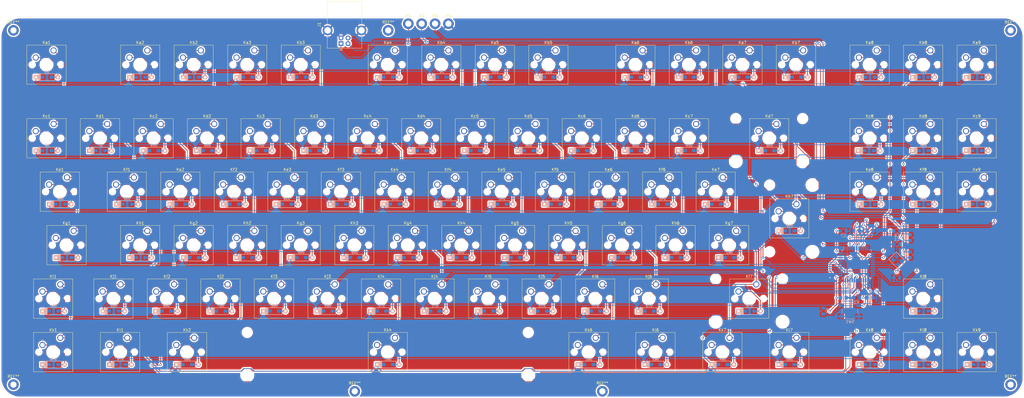
<source format=kicad_pcb>
(kicad_pcb (version 20171130) (host pcbnew "(5.1.6)-1")
  (layers (0 F.Cu signal) (31 B.Cu signal) (34 B.Paste user) (35 F.Paste user) (36 B.SilkS user) (37 F.SilkS user) (38 B.Mask user) (39 F.Mask user) (44 Edge.Cuts user))
  (net 0 "")
  (net 1 VCC)
  (net 2 "Net-(C8-Pad1)")
  (net 3 "Net-(D1-Pad2)")
  (net 4 "Net-(D2-Pad2)")
  (net 5 "Net-(D3-Pad2)")
  (net 6 "Net-(D4-Pad2)")
  (net 7 "Net-(D5-Pad2)")
  (net 8 "Net-(D6-Pad2)")
  (net 9 "Net-(D7-Pad2)")
  (net 10 "Net-(D8-Pad2)")
  (net 11 "Net-(D9-Pad2)")
  (net 12 "Net-(D10-Pad2)")
  (net 13 "Net-(D11-Pad2)")
  (net 14 "Net-(D12-Pad2)")
  (net 15 "Net-(D13-Pad2)")
  (net 16 "Net-(D14-Pad2)")
  (net 17 "Net-(D15-Pad2)")
  (net 18 "Net-(D16-Pad2)")
  (net 19 "Net-(D17-Pad2)")
  (net 20 "Net-(D18-Pad2)")
  (net 21 "Net-(D19-Pad2)")
  (net 22 "Net-(D20-Pad2)")
  (net 23 "Net-(D21-Pad2)")
  (net 24 "Net-(D22-Pad2)")
  (net 25 "Net-(D23-Pad2)")
  (net 26 "Net-(D24-Pad2)")
  (net 27 "Net-(D25-Pad2)")
  (net 28 "Net-(D26-Pad2)")
  (net 29 "Net-(D27-Pad2)")
  (net 30 "Net-(D28-Pad2)")
  (net 31 "Net-(D29-Pad2)")
  (net 32 "Net-(D30-Pad2)")
  (net 33 "Net-(D31-Pad2)")
  (net 34 "Net-(D32-Pad2)")
  (net 35 "Net-(D33-Pad2)")
  (net 36 "Net-(D34-Pad2)")
  (net 37 "Net-(D35-Pad2)")
  (net 38 "Net-(D36-Pad2)")
  (net 39 "Net-(D37-Pad2)")
  (net 40 "Net-(D38-Pad2)")
  (net 41 "Net-(D39-Pad2)")
  (net 42 "Net-(D40-Pad2)")
  (net 43 "Net-(D41-Pad2)")
  (net 44 "Net-(D42-Pad2)")
  (net 45 "Net-(D43-Pad2)")
  (net 46 "Net-(D44-Pad2)")
  (net 47 "Net-(D45-Pad2)")
  (net 48 "Net-(D46-Pad2)")
  (net 49 "Net-(D47-Pad2)")
  (net 50 "Net-(D48-Pad2)")
  (net 51 "Net-(D49-Pad2)")
  (net 52 "Net-(D50-Pad2)")
  (net 53 "Net-(D51-Pad2)")
  (net 54 "Net-(D52-Pad2)")
  (net 55 "Net-(D53-Pad2)")
  (net 56 "Net-(D54-Pad2)")
  (net 57 "Net-(D55-Pad2)")
  (net 58 "Net-(D56-Pad2)")
  (net 59 "Net-(D57-Pad2)")
  (net 60 "Net-(D58-Pad2)")
  (net 61 "Net-(D59-Pad2)")
  (net 62 "Net-(D60-Pad2)")
  (net 63 "Net-(D61-Pad2)")
  (net 64 "Net-(D62-Pad2)")
  (net 65 "Net-(D63-Pad2)")
  (net 66 "Net-(D64-Pad2)")
  (net 67 "Net-(D65-Pad2)")
  (net 68 "Net-(D66-Pad2)")
  (net 69 "Net-(D67-Pad2)")
  (net 70 "Net-(D68-Pad2)")
  (net 71 "Net-(D69-Pad2)")
  (net 72 "Net-(D70-Pad2)")
  (net 73 "Net-(D71-Pad2)")
  (net 74 "Net-(D72-Pad2)")
  (net 75 "Net-(D73-Pad2)")
  (net 76 "Net-(D74-Pad2)")
  (net 77 "Net-(D75-Pad2)")
  (net 78 "Net-(D76-Pad2)")
  (net 79 "Net-(D77-Pad2)")
  (net 80 "Net-(D78-Pad2)")
  (net 81 "Net-(D79-Pad2)")
  (net 82 "Net-(D80-Pad2)")
  (net 83 "Net-(D81-Pad2)")
  (net 84 "Net-(D82-Pad2)")
  (net 85 "Net-(D83-Pad2)")
  (net 86 "Net-(D84-Pad2)")
  (net 87 "Net-(D85-Pad2)")
  (net 88 "Net-(D86-Pad2)")
  (net 89 "Net-(D87-Pad2)")
  (net 90 "Net-(D88-Pad2)")
  (net 91 "Net-(R2-Pad2)")
  (net 92 "Net-(R3-Pad1)")
  (net 93 "Net-(R4-Pad1)")
  (net 94 /RA1)
  (net 95 /RA2)
  (net 96 /RB1)
  (net 97 /RB2)
  (net 98 /RA3)
  (net 99 /RB3)
  (net 100 /RB4)
  (net 101 /RA4)
  (net 102 /RA5)
  (net 103 /RB5)
  (net 104 /RA6)
  (net 105 /RB6)
  (net 106 /C1)
  (net 107 /C2)
  (net 108 /C3)
  (net 109 /C4)
  (net 110 /C5)
  (net 111 /C6)
  (net 112 /C7)
  (net 113 /C8)
  (net 114 /C9)
  (net 115 "Net-(U1-Pad1)")
  (net 116 "Net-(U1-Pad9)")
  (net 117 "Net-(U1-Pad10)")
  (net 118 "Net-(U1-Pad11)")
  (net 119 GND)
  (net 120 "Net-(U1-Pad42)")
  (net 121 /XTAL1)
  (net 122 /XTAL2)
  (net 123 /RST)
  (net 124 "Net-(H2-Pad1)")
  (net 125 "Net-(H3-Pad1)")
  (module Connector_USB:USB_B_OST_USB-B1HSxx_Horizontal (layer F.Cu) (at 97.505 35.66625 90)
    (fp_text reference J1 (at 6.76 -7.77 90) (layer F.SilkS))
    (fp_text value USB_B)
    (pad 1 thru_hole rect (at 0 0 90) (size 1.7 1.7) (drill 0.92) (layers *.Cu *.Mask) (net 1 VCC))
    (pad 2 thru_hole circle (at 0 2.5 90) (size 1.7 1.7) (drill 0.92) (layers *.Cu *.Mask) (net 124 "Net-(H2-Pad1)"))
    (pad 3 thru_hole circle (at 2 2.5 90) (size 1.7 1.7) (drill 0.92) (layers *.Cu *.Mask) (net 125 "Net-(H3-Pad1)"))
    (pad 4 thru_hole circle (at 2 0 90) (size 1.7 1.7) (drill 0.92) (layers *.Cu *.Mask) (net 119 GND))
    (pad 5 thru_hole circle (at 4.71 -4.77 90) (size 3.5 3.5) (drill 2.33) (layers *.Cu *.Mask) (net 119 GND))
    (pad 5 thru_hole circle (at 4.71 7.27 90) (size 3.5 3.5) (drill 2.33) (layers *.Cu *.Mask) (net 119 GND))
  )
  (module keyboard_parts:D_SOD123_axial (layer B.Cu) (at 202.40625 47.625)
    (fp_text reference D12 (at 0 -1.925) (layer B.SilkS) (effects (font (size 0.8 0.8)) (justify mirror)))
    (fp_text value D hide)
    (pad 2 smd rect (at 2.7 0) (size 2.5 0.5) (layers B.Cu) (net 14 "Net-(D12-Pad2)"))
    (pad 1 smd rect (at -2.7 0) (size 2.5 0.5) (layers B.Cu) (net 94 /RA1))
    (pad 2 thru_hole circle (at 3.9 0) (size 1.6 1.6) (drill 0.7) (layers *.Cu *.Mask B.SilkS) (net 14 "Net-(D12-Pad2)"))
    (pad 1 thru_hole rect (at -3.9 0) (size 1.6 1.6) (drill 0.7) (layers *.Cu *.Mask B.SilkS) (net 94 /RA1))
    (pad 1 smd rect (at -1.575 0) (size 1.2 1.2) (layers B.Cu B.Paste B.Mask) (net 94 /RA1))
    (pad 2 smd rect (at 1.575 0) (size 1.2 1.2) (layers B.Cu B.Paste B.Mask) (net 14 "Net-(D12-Pad2)"))
  )
  (module keyboard_parts:D_SOD123_axial (layer B.Cu) (at -7.14375 73.81875)
    (fp_text reference D2 (at 0 -1.925) (layer B.SilkS) (effects (font (size 0.8 0.8)) (justify mirror)))
    (fp_text value D hide)
    (pad 2 smd rect (at 1.575 0) (size 1.2 1.2) (layers B.Cu B.Paste B.Mask) (net 4 "Net-(D2-Pad2)"))
    (pad 1 smd rect (at -1.575 0) (size 1.2 1.2) (layers B.Cu B.Paste B.Mask) (net 95 /RA2))
    (pad 1 thru_hole rect (at -3.9 0) (size 1.6 1.6) (drill 0.7) (layers *.Cu *.Mask B.SilkS) (net 95 /RA2))
    (pad 2 thru_hole circle (at 3.9 0) (size 1.6 1.6) (drill 0.7) (layers *.Cu *.Mask B.SilkS) (net 4 "Net-(D2-Pad2)"))
    (pad 1 smd rect (at -2.7 0) (size 2.5 0.5) (layers B.Cu) (net 95 /RA2))
    (pad 2 smd rect (at 2.7 0) (size 2.5 0.5) (layers B.Cu) (net 4 "Net-(D2-Pad2)"))
  )
  (module keyboard_parts:D_SOD123_axial (layer B.Cu) (at 221.45625 47.625)
    (fp_text reference D13 (at 0 -1.925) (layer B.SilkS) (effects (font (size 0.8 0.8)) (justify mirror)))
    (fp_text value D hide)
    (pad 2 smd rect (at 2.7 0) (size 2.5 0.5) (layers B.Cu) (net 15 "Net-(D13-Pad2)"))
    (pad 1 smd rect (at -2.7 0) (size 2.5 0.5) (layers B.Cu) (net 96 /RB1))
    (pad 2 thru_hole circle (at 3.9 0) (size 1.6 1.6) (drill 0.7) (layers *.Cu *.Mask B.SilkS) (net 15 "Net-(D13-Pad2)"))
    (pad 1 thru_hole rect (at -3.9 0) (size 1.6 1.6) (drill 0.7) (layers *.Cu *.Mask B.SilkS) (net 96 /RB1))
    (pad 1 smd rect (at -1.575 0) (size 1.2 1.2) (layers B.Cu B.Paste B.Mask) (net 96 /RB1))
    (pad 2 smd rect (at 1.575 0) (size 1.2 1.2) (layers B.Cu B.Paste B.Mask) (net 15 "Net-(D13-Pad2)"))
  )
  (module keyboard_parts:D_SOD123_axial (layer B.Cu) (at 240.50625 47.625)
    (fp_text reference D14 (at 0 -1.925) (layer B.SilkS) (effects (font (size 0.8 0.8)) (justify mirror)))
    (fp_text value D hide)
    (pad 2 smd rect (at 1.575 0) (size 1.2 1.2) (layers B.Cu B.Paste B.Mask) (net 16 "Net-(D14-Pad2)"))
    (pad 1 smd rect (at -1.575 0) (size 1.2 1.2) (layers B.Cu B.Paste B.Mask) (net 94 /RA1))
    (pad 1 thru_hole rect (at -3.9 0) (size 1.6 1.6) (drill 0.7) (layers *.Cu *.Mask B.SilkS) (net 94 /RA1))
    (pad 2 thru_hole circle (at 3.9 0) (size 1.6 1.6) (drill 0.7) (layers *.Cu *.Mask B.SilkS) (net 16 "Net-(D14-Pad2)"))
    (pad 1 smd rect (at -2.7 0) (size 2.5 0.5) (layers B.Cu) (net 94 /RA1))
    (pad 2 smd rect (at 2.7 0) (size 2.5 0.5) (layers B.Cu) (net 16 "Net-(D14-Pad2)"))
  )
  (module keyboard_parts:D_SOD123_axial (layer B.Cu) (at 64.29375 47.625)
    (fp_text reference D5 (at 0 -1.925) (layer B.SilkS) (effects (font (size 0.8 0.8)) (justify mirror)))
    (fp_text value D hide)
    (pad 2 smd rect (at 1.575 0) (size 1.2 1.2) (layers B.Cu B.Paste B.Mask) (net 7 "Net-(D5-Pad2)"))
    (pad 1 smd rect (at -1.575 0) (size 1.2 1.2) (layers B.Cu B.Paste B.Mask) (net 94 /RA1))
    (pad 1 thru_hole rect (at -3.9 0) (size 1.6 1.6) (drill 0.7) (layers *.Cu *.Mask B.SilkS) (net 94 /RA1))
    (pad 2 thru_hole circle (at 3.9 0) (size 1.6 1.6) (drill 0.7) (layers *.Cu *.Mask B.SilkS) (net 7 "Net-(D5-Pad2)"))
    (pad 1 smd rect (at -2.7 0) (size 2.5 0.5) (layers B.Cu) (net 94 /RA1))
    (pad 2 smd rect (at 2.7 0) (size 2.5 0.5) (layers B.Cu) (net 7 "Net-(D5-Pad2)"))
  )
  (module keyboard_parts:D_SOD123_axial (layer B.Cu) (at 259.55625 47.625)
    (fp_text reference D15 (at 0 -1.925) (layer B.SilkS) (effects (font (size 0.8 0.8)) (justify mirror)))
    (fp_text value D hide)
    (pad 2 smd rect (at 2.7 0) (size 2.5 0.5) (layers B.Cu) (net 17 "Net-(D15-Pad2)"))
    (pad 1 smd rect (at -2.7 0) (size 2.5 0.5) (layers B.Cu) (net 96 /RB1))
    (pad 2 thru_hole circle (at 3.9 0) (size 1.6 1.6) (drill 0.7) (layers *.Cu *.Mask B.SilkS) (net 17 "Net-(D15-Pad2)"))
    (pad 1 thru_hole rect (at -3.9 0) (size 1.6 1.6) (drill 0.7) (layers *.Cu *.Mask B.SilkS) (net 96 /RB1))
    (pad 1 smd rect (at -1.575 0) (size 1.2 1.2) (layers B.Cu B.Paste B.Mask) (net 96 /RB1))
    (pad 2 smd rect (at 1.575 0) (size 1.2 1.2) (layers B.Cu B.Paste B.Mask) (net 17 "Net-(D15-Pad2)"))
  )
  (module keyboard_parts:D_SOD123_axial (layer B.Cu) (at -7.14375 47.625)
    (fp_text reference D1 (at 0 -1.925) (layer B.SilkS) (effects (font (size 0.8 0.8)) (justify mirror)))
    (fp_text value D hide)
    (pad 2 smd rect (at 2.7 0) (size 2.5 0.5) (layers B.Cu) (net 3 "Net-(D1-Pad2)"))
    (pad 1 smd rect (at -2.7 0) (size 2.5 0.5) (layers B.Cu) (net 94 /RA1))
    (pad 2 thru_hole circle (at 3.9 0) (size 1.6 1.6) (drill 0.7) (layers *.Cu *.Mask B.SilkS) (net 3 "Net-(D1-Pad2)"))
    (pad 1 thru_hole rect (at -3.9 0) (size 1.6 1.6) (drill 0.7) (layers *.Cu *.Mask B.SilkS) (net 94 /RA1))
    (pad 1 smd rect (at -1.575 0) (size 1.2 1.2) (layers B.Cu B.Paste B.Mask) (net 94 /RA1))
    (pad 2 smd rect (at 1.575 0) (size 1.2 1.2) (layers B.Cu B.Paste B.Mask) (net 3 "Net-(D1-Pad2)"))
  )
  (module Capacitor_SMD:C_0805_2012Metric_Pad1.15x1.40mm_HandSolder (layer B.Cu) (at 276.225 102.39375)
    (fp_text reference C7 (at 0 1.65) (layer B.SilkS) (effects (justify mirror)))
    (fp_text value 4.7u)
    (pad 2 smd roundrect (at 1.025 0) (size 1.15 1.4) (layers B.Cu B.Paste B.Mask) (roundrect_rratio 0.217391) (net 119 GND))
    (pad 1 smd roundrect (at -1.025 0) (size 1.15 1.4) (layers B.Cu B.Paste B.Mask) (roundrect_rratio 0.217391) (net 1 VCC))
  )
  (module keyboard_parts:D_SOD123_axial (layer B.Cu) (at 45.24375 47.625)
    (fp_text reference D4 (at 0 -1.925) (layer B.SilkS) (effects (font (size 0.8 0.8)) (justify mirror)))
    (fp_text value D hide)
    (pad 2 smd rect (at 1.575 0) (size 1.2 1.2) (layers B.Cu B.Paste B.Mask) (net 6 "Net-(D4-Pad2)"))
    (pad 1 smd rect (at -1.575 0) (size 1.2 1.2) (layers B.Cu B.Paste B.Mask) (net 96 /RB1))
    (pad 1 thru_hole rect (at -3.9 0) (size 1.6 1.6) (drill 0.7) (layers *.Cu *.Mask B.SilkS) (net 96 /RB1))
    (pad 2 thru_hole circle (at 3.9 0) (size 1.6 1.6) (drill 0.7) (layers *.Cu *.Mask B.SilkS) (net 6 "Net-(D4-Pad2)"))
    (pad 1 smd rect (at -2.7 0) (size 2.5 0.5) (layers B.Cu) (net 96 /RB1))
    (pad 2 smd rect (at 2.7 0) (size 2.5 0.5) (layers B.Cu) (net 6 "Net-(D4-Pad2)"))
  )
  (module keyboard_parts:D_SOD123_axial (layer B.Cu) (at 83.34375 47.625)
    (fp_text reference D6 (at 0 -1.925) (layer B.SilkS) (effects (font (size 0.8 0.8)) (justify mirror)))
    (fp_text value D hide)
    (pad 2 smd rect (at 2.7 0) (size 2.5 0.5) (layers B.Cu) (net 8 "Net-(D6-Pad2)"))
    (pad 1 smd rect (at -2.7 0) (size 2.5 0.5) (layers B.Cu) (net 96 /RB1))
    (pad 2 thru_hole circle (at 3.9 0) (size 1.6 1.6) (drill 0.7) (layers *.Cu *.Mask B.SilkS) (net 8 "Net-(D6-Pad2)"))
    (pad 1 thru_hole rect (at -3.9 0) (size 1.6 1.6) (drill 0.7) (layers *.Cu *.Mask B.SilkS) (net 96 /RB1))
    (pad 1 smd rect (at -1.575 0) (size 1.2 1.2) (layers B.Cu B.Paste B.Mask) (net 96 /RB1))
    (pad 2 smd rect (at 1.575 0) (size 1.2 1.2) (layers B.Cu B.Paste B.Mask) (net 8 "Net-(D6-Pad2)"))
  )
  (module keyboard_parts:D_SOD123_axial (layer B.Cu) (at 114.3 47.625)
    (fp_text reference D8 (at 0 -1.925) (layer B.SilkS) (effects (font (size 0.8 0.8)) (justify mirror)))
    (fp_text value D hide)
    (pad 2 smd rect (at 1.575 0) (size 1.2 1.2) (layers B.Cu B.Paste B.Mask) (net 10 "Net-(D8-Pad2)"))
    (pad 1 smd rect (at -1.575 0) (size 1.2 1.2) (layers B.Cu B.Paste B.Mask) (net 94 /RA1))
    (pad 1 thru_hole rect (at -3.9 0) (size 1.6 1.6) (drill 0.7) (layers *.Cu *.Mask B.SilkS) (net 94 /RA1))
    (pad 2 thru_hole circle (at 3.9 0) (size 1.6 1.6) (drill 0.7) (layers *.Cu *.Mask B.SilkS) (net 10 "Net-(D8-Pad2)"))
    (pad 1 smd rect (at -2.7 0) (size 2.5 0.5) (layers B.Cu) (net 94 /RA1))
    (pad 2 smd rect (at 2.7 0) (size 2.5 0.5) (layers B.Cu) (net 10 "Net-(D8-Pad2)"))
  )
  (module keyboard_parts:D_SOD123_axial (layer B.Cu) (at 133.35 47.625)
    (fp_text reference D9 (at 0 -1.925) (layer B.SilkS) (effects (font (size 0.8 0.8)) (justify mirror)))
    (fp_text value D hide)
    (pad 2 smd rect (at 2.7 0) (size 2.5 0.5) (layers B.Cu) (net 11 "Net-(D9-Pad2)"))
    (pad 1 smd rect (at -2.7 0) (size 2.5 0.5) (layers B.Cu) (net 96 /RB1))
    (pad 2 thru_hole circle (at 3.9 0) (size 1.6 1.6) (drill 0.7) (layers *.Cu *.Mask B.SilkS) (net 11 "Net-(D9-Pad2)"))
    (pad 1 thru_hole rect (at -3.9 0) (size 1.6 1.6) (drill 0.7) (layers *.Cu *.Mask B.SilkS) (net 96 /RB1))
    (pad 1 smd rect (at -1.575 0) (size 1.2 1.2) (layers B.Cu B.Paste B.Mask) (net 96 /RB1))
    (pad 2 smd rect (at 1.575 0) (size 1.2 1.2) (layers B.Cu B.Paste B.Mask) (net 11 "Net-(D9-Pad2)"))
  )
  (module keyboard_parts:D_SOD123_axial (layer B.Cu) (at 11.90625 73.81875)
    (fp_text reference D7 (at 0 -1.925) (layer B.SilkS) (effects (font (size 0.8 0.8)) (justify mirror)))
    (fp_text value D hide)
    (pad 2 smd rect (at 1.575 0) (size 1.2 1.2) (layers B.Cu B.Paste B.Mask) (net 9 "Net-(D7-Pad2)"))
    (pad 1 smd rect (at -1.575 0) (size 1.2 1.2) (layers B.Cu B.Paste B.Mask) (net 97 /RB2))
    (pad 1 thru_hole rect (at -3.9 0) (size 1.6 1.6) (drill 0.7) (layers *.Cu *.Mask B.SilkS) (net 97 /RB2))
    (pad 2 thru_hole circle (at 3.9 0) (size 1.6 1.6) (drill 0.7) (layers *.Cu *.Mask B.SilkS) (net 9 "Net-(D7-Pad2)"))
    (pad 1 smd rect (at -2.7 0) (size 2.5 0.5) (layers B.Cu) (net 97 /RB2))
    (pad 2 smd rect (at 2.7 0) (size 2.5 0.5) (layers B.Cu) (net 9 "Net-(D7-Pad2)"))
  )
  (module keyboard_parts:D_SOD123_axial (layer B.Cu) (at 152.4 47.625)
    (fp_text reference D10 (at 0 -1.925) (layer B.SilkS) (effects (font (size 0.8 0.8)) (justify mirror)))
    (fp_text value D hide)
    (pad 2 smd rect (at 1.575 0) (size 1.2 1.2) (layers B.Cu B.Paste B.Mask) (net 12 "Net-(D10-Pad2)"))
    (pad 1 smd rect (at -1.575 0) (size 1.2 1.2) (layers B.Cu B.Paste B.Mask) (net 94 /RA1))
    (pad 1 thru_hole rect (at -3.9 0) (size 1.6 1.6) (drill 0.7) (layers *.Cu *.Mask B.SilkS) (net 94 /RA1))
    (pad 2 thru_hole circle (at 3.9 0) (size 1.6 1.6) (drill 0.7) (layers *.Cu *.Mask B.SilkS) (net 12 "Net-(D10-Pad2)"))
    (pad 1 smd rect (at -2.7 0) (size 2.5 0.5) (layers B.Cu) (net 94 /RA1))
    (pad 2 smd rect (at 2.7 0) (size 2.5 0.5) (layers B.Cu) (net 12 "Net-(D10-Pad2)"))
  )
  (module Capacitor_SMD:C_0805_2012Metric_Pad1.15x1.40mm_HandSolder (layer B.Cu) (at 295.275 102.39375)
    (fp_text reference C6 (at 0 1.65) (layer B.SilkS) (effects (justify mirror)))
    (fp_text value 0.1u)
    (pad 1 smd roundrect (at -1.025 0) (size 1.15 1.4) (layers B.Cu B.Paste B.Mask) (roundrect_rratio 0.217391) (net 1 VCC))
    (pad 2 smd roundrect (at 1.025 0) (size 1.15 1.4) (layers B.Cu B.Paste B.Mask) (roundrect_rratio 0.217391) (net 119 GND))
  )
  (module keyboard_parts:D_SOD123_axial (layer B.Cu) (at 26.19375 47.625)
    (fp_text reference D3 (at 0 -1.925) (layer B.SilkS) (effects (font (size 0.8 0.8)) (justify mirror)))
    (fp_text value D hide)
    (pad 2 smd rect (at 1.575 0) (size 1.2 1.2) (layers B.Cu B.Paste B.Mask) (net 5 "Net-(D3-Pad2)"))
    (pad 1 smd rect (at -1.575 0) (size 1.2 1.2) (layers B.Cu B.Paste B.Mask) (net 94 /RA1))
    (pad 1 thru_hole rect (at -3.9 0) (size 1.6 1.6) (drill 0.7) (layers *.Cu *.Mask B.SilkS) (net 94 /RA1))
    (pad 2 thru_hole circle (at 3.9 0) (size 1.6 1.6) (drill 0.7) (layers *.Cu *.Mask B.SilkS) (net 5 "Net-(D3-Pad2)"))
    (pad 1 smd rect (at -2.7 0) (size 2.5 0.5) (layers B.Cu) (net 94 /RA1))
    (pad 2 smd rect (at 2.7 0) (size 2.5 0.5) (layers B.Cu) (net 5 "Net-(D3-Pad2)"))
  )
  (module Capacitor_SMD:C_0805_2012Metric_Pad1.15x1.40mm_HandSolder (layer B.Cu) (at 280.9875 102.39375)
    (fp_text reference C8 (at 0 1.65) (layer B.SilkS) (effects (justify mirror)))
    (fp_text value 1u)
    (pad 1 smd roundrect (at -1.025 0) (size 1.15 1.4) (layers B.Cu B.Paste B.Mask) (roundrect_rratio 0.217391) (net 2 "Net-(C8-Pad1)"))
    (pad 2 smd roundrect (at 1.025 0) (size 1.15 1.4) (layers B.Cu B.Paste B.Mask) (roundrect_rratio 0.217391) (net 119 GND))
  )
  (module keyboard_parts:D_SOD123_axial (layer B.Cu) (at 171.45 47.625)
    (fp_text reference D11 (at 0 -1.925) (layer B.SilkS) (effects (font (size 0.8 0.8)) (justify mirror)))
    (fp_text value D hide)
    (pad 2 smd rect (at 1.575 0) (size 1.2 1.2) (layers B.Cu B.Paste B.Mask) (net 13 "Net-(D11-Pad2)"))
    (pad 1 smd rect (at -1.575 0) (size 1.2 1.2) (layers B.Cu B.Paste B.Mask) (net 96 /RB1))
    (pad 1 thru_hole rect (at -3.9 0) (size 1.6 1.6) (drill 0.7) (layers *.Cu *.Mask B.SilkS) (net 96 /RB1))
    (pad 2 thru_hole circle (at 3.9 0) (size 1.6 1.6) (drill 0.7) (layers *.Cu *.Mask B.SilkS) (net 13 "Net-(D11-Pad2)"))
    (pad 1 smd rect (at -2.7 0) (size 2.5 0.5) (layers B.Cu) (net 96 /RB1))
    (pad 2 smd rect (at 2.7 0) (size 2.5 0.5) (layers B.Cu) (net 13 "Net-(D11-Pad2)"))
  )
  (module Button_Switch_Keyboard:SW_Cherry_MX_1.00u_PCB (layer F.Cu) (at 119.0625 83.34375)
    (fp_text reference Ke4 (at -2.54 -2.794) (layer F.SilkS))
    (fp_text value KEYSW)
    (pad 1 thru_hole circle (at 0 0) (size 2.2 2.2) (drill 1.5) (layers *.Cu *.Mask) (net 109 /C4))
    (pad 2 thru_hole circle (at -6.35 2.54) (size 2.2 2.2) (drill 1.5) (layers *.Cu *.Mask) (net 42 "Net-(D40-Pad2)"))
    (pad "" np_thru_hole circle (at -2.54 5.08) (size 4 4) (drill 4) (layers *.Cu *.Mask))
    (pad "" np_thru_hole circle (at -7.62 5.08) (size 1.7 1.7) (drill 1.7) (layers *.Cu *.Mask))
    (pad "" np_thru_hole circle (at 2.54 5.08) (size 1.7 1.7) (drill 1.7) (layers *.Cu *.Mask))
  )
  (module Button_Switch_Keyboard:SW_Cherry_MX_1.00u_PCB (layer F.Cu) (at 47.625 102.39375)
    (fp_text reference Kg2 (at -2.54 -2.794) (layer F.SilkS))
    (fp_text value KEYSW)
    (pad "" np_thru_hole circle (at 2.54 5.08) (size 1.7 1.7) (drill 1.7) (layers *.Cu *.Mask))
    (pad "" np_thru_hole circle (at -7.62 5.08) (size 1.7 1.7) (drill 1.7) (layers *.Cu *.Mask))
    (pad "" np_thru_hole circle (at -2.54 5.08) (size 4 4) (drill 4) (layers *.Cu *.Mask))
    (pad 2 thru_hole circle (at -6.35 2.54) (size 2.2 2.2) (drill 1.5) (layers *.Cu *.Mask) (net 55 "Net-(D53-Pad2)"))
    (pad 1 thru_hole circle (at 0 0) (size 2.2 2.2) (drill 1.5) (layers *.Cu *.Mask) (net 107 /C2))
  )
  (module Button_Switch_Keyboard:SW_Cherry_MX_1.00u_PCB (layer F.Cu) (at 176.2125 83.34375)
    (fp_text reference Kf5 (at -2.54 -2.794) (layer F.SilkS))
    (fp_text value KEYSW)
    (pad 1 thru_hole circle (at 0 0) (size 2.2 2.2) (drill 1.5) (layers *.Cu *.Mask) (net 110 /C5))
    (pad 2 thru_hole circle (at -6.35 2.54) (size 2.2 2.2) (drill 1.5) (layers *.Cu *.Mask) (net 45 "Net-(D43-Pad2)"))
    (pad "" np_thru_hole circle (at -2.54 5.08) (size 4 4) (drill 4) (layers *.Cu *.Mask))
    (pad "" np_thru_hole circle (at -7.62 5.08) (size 1.7 1.7) (drill 1.7) (layers *.Cu *.Mask))
    (pad "" np_thru_hole circle (at 2.54 5.08) (size 1.7 1.7) (drill 1.7) (layers *.Cu *.Mask))
  )
  (module Button_Switch_Keyboard:SW_Cherry_MX_1.75u_PCB (layer F.Cu) (at 2.38125 102.39375)
    (fp_text reference Kg1 (at -2.54 -2.794) (layer F.SilkS))
    (fp_text value KEYSW)
    (pad 1 thru_hole circle (at 0 0) (size 2.2 2.2) (drill 1.5) (layers *.Cu *.Mask) (net 106 /C1))
    (pad 2 thru_hole circle (at -6.35 2.54) (size 2.2 2.2) (drill 1.5) (layers *.Cu *.Mask) (net 53 "Net-(D51-Pad2)"))
    (pad "" np_thru_hole circle (at -2.54 5.08) (size 4 4) (drill 4) (layers *.Cu *.Mask))
    (pad "" np_thru_hole circle (at -7.62 5.08) (size 1.7 1.7) (drill 1.7) (layers *.Cu *.Mask))
    (pad "" np_thru_hole circle (at 2.54 5.08) (size 1.7 1.7) (drill 1.7) (layers *.Cu *.Mask))
  )
  (module Button_Switch_Keyboard:SW_Cherry_MX_1.00u_PCB (layer F.Cu) (at 161.925 102.39375)
    (fp_text reference Kg5 (at -2.54 -2.794) (layer F.SilkS))
    (fp_text value KEYSW)
    (pad "" np_thru_hole circle (at 2.54 5.08) (size 1.7 1.7) (drill 1.7) (layers *.Cu *.Mask))
    (pad "" np_thru_hole circle (at -7.62 5.08) (size 1.7 1.7) (drill 1.7) (layers *.Cu *.Mask))
    (pad "" np_thru_hole circle (at -2.54 5.08) (size 4 4) (drill 4) (layers *.Cu *.Mask))
    (pad 2 thru_hole circle (at -6.35 2.54) (size 2.2 2.2) (drill 1.5) (layers *.Cu *.Mask) (net 61 "Net-(D59-Pad2)"))
    (pad 1 thru_hole circle (at 0 0) (size 2.2 2.2) (drill 1.5) (layers *.Cu *.Mask) (net 110 /C5))
  )
  (module Button_Switch_Keyboard:SW_Cherry_MX_1.00u_PCB (layer F.Cu) (at 66.675 102.39375)
    (fp_text reference Kh2 (at -2.54 -2.794) (layer F.SilkS))
    (fp_text value KEYSW)
    (pad "" np_thru_hole circle (at 2.54 5.08) (size 1.7 1.7) (drill 1.7) (layers *.Cu *.Mask))
    (pad "" np_thru_hole circle (at -7.62 5.08) (size 1.7 1.7) (drill 1.7) (layers *.Cu *.Mask))
    (pad "" np_thru_hole circle (at -2.54 5.08) (size 4 4) (drill 4) (layers *.Cu *.Mask))
    (pad 2 thru_hole circle (at -6.35 2.54) (size 2.2 2.2) (drill 1.5) (layers *.Cu *.Mask) (net 56 "Net-(D54-Pad2)"))
    (pad 1 thru_hole circle (at 0 0) (size 2.2 2.2) (drill 1.5) (layers *.Cu *.Mask) (net 107 /C2))
  )
  (module Button_Switch_Keyboard:SW_Cherry_MX_1.00u_PCB (layer F.Cu) (at 142.875 102.39375)
    (fp_text reference Kh4 (at -2.54 -2.794) (layer F.SilkS))
    (fp_text value KEYSW)
    (pad 1 thru_hole circle (at 0 0) (size 2.2 2.2) (drill 1.5) (layers *.Cu *.Mask) (net 109 /C4))
    (pad 2 thru_hole circle (at -6.35 2.54) (size 2.2 2.2) (drill 1.5) (layers *.Cu *.Mask) (net 60 "Net-(D58-Pad2)"))
    (pad "" np_thru_hole circle (at -2.54 5.08) (size 4 4) (drill 4) (layers *.Cu *.Mask))
    (pad "" np_thru_hole circle (at -7.62 5.08) (size 1.7 1.7) (drill 1.7) (layers *.Cu *.Mask))
    (pad "" np_thru_hole circle (at 2.54 5.08) (size 1.7 1.7) (drill 1.7) (layers *.Cu *.Mask))
  )
  (module Button_Switch_Keyboard:SW_Cherry_MX_1.25u_PCB (layer F.Cu) (at -2.38125 121.44375)
    (fp_text reference Ki1 (at -2.54 -2.794) (layer F.SilkS))
    (fp_text value KEYSW)
    (pad "" np_thru_hole circle (at 2.54 5.08) (size 1.7 1.7) (drill 1.7) (layers *.Cu *.Mask))
    (pad "" np_thru_hole circle (at -7.62 5.08) (size 1.7 1.7) (drill 1.7) (layers *.Cu *.Mask))
    (pad "" np_thru_hole circle (at -2.54 5.08) (size 4 4) (drill 4) (layers *.Cu *.Mask))
    (pad 2 thru_hole circle (at -6.35 2.54) (size 2.2 2.2) (drill 1.5) (layers *.Cu *.Mask) (net 66 "Net-(D64-Pad2)"))
    (pad 1 thru_hole circle (at 0 0) (size 2.2 2.2) (drill 1.5) (layers *.Cu *.Mask) (net 106 /C1))
  )
  (module Button_Switch_Keyboard:SW_Cherry_MX_1.00u_PCB (layer F.Cu) (at 104.775 102.39375)
    (fp_text reference Kh3 (at -2.54 -2.794) (layer F.SilkS))
    (fp_text value KEYSW)
    (pad 1 thru_hole circle (at 0 0) (size 2.2 2.2) (drill 1.5) (layers *.Cu *.Mask) (net 108 /C3))
    (pad 2 thru_hole circle (at -6.35 2.54) (size 2.2 2.2) (drill 1.5) (layers *.Cu *.Mask) (net 58 "Net-(D56-Pad2)"))
    (pad "" np_thru_hole circle (at -2.54 5.08) (size 4 4) (drill 4) (layers *.Cu *.Mask))
    (pad "" np_thru_hole circle (at -7.62 5.08) (size 1.7 1.7) (drill 1.7) (layers *.Cu *.Mask))
    (pad "" np_thru_hole circle (at 2.54 5.08) (size 1.7 1.7) (drill 1.7) (layers *.Cu *.Mask))
  )
  (module Button_Switch_Keyboard:SW_Cherry_MX_1.00u_PCB (layer F.Cu) (at 76.2 121.44375)
    (fp_text reference Ki3 (at -2.54 -2.794) (layer F.SilkS))
    (fp_text value KEYSW)
    (pad "" np_thru_hole circle (at 2.54 5.08) (size 1.7 1.7) (drill 1.7) (layers *.Cu *.Mask))
    (pad "" np_thru_hole circle (at -7.62 5.08) (size 1.7 1.7) (drill 1.7) (layers *.Cu *.Mask))
    (pad "" np_thru_hole circle (at -2.54 5.08) (size 4 4) (drill 4) (layers *.Cu *.Mask))
    (pad 2 thru_hole circle (at -6.35 2.54) (size 2.2 2.2) (drill 1.5) (layers *.Cu *.Mask) (net 70 "Net-(D68-Pad2)"))
    (pad 1 thru_hole circle (at 0 0) (size 2.2 2.2) (drill 1.5) (layers *.Cu *.Mask) (net 108 /C3))
  )
  (module Button_Switch_Keyboard:SW_Cherry_MX_1.00u_PCB (layer F.Cu) (at 123.825 102.39375)
    (fp_text reference Kg4 (at -2.54 -2.794) (layer F.SilkS))
    (fp_text value KEYSW)
    (pad 1 thru_hole circle (at 0 0) (size 2.2 2.2) (drill 1.5) (layers *.Cu *.Mask) (net 109 /C4))
    (pad 2 thru_hole circle (at -6.35 2.54) (size 2.2 2.2) (drill 1.5) (layers *.Cu *.Mask) (net 59 "Net-(D57-Pad2)"))
    (pad "" np_thru_hole circle (at -2.54 5.08) (size 4 4) (drill 4) (layers *.Cu *.Mask))
    (pad "" np_thru_hole circle (at -7.62 5.08) (size 1.7 1.7) (drill 1.7) (layers *.Cu *.Mask))
    (pad "" np_thru_hole circle (at 2.54 5.08) (size 1.7 1.7) (drill 1.7) (layers *.Cu *.Mask))
  )
  (module Button_Switch_Keyboard:SW_Cherry_MX_1.00u_PCB (layer F.Cu) (at 214.3125 83.34375)
    (fp_text reference Kf6 (at -2.54 -2.794) (layer F.SilkS))
    (fp_text value KEYSW)
    (pad "" np_thru_hole circle (at 2.54 5.08) (size 1.7 1.7) (drill 1.7) (layers *.Cu *.Mask))
    (pad "" np_thru_hole circle (at -7.62 5.08) (size 1.7 1.7) (drill 1.7) (layers *.Cu *.Mask))
    (pad "" np_thru_hole circle (at -2.54 5.08) (size 4 4) (drill 4) (layers *.Cu *.Mask))
    (pad 2 thru_hole circle (at -6.35 2.54) (size 2.2 2.2) (drill 1.5) (layers *.Cu *.Mask) (net 47 "Net-(D45-Pad2)"))
    (pad 1 thru_hole circle (at 0 0) (size 2.2 2.2) (drill 1.5) (layers *.Cu *.Mask) (net 111 /C6))
  )
  (module Button_Switch_Keyboard:SW_Cherry_MX_1.00u_PCB (layer F.Cu) (at 114.3 121.44375)
    (fp_text reference Ki4 (at -2.54 -2.794) (layer F.SilkS))
    (fp_text value KEYSW)
    (pad 1 thru_hole circle (at 0 0) (size 2.2 2.2) (drill 1.5) (layers *.Cu *.Mask) (net 109 /C4))
    (pad 2 thru_hole circle (at -6.35 2.54) (size 2.2 2.2) (drill 1.5) (layers *.Cu *.Mask) (net 72 "Net-(D70-Pad2)"))
    (pad "" np_thru_hole circle (at -2.54 5.08) (size 4 4) (drill 4) (layers *.Cu *.Mask))
    (pad "" np_thru_hole circle (at -7.62 5.08) (size 1.7 1.7) (drill 1.7) (layers *.Cu *.Mask))
    (pad "" np_thru_hole circle (at 2.54 5.08) (size 1.7 1.7) (drill 1.7) (layers *.Cu *.Mask))
  )
  (module Button_Switch_Keyboard:SW_Cherry_MX_1.00u_PCB (layer F.Cu) (at 23.8125 83.34375)
    (fp_text reference Kf1 (at -2.54 -2.794) (layer F.SilkS))
    (fp_text value KEYSW)
    (pad "" np_thru_hole circle (at 2.54 5.08) (size 1.7 1.7) (drill 1.7) (layers *.Cu *.Mask))
    (pad "" np_thru_hole circle (at -7.62 5.08) (size 1.7 1.7) (drill 1.7) (layers *.Cu *.Mask))
    (pad "" np_thru_hole circle (at -2.54 5.08) (size 4 4) (drill 4) (layers *.Cu *.Mask))
    (pad 2 thru_hole circle (at -6.35 2.54) (size 2.2 2.2) (drill 1.5) (layers *.Cu *.Mask) (net 37 "Net-(D35-Pad2)"))
    (pad 1 thru_hole circle (at 0 0) (size 2.2 2.2) (drill 1.5) (layers *.Cu *.Mask) (net 106 /C1))
  )
  (module Button_Switch_Keyboard:SW_Cherry_MX_1.00u_PCB (layer F.Cu) (at 138.1125 83.34375)
    (fp_text reference Kf4 (at -2.54 -2.794) (layer F.SilkS))
    (fp_text value KEYSW)
    (pad 1 thru_hole circle (at 0 0) (size 2.2 2.2) (drill 1.5) (layers *.Cu *.Mask) (net 109 /C4))
    (pad 2 thru_hole circle (at -6.35 2.54) (size 2.2 2.2) (drill 1.5) (layers *.Cu *.Mask) (net 43 "Net-(D41-Pad2)"))
    (pad "" np_thru_hole circle (at -2.54 5.08) (size 4 4) (drill 4) (layers *.Cu *.Mask))
    (pad "" np_thru_hole circle (at -7.62 5.08) (size 1.7 1.7) (drill 1.7) (layers *.Cu *.Mask))
    (pad "" np_thru_hole circle (at 2.54 5.08) (size 1.7 1.7) (drill 1.7) (layers *.Cu *.Mask))
  )
  (module Button_Switch_Keyboard:SW_Cherry_MX_1.00u_PCB (layer F.Cu) (at 28.575 102.39375)
    (fp_text reference Kh1 (at -2.54 -2.794) (layer F.SilkS))
    (fp_text value KEYSW)
    (pad 1 thru_hole circle (at 0 0) (size 2.2 2.2) (drill 1.5) (layers *.Cu *.Mask) (net 106 /C1))
    (pad 2 thru_hole circle (at -6.35 2.54) (size 2.2 2.2) (drill 1.5) (layers *.Cu *.Mask) (net 54 "Net-(D52-Pad2)"))
    (pad "" np_thru_hole circle (at -2.54 5.08) (size 4 4) (drill 4) (layers *.Cu *.Mask))
    (pad "" np_thru_hole circle (at -7.62 5.08) (size 1.7 1.7) (drill 1.7) (layers *.Cu *.Mask))
    (pad "" np_thru_hole circle (at 2.54 5.08) (size 1.7 1.7) (drill 1.7) (layers *.Cu *.Mask))
  )
  (module Button_Switch_Keyboard:SW_Cherry_MX_1.00u_PCB (layer F.Cu) (at 85.725 102.39375)
    (fp_text reference Kg3 (at -2.54 -2.794) (layer F.SilkS))
    (fp_text value KEYSW)
    (pad 1 thru_hole circle (at 0 0) (size 2.2 2.2) (drill 1.5) (layers *.Cu *.Mask) (net 108 /C3))
    (pad 2 thru_hole circle (at -6.35 2.54) (size 2.2 2.2) (drill 1.5) (layers *.Cu *.Mask) (net 57 "Net-(D55-Pad2)"))
    (pad "" np_thru_hole circle (at -2.54 5.08) (size 4 4) (drill 4) (layers *.Cu *.Mask))
    (pad "" np_thru_hole circle (at -7.62 5.08) (size 1.7 1.7) (drill 1.7) (layers *.Cu *.Mask))
    (pad "" np_thru_hole circle (at 2.54 5.08) (size 1.7 1.7) (drill 1.7) (layers *.Cu *.Mask))
  )
  (module Button_Switch_Keyboard:SW_Cherry_MX_1.00u_PCB (layer F.Cu) (at 152.4 121.44375)
    (fp_text reference Ki5 (at -2.54 -2.794) (layer F.SilkS))
    (fp_text value KEYSW)
    (pad "" np_thru_hole circle (at 2.54 5.08) (size 1.7 1.7) (drill 1.7) (layers *.Cu *.Mask))
    (pad "" np_thru_hole circle (at -7.62 5.08) (size 1.7 1.7) (drill 1.7) (layers *.Cu *.Mask))
    (pad "" np_thru_hole circle (at -2.54 5.08) (size 4 4) (drill 4) (layers *.Cu *.Mask))
    (pad 2 thru_hole circle (at -6.35 2.54) (size 2.2 2.2) (drill 1.5) (layers *.Cu *.Mask) (net 74 "Net-(D72-Pad2)"))
    (pad 1 thru_hole circle (at 0 0) (size 2.2 2.2) (drill 1.5) (layers *.Cu *.Mask) (net 110 /C5))
  )
  (module Button_Switch_Keyboard:SW_Cherry_MX_2.75u_PCB (layer F.Cu) (at 245.26875 121.44375)
    (fp_text reference Ki7 (at -2.54 -2.794) (layer F.SilkS))
    (fp_text value KEYSW)
    (pad 1 thru_hole circle (at 0 0) (size 2.2 2.2) (drill 1.5) (layers *.Cu *.Mask) (net 112 /C7))
    (pad 2 thru_hole circle (at -6.35 2.54) (size 2.2 2.2) (drill 1.5) (layers *.Cu *.Mask) (net 78 "Net-(D76-Pad2)"))
    (pad "" np_thru_hole circle (at -2.54 5.08) (size 4 4) (drill 4) (layers *.Cu *.Mask))
    (pad "" np_thru_hole circle (at -7.62 5.08) (size 1.7 1.7) (drill 1.7) (layers *.Cu *.Mask))
    (pad "" np_thru_hole circle (at 2.54 5.08) (size 1.7 1.7) (drill 1.7) (layers *.Cu *.Mask))
    (pad "" np_thru_hole circle (at 9.36 13.32) (size 4 4) (drill 4) (layers *.Cu *.Mask))
    (pad "" np_thru_hole circle (at -14.44 13.32) (size 4 4) (drill 4) (layers *.Cu *.Mask))
    (pad "" np_thru_hole circle (at -14.44 -1.92) (size 3.05 3.05) (drill 3.05) (layers *.Cu *.Mask))
    (pad "" np_thru_hole circle (at 9.36 -1.92) (size 3.05 3.05) (drill 3.05) (layers *.Cu *.Mask))
  )
  (module Button_Switch_Keyboard:SW_Cherry_MX_1.00u_PCB (layer F.Cu) (at 100.0125 83.34375)
    (fp_text reference Kf3 (at -2.54 -2.794) (layer F.SilkS))
    (fp_text value KEYSW)
    (pad 1 thru_hole circle (at 0 0) (size 2.2 2.2) (drill 1.5) (layers *.Cu *.Mask) (net 108 /C3))
    (pad 2 thru_hole circle (at -6.35 2.54) (size 2.2 2.2) (drill 1.5) (layers *.Cu *.Mask) (net 41 "Net-(D39-Pad2)"))
    (pad "" np_thru_hole circle (at -2.54 5.08) (size 4 4) (drill 4) (layers *.Cu *.Mask))
    (pad "" np_thru_hole circle (at -7.62 5.08) (size 1.7 1.7) (drill 1.7) (layers *.Cu *.Mask))
    (pad "" np_thru_hole circle (at 2.54 5.08) (size 1.7 1.7) (drill 1.7) (layers *.Cu *.Mask))
  )
  (module Button_Switch_Keyboard:SW_Cherry_MX_1.00u_PCB (layer F.Cu) (at 180.975 102.39375)
    (fp_text reference Kh5 (at -2.54 -2.794) (layer F.SilkS))
    (fp_text value KEYSW)
    (pad "" np_thru_hole circle (at 2.54 5.08) (size 1.7 1.7) (drill 1.7) (layers *.Cu *.Mask))
    (pad "" np_thru_hole circle (at -7.62 5.08) (size 1.7 1.7) (drill 1.7) (layers *.Cu *.Mask))
    (pad "" np_thru_hole circle (at -2.54 5.08) (size 4 4) (drill 4) (layers *.Cu *.Mask))
    (pad 2 thru_hole circle (at -6.35 2.54) (size 2.2 2.2) (drill 1.5) (layers *.Cu *.Mask) (net 62 "Net-(D60-Pad2)"))
    (pad 1 thru_hole circle (at 0 0) (size 2.2 2.2) (drill 1.5) (layers *.Cu *.Mask) (net 110 /C5))
  )
  (module Button_Switch_Keyboard:SW_Cherry_MX_1.00u_PCB (layer F.Cu) (at 307.18125 83.34375)
    (fp_text reference Kf8 (at -2.54 -2.794) (layer F.SilkS))
    (fp_text value KEYSW)
    (pad "" np_thru_hole circle (at 2.54 5.08) (size 1.7 1.7) (drill 1.7) (layers *.Cu *.Mask))
    (pad "" np_thru_hole circle (at -7.62 5.08) (size 1.7 1.7) (drill 1.7) (layers *.Cu *.Mask))
    (pad "" np_thru_hole circle (at -2.54 5.08) (size 4 4) (drill 4) (layers *.Cu *.Mask))
    (pad 2 thru_hole circle (at -6.35 2.54) (size 2.2 2.2) (drill 1.5) (layers *.Cu *.Mask) (net 50 "Net-(D48-Pad2)"))
    (pad 1 thru_hole circle (at 0 0) (size 2.2 2.2) (drill 1.5) (layers *.Cu *.Mask) (net 113 /C8))
  )
  (module Button_Switch_Keyboard:SW_Cherry_MX_1.00u_PCB (layer F.Cu) (at 157.1625 83.34375)
    (fp_text reference Ke5 (at -2.54 -2.794) (layer F.SilkS))
    (fp_text value KEYSW)
    (pad "" np_thru_hole circle (at 2.54 5.08) (size 1.7 1.7) (drill 1.7) (layers *.Cu *.Mask))
    (pad "" np_thru_hole circle (at -7.62 5.08) (size 1.7 1.7) (drill 1.7) (layers *.Cu *.Mask))
    (pad "" np_thru_hole circle (at -2.54 5.08) (size 4 4) (drill 4) (layers *.Cu *.Mask))
    (pad 2 thru_hole circle (at -6.35 2.54) (size 2.2 2.2) (drill 1.5) (layers *.Cu *.Mask) (net 44 "Net-(D42-Pad2)"))
    (pad 1 thru_hole circle (at 0 0) (size 2.2 2.2) (drill 1.5) (layers *.Cu *.Mask) (net 110 /C5))
  )
  (module Button_Switch_Keyboard:SW_Cherry_MX_1.00u_PCB (layer F.Cu) (at 288.13125 83.34375)
    (fp_text reference Ke8 (at -2.54 -2.794) (layer F.SilkS))
    (fp_text value KEYSW)
    (pad 1 thru_hole circle (at 0 0) (size 2.2 2.2) (drill 1.5) (layers *.Cu *.Mask) (net 113 /C8))
    (pad 2 thru_hole circle (at -6.35 2.54) (size 2.2 2.2) (drill 1.5) (layers *.Cu *.Mask) (net 49 "Net-(D47-Pad2)"))
    (pad "" np_thru_hole circle (at -2.54 5.08) (size 4 4) (drill 4) (layers *.Cu *.Mask))
    (pad "" np_thru_hole circle (at -7.62 5.08) (size 1.7 1.7) (drill 1.7) (layers *.Cu *.Mask))
    (pad "" np_thru_hole circle (at 2.54 5.08) (size 1.7 1.7) (drill 1.7) (layers *.Cu *.Mask))
  )
  (module Button_Switch_Keyboard:SW_Cherry_MX_1.00u_PCB (layer F.Cu) (at 326.23125 83.34375)
    (fp_text reference Ke9 (at -2.54 -2.794) (layer F.SilkS))
    (fp_text value KEYSW)
    (pad "" np_thru_hole circle (at 2.54 5.08) (size 1.7 1.7) (drill 1.7) (layers *.Cu *.Mask))
    (pad "" np_thru_hole circle (at -7.62 5.08) (size 1.7 1.7) (drill 1.7) (layers *.Cu *.Mask))
    (pad "" np_thru_hole circle (at -2.54 5.08) (size 4 4) (drill 4) (layers *.Cu *.Mask))
    (pad 2 thru_hole circle (at -6.35 2.54) (size 2.2 2.2) (drill 1.5) (layers *.Cu *.Mask) (net 51 "Net-(D49-Pad2)"))
    (pad 1 thru_hole circle (at 0 0) (size 2.2 2.2) (drill 1.5) (layers *.Cu *.Mask) (net 114 /C9))
  )
  (module Button_Switch_Keyboard:SW_Cherry_MX_1.00u_PCB (layer F.Cu) (at 42.8625 83.34375)
    (fp_text reference Ke2 (at -2.54 -2.794) (layer F.SilkS))
    (fp_text value KEYSW)
    (pad "" np_thru_hole circle (at 2.54 5.08) (size 1.7 1.7) (drill 1.7) (layers *.Cu *.Mask))
    (pad "" np_thru_hole circle (at -7.62 5.08) (size 1.7 1.7) (drill 1.7) (layers *.Cu *.Mask))
    (pad "" np_thru_hole circle (at -2.54 5.08) (size 4 4) (drill 4) (layers *.Cu *.Mask))
    (pad 2 thru_hole circle (at -6.35 2.54) (size 2.2 2.2) (drill 1.5) (layers *.Cu *.Mask) (net 38 "Net-(D36-Pad2)"))
    (pad 1 thru_hole circle (at 0 0) (size 2.2 2.2) (drill 1.5) (layers *.Cu *.Mask) (net 107 /C2))
  )
  (module Button_Switch_Keyboard:SW_Cherry_MX_1.00u_PCB (layer F.Cu) (at 238.125 102.39375)
    (fp_text reference Kg7 (at -2.54 -2.794) (layer F.SilkS))
    (fp_text value KEYSW)
    (pad 1 thru_hole circle (at 0 0) (size 2.2 2.2) (drill 1.5) (layers *.Cu *.Mask) (net 112 /C7))
    (pad 2 thru_hole circle (at -6.35 2.54) (size 2.2 2.2) (drill 1.5) (layers *.Cu *.Mask) (net 65 "Net-(D63-Pad2)"))
    (pad "" np_thru_hole circle (at -2.54 5.08) (size 4 4) (drill 4) (layers *.Cu *.Mask))
    (pad "" np_thru_hole circle (at -7.62 5.08) (size 1.7 1.7) (drill 1.7) (layers *.Cu *.Mask))
    (pad "" np_thru_hole circle (at 2.54 5.08) (size 1.7 1.7) (drill 1.7) (layers *.Cu *.Mask))
  )
  (module Button_Switch_Keyboard:SW_Cherry_MX_ISOEnter_PCB (layer F.Cu) (at 259.55625 92.86875)
    (fp_text reference Kh7 (at -2.54 -2.794) (layer F.SilkS))
    (fp_text value KEYSW)
    (pad 1 thru_hole circle (at 0 0) (size 2.2 2.2) (drill 1.5) (layers *.Cu *.Mask) (net 112 /C7))
    (pad 2 thru_hole circle (at -6.35 2.54) (size 2.2 2.2) (drill 1.5) (layers *.Cu *.Mask) (net 52 "Net-(D50-Pad2)"))
    (pad "" np_thru_hole circle (at -2.54 5.08) (size 4 4) (drill 4) (layers *.Cu *.Mask))
    (pad "" np_thru_hole circle (at -7.62 5.08) (size 1.7 1.7) (drill 1.7) (layers *.Cu *.Mask))
    (pad "" np_thru_hole circle (at 2.54 5.08) (size 1.7 1.7) (drill 1.7) (layers *.Cu *.Mask))
    (pad "" np_thru_hole circle (at 5.7 -6.82) (size 4 4) (drill 4) (layers *.Cu *.Mask))
    (pad "" np_thru_hole circle (at 5.7 16.98) (size 4 4) (drill 4) (layers *.Cu *.Mask))
    (pad "" np_thru_hole circle (at -9.54 16.98) (size 3.05 3.05) (drill 3.05) (layers *.Cu *.Mask))
    (pad "" np_thru_hole circle (at -9.54 -6.82) (size 3.05 3.05) (drill 3.05) (layers *.Cu *.Mask))
  )
  (module Button_Switch_Keyboard:SW_Cherry_MX_1.00u_PCB (layer F.Cu) (at 233.3625 83.34375)
    (fp_text reference Ke7 (at -2.54 -2.794) (layer F.SilkS))
    (fp_text value KEYSW)
    (pad 1 thru_hole circle (at 0 0) (size 2.2 2.2) (drill 1.5) (layers *.Cu *.Mask) (net 112 /C7))
    (pad 2 thru_hole circle (at -6.35 2.54) (size 2.2 2.2) (drill 1.5) (layers *.Cu *.Mask) (net 48 "Net-(D46-Pad2)"))
    (pad "" np_thru_hole circle (at -2.54 5.08) (size 4 4) (drill 4) (layers *.Cu *.Mask))
    (pad "" np_thru_hole circle (at -7.62 5.08) (size 1.7 1.7) (drill 1.7) (layers *.Cu *.Mask))
    (pad "" np_thru_hole circle (at 2.54 5.08) (size 1.7 1.7) (drill 1.7) (layers *.Cu *.Mask))
  )
  (module Button_Switch_Keyboard:SW_Cherry_MX_1.00u_PCB (layer F.Cu) (at 38.1 121.44375)
    (fp_text reference Ki2 (at -2.54 -2.794) (layer F.SilkS))
    (fp_text value KEYSW)
    (pad 1 thru_hole circle (at 0 0) (size 2.2 2.2) (drill 1.5) (layers *.Cu *.Mask) (net 107 /C2))
    (pad 2 thru_hole circle (at -6.35 2.54) (size 2.2 2.2) (drill 1.5) (layers *.Cu *.Mask) (net 68 "Net-(D66-Pad2)"))
    (pad "" np_thru_hole circle (at -2.54 5.08) (size 4 4) (drill 4) (layers *.Cu *.Mask))
    (pad "" np_thru_hole circle (at -7.62 5.08) (size 1.7 1.7) (drill 1.7) (layers *.Cu *.Mask))
    (pad "" np_thru_hole circle (at 2.54 5.08) (size 1.7 1.7) (drill 1.7) (layers *.Cu *.Mask))
  )
  (module Button_Switch_Keyboard:SW_Cherry_MX_1.00u_PCB (layer F.Cu) (at 219.075 102.39375)
    (fp_text reference Kh6 (at -2.54 -2.794) (layer F.SilkS))
    (fp_text value KEYSW)
    (pad "" np_thru_hole circle (at 2.54 5.08) (size 1.7 1.7) (drill 1.7) (layers *.Cu *.Mask))
    (pad "" np_thru_hole circle (at -7.62 5.08) (size 1.7 1.7) (drill 1.7) (layers *.Cu *.Mask))
    (pad "" np_thru_hole circle (at -2.54 5.08) (size 4 4) (drill 4) (layers *.Cu *.Mask))
    (pad 2 thru_hole circle (at -6.35 2.54) (size 2.2 2.2) (drill 1.5) (layers *.Cu *.Mask) (net 64 "Net-(D62-Pad2)"))
    (pad 1 thru_hole circle (at 0 0) (size 2.2 2.2) (drill 1.5) (layers *.Cu *.Mask) (net 111 /C6))
  )
  (module Button_Switch_Keyboard:SW_Cherry_MX_1.00u_PCB (layer F.Cu) (at 190.5 121.44375)
    (fp_text reference Ki6 (at -2.54 -2.794) (layer F.SilkS))
    (fp_text value KEYSW)
    (pad "" np_thru_hole circle (at 2.54 5.08) (size 1.7 1.7) (drill 1.7) (layers *.Cu *.Mask))
    (pad "" np_thru_hole circle (at -7.62 5.08) (size 1.7 1.7) (drill 1.7) (layers *.Cu *.Mask))
    (pad "" np_thru_hole circle (at -2.54 5.08) (size 4 4) (drill 4) (layers *.Cu *.Mask))
    (pad 2 thru_hole circle (at -6.35 2.54) (size 2.2 2.2) (drill 1.5) (layers *.Cu *.Mask) (net 76 "Net-(D74-Pad2)"))
    (pad 1 thru_hole circle (at 0 0) (size 2.2 2.2) (drill 1.5) (layers *.Cu *.Mask) (net 111 /C6))
  )
  (module Button_Switch_Keyboard:SW_Cherry_MX_1.00u_PCB (layer F.Cu) (at 200.025 102.39375)
    (fp_text reference Kg6 (at -2.54 -2.794) (layer F.SilkS))
    (fp_text value KEYSW)
    (pad 1 thru_hole circle (at 0 0) (size 2.2 2.2) (drill 1.5) (layers *.Cu *.Mask) (net 111 /C6))
    (pad 2 thru_hole circle (at -6.35 2.54) (size 2.2 2.2) (drill 1.5) (layers *.Cu *.Mask) (net 63 "Net-(D61-Pad2)"))
    (pad "" np_thru_hole circle (at -2.54 5.08) (size 4 4) (drill 4) (layers *.Cu *.Mask))
    (pad "" np_thru_hole circle (at -7.62 5.08) (size 1.7 1.7) (drill 1.7) (layers *.Cu *.Mask))
    (pad "" np_thru_hole circle (at 2.54 5.08) (size 1.7 1.7) (drill 1.7) (layers *.Cu *.Mask))
  )
  (module Button_Switch_Keyboard:SW_Cherry_MX_1.00u_PCB (layer F.Cu) (at 195.2625 83.34375)
    (fp_text reference Ke6 (at -2.54 -2.794) (layer F.SilkS))
    (fp_text value KEYSW)
    (pad "" np_thru_hole circle (at 2.54 5.08) (size 1.7 1.7) (drill 1.7) (layers *.Cu *.Mask))
    (pad "" np_thru_hole circle (at -7.62 5.08) (size 1.7 1.7) (drill 1.7) (layers *.Cu *.Mask))
    (pad "" np_thru_hole circle (at -2.54 5.08) (size 4 4) (drill 4) (layers *.Cu *.Mask))
    (pad 2 thru_hole circle (at -6.35 2.54) (size 2.2 2.2) (drill 1.5) (layers *.Cu *.Mask) (net 46 "Net-(D44-Pad2)"))
    (pad 1 thru_hole circle (at 0 0) (size 2.2 2.2) (drill 1.5) (layers *.Cu *.Mask) (net 111 /C6))
  )
  (module Button_Switch_Keyboard:SW_Cherry_MX_1.00u_PCB (layer F.Cu) (at 61.9125 83.34375)
    (fp_text reference Kf2 (at -2.54 -2.794) (layer F.SilkS))
    (fp_text value KEYSW)
    (pad 1 thru_hole circle (at 0 0) (size 2.2 2.2) (drill 1.5) (layers *.Cu *.Mask) (net 107 /C2))
    (pad 2 thru_hole circle (at -6.35 2.54) (size 2.2 2.2) (drill 1.5) (layers *.Cu *.Mask) (net 39 "Net-(D37-Pad2)"))
    (pad "" np_thru_hole circle (at -2.54 5.08) (size 4 4) (drill 4) (layers *.Cu *.Mask))
    (pad "" np_thru_hole circle (at -7.62 5.08) (size 1.7 1.7) (drill 1.7) (layers *.Cu *.Mask))
    (pad "" np_thru_hole circle (at 2.54 5.08) (size 1.7 1.7) (drill 1.7) (layers *.Cu *.Mask))
  )
  (module Button_Switch_Keyboard:SW_Cherry_MX_1.00u_PCB (layer F.Cu) (at 80.9625 83.34375)
    (fp_text reference Ke3 (at -2.54 -2.794) (layer F.SilkS))
    (fp_text value KEYSW)
    (pad 1 thru_hole circle (at 0 0) (size 2.2 2.2) (drill 1.5) (layers *.Cu *.Mask) (net 108 /C3))
    (pad 2 thru_hole circle (at -6.35 2.54) (size 2.2 2.2) (drill 1.5) (layers *.Cu *.Mask) (net 40 "Net-(D38-Pad2)"))
    (pad "" np_thru_hole circle (at -2.54 5.08) (size 4 4) (drill 4) (layers *.Cu *.Mask))
    (pad "" np_thru_hole circle (at -7.62 5.08) (size 1.7 1.7) (drill 1.7) (layers *.Cu *.Mask))
    (pad "" np_thru_hole circle (at 2.54 5.08) (size 1.7 1.7) (drill 1.7) (layers *.Cu *.Mask))
  )
  (module Resistor_SMD:R_0805_2012Metric_Pad1.15x1.40mm_HandSolder (layer B.Cu) (at 280.9875 126.20625)
    (fp_text reference R2 (at 0 1.65) (layer B.SilkS) (effects (justify mirror)))
    (fp_text value 10k)
    (pad 1 smd roundrect (at -1.025 0) (size 1.15 1.4) (layers B.Cu B.Paste B.Mask) (roundrect_rratio 0.217391) (net 119 GND))
    (pad 2 smd roundrect (at 1.025 0) (size 1.15 1.4) (layers B.Cu B.Paste B.Mask) (roundrect_rratio 0.217391) (net 91 "Net-(R2-Pad2)"))
  )
  (module Button_Switch_Keyboard:SW_Cherry_MX_1.25u_PCB (layer F.Cu) (at 211.93125 140.49375)
    (fp_text reference Kl6 (at -2.54 -2.794) (layer F.SilkS))
    (fp_text value KEYSW)
    (pad "" np_thru_hole circle (at 2.54 5.08) (size 1.7 1.7) (drill 1.7) (layers *.Cu *.Mask))
    (pad "" np_thru_hole circle (at -7.62 5.08) (size 1.7 1.7) (drill 1.7) (layers *.Cu *.Mask))
    (pad "" np_thru_hole circle (at -2.54 5.08) (size 4 4) (drill 4) (layers *.Cu *.Mask))
    (pad 2 thru_hole circle (at -6.35 2.54) (size 2.2 2.2) (drill 1.5) (layers *.Cu *.Mask) (net 85 "Net-(D83-Pad2)"))
    (pad 1 thru_hole circle (at 0 0) (size 2.2 2.2) (drill 1.5) (layers *.Cu *.Mask) (net 111 /C6))
  )
  (module Button_Switch_Keyboard:SW_Cherry_MX_1.00u_PCB (layer F.Cu) (at 288.13125 140.49375)
    (fp_text reference Kk8 (at -2.54 -2.794) (layer F.SilkS))
    (fp_text value KEYSW)
    (pad "" np_thru_hole circle (at 2.54 5.08) (size 1.7 1.7) (drill 1.7) (layers *.Cu *.Mask))
    (pad "" np_thru_hole circle (at -7.62 5.08) (size 1.7 1.7) (drill 1.7) (layers *.Cu *.Mask))
    (pad "" np_thru_hole circle (at -2.54 5.08) (size 4 4) (drill 4) (layers *.Cu *.Mask))
    (pad 2 thru_hole circle (at -6.35 2.54) (size 2.2 2.2) (drill 1.5) (layers *.Cu *.Mask) (net 88 "Net-(D86-Pad2)"))
    (pad 1 thru_hole circle (at 0 0) (size 2.2 2.2) (drill 1.5) (layers *.Cu *.Mask) (net 113 /C8))
  )
  (module Resistor_SMD:R_0805_2012Metric_Pad1.15x1.40mm_HandSolder (layer B.Cu) (at 269.08125 130.96875 90)
    (fp_text reference R1 (at 0 1.65 90) (layer B.SilkS) (effects (justify mirror)))
    (fp_text value 10k)
    (pad 2 smd roundrect (at 1.025 0 90) (size 1.15 1.4) (layers B.Cu B.Paste B.Mask) (roundrect_rratio 0.217391) (net 1 VCC))
    (pad 1 smd roundrect (at -1.025 0 90) (size 1.15 1.4) (layers B.Cu B.Paste B.Mask) (roundrect_rratio 0.217391) (net 123 /RST))
  )
  (module Button_Switch_Keyboard:SW_Cherry_MX_1.25u_PCB (layer F.Cu) (at -2.38125 140.49375)
    (fp_text reference Kk1 (at -2.54 -2.794) (layer F.SilkS))
    (fp_text value KEYSW)
    (pad "" np_thru_hole circle (at 2.54 5.08) (size 1.7 1.7) (drill 1.7) (layers *.Cu *.Mask))
    (pad "" np_thru_hole circle (at -7.62 5.08) (size 1.7 1.7) (drill 1.7) (layers *.Cu *.Mask))
    (pad "" np_thru_hole circle (at -2.54 5.08) (size 4 4) (drill 4) (layers *.Cu *.Mask))
    (pad 2 thru_hole circle (at -6.35 2.54) (size 2.2 2.2) (drill 1.5) (layers *.Cu *.Mask) (net 80 "Net-(D78-Pad2)"))
    (pad 1 thru_hole circle (at 0 0) (size 2.2 2.2) (drill 1.5) (layers *.Cu *.Mask) (net 106 /C1))
  )
  (module Package_QFP:TQFP-44_10x10mm_P0.8mm (layer B.Cu) (at 280.9875 114.3 270)
    (fp_text reference U1 (at 0 7.45 90) (layer B.SilkS) (effects (justify mirror)))
    (fp_text value ATMEGA32U4)
    (pad 1 smd rect (at -5.7 4 270) (size 1.5 0.55) (layers B.Cu B.Paste B.Mask) (net 115 "Net-(U1-Pad1)"))
    (pad 2 smd rect (at -5.7 3.2 270) (size 1.5 0.55) (layers B.Cu B.Paste B.Mask) (net 1 VCC))
    (pad 3 smd rect (at -5.7 2.4 270) (size 1.5 0.55) (layers B.Cu B.Paste B.Mask) (net 92 "Net-(R3-Pad1)"))
    (pad 4 smd rect (at -5.7 1.6 270) (size 1.5 0.55) (layers B.Cu B.Paste B.Mask) (net 93 "Net-(R4-Pad1)"))
    (pad 5 smd rect (at -5.7 0.8 270) (size 1.5 0.55) (layers B.Cu B.Paste B.Mask) (net 119 GND))
    (pad 6 smd rect (at -5.7 0 270) (size 1.5 0.55) (layers B.Cu B.Paste B.Mask) (net 2 "Net-(C8-Pad1)"))
    (pad 7 smd rect (at -5.7 -0.8 270) (size 1.5 0.55) (layers B.Cu B.Paste B.Mask) (net 1 VCC))
    (pad 8 smd rect (at -5.7 -1.6 270) (size 1.5 0.55) (layers B.Cu B.Paste B.Mask) (net 114 /C9))
    (pad 9 smd rect (at -5.7 -2.4 270) (size 1.5 0.55) (layers B.Cu B.Paste B.Mask) (net 116 "Net-(U1-Pad9)"))
    (pad 10 smd rect (at -5.7 -3.2 270) (size 1.5 0.55) (layers B.Cu B.Paste B.Mask) (net 117 "Net-(U1-Pad10)"))
    (pad 11 smd rect (at -5.7 -4 270) (size 1.5 0.55) (layers B.Cu B.Paste B.Mask) (net 118 "Net-(U1-Pad11)"))
    (pad 12 smd rect (at -4 -5.7 180) (size 1.5 0.55) (layers B.Cu B.Paste B.Mask) (net 96 /RB1))
    (pad 13 smd rect (at -3.2 -5.7 180) (size 1.5 0.55) (layers B.Cu B.Paste B.Mask) (net 123 /RST))
    (pad 14 smd rect (at -2.4 -5.7 180) (size 1.5 0.55) (layers B.Cu B.Paste B.Mask) (net 1 VCC))
    (pad 15 smd rect (at -1.6 -5.7 180) (size 1.5 0.55) (layers B.Cu B.Paste B.Mask) (net 119 GND))
    (pad 16 smd rect (at -0.8 -5.7 180) (size 1.5 0.55) (layers B.Cu B.Paste B.Mask) (net 121 /XTAL1))
    (pad 17 smd rect (at 0 -5.7 180) (size 1.5 0.55) (layers B.Cu B.Paste B.Mask) (net 122 /XTAL2))
    (pad 18 smd rect (at 0.8 -5.7 180) (size 1.5 0.55) (layers B.Cu B.Paste B.Mask) (net 97 /RB2))
    (pad 19 smd rect (at 1.6 -5.7 180) (size 1.5 0.55) (layers B.Cu B.Paste B.Mask) (net 99 /RB3))
    (pad 20 smd rect (at 2.4 -5.7 180) (size 1.5 0.55) (layers B.Cu B.Paste B.Mask) (net 100 /RB4))
    (pad 21 smd rect (at 3.2 -5.7 180) (size 1.5 0.55) (layers B.Cu B.Paste B.Mask) (net 103 /RB5))
    (pad 22 smd rect (at 4 -5.7 180) (size 1.5 0.55) (layers B.Cu B.Paste B.Mask) (net 105 /RB6))
    (pad 23 smd rect (at 5.7 -4 270) (size 1.5 0.55) (layers B.Cu B.Paste B.Mask) (net 119 GND))
    (pad 24 smd rect (at 5.7 -3.2 270) (size 1.5 0.55) (layers B.Cu B.Paste B.Mask) (net 1 VCC))
    (pad 25 smd rect (at 5.7 -2.4 270) (size 1.5 0.55) (layers B.Cu B.Paste B.Mask) (net 113 /C8))
    (pad 26 smd rect (at 5.7 -1.6 270) (size 1.5 0.55) (layers B.Cu B.Paste B.Mask) (net 112 /C7))
    (pad 27 smd rect (at 5.7 -0.8 270) (size 1.5 0.55) (layers B.Cu B.Paste B.Mask) (net 111 /C6))
    (pad 28 smd rect (at 5.7 0 270) (size 1.5 0.55) (layers B.Cu B.Paste B.Mask) (net 110 /C5))
    (pad 29 smd rect (at 5.7 0.8 270) (size 1.5 0.55) (layers B.Cu B.Paste B.Mask) (net 109 /C4))
    (pad 30 smd rect (at 5.7 1.6 270) (size 1.5 0.55) (layers B.Cu B.Paste B.Mask) (net 108 /C3))
    (pad 31 smd rect (at 5.7 2.4 270) (size 1.5 0.55) (layers B.Cu B.Paste B.Mask) (net 107 /C2))
    (pad 32 smd rect (at 5.7 3.2 270) (size 1.5 0.55) (layers B.Cu B.Paste B.Mask) (net 106 /C1))
    (pad 33 smd rect (at 5.7 4 270) (size 1.5 0.55) (layers B.Cu B.Paste B.Mask) (net 91 "Net-(R2-Pad2)"))
    (pad 34 smd rect (at 4 5.7 180) (size 1.5 0.55) (layers B.Cu B.Paste B.Mask) (net 1 VCC))
    (pad 35 smd rect (at 3.2 5.7 180) (size 1.5 0.55) (layers B.Cu B.Paste B.Mask) (net 119 GND))
    (pad 36 smd rect (at 2.4 5.7 180) (size 1.5 0.55) (layers B.Cu B.Paste B.Mask) (net 104 /RA6))
    (pad 37 smd rect (at 1.6 5.7 180) (size 1.5 0.55) (layers B.Cu B.Paste B.Mask) (net 102 /RA5))
    (pad 38 smd rect (at 0.8 5.7 180) (size 1.5 0.55) (layers B.Cu B.Paste B.Mask) (net 101 /RA4))
    (pad 39 smd rect (at 0 5.7 180) (size 1.5 0.55) (layers B.Cu B.Paste B.Mask) (net 98 /RA3))
    (pad 40 smd rect (at -0.8 5.7 180) (size 1.5 0.55) (layers B.Cu B.Paste B.Mask) (net 95 /RA2))
    (pad 41 smd rect (at -1.6 5.7 180) (size 1.5 0.55) (layers B.Cu B.Paste B.Mask) (net 94 /RA1))
    (pad 42 smd rect (at -2.4 5.7 180) (size 1.5 0.55) (layers B.Cu B.Paste B.Mask) (net 120 "Net-(U1-Pad42)"))
    (pad 43 smd rect (at -3.2 5.7 180) (size 1.5 0.55) (layers B.Cu B.Paste B.Mask) (net 119 GND))
    (pad 44 smd rect (at -4 5.7 180) (size 1.5 0.55) (layers B.Cu B.Paste B.Mask) (net 1 VCC))
  )
  (module Button_Switch_Keyboard:SW_Cherry_MX_1.00u_PCB (layer F.Cu) (at 171.45 121.44375)
    (fp_text reference Kj5 (at -2.54 -2.794) (layer F.SilkS))
    (fp_text value KEYSW)
    (pad "" np_thru_hole circle (at 2.54 5.08) (size 1.7 1.7) (drill 1.7) (layers *.Cu *.Mask))
    (pad "" np_thru_hole circle (at -7.62 5.08) (size 1.7 1.7) (drill 1.7) (layers *.Cu *.Mask))
    (pad "" np_thru_hole circle (at -2.54 5.08) (size 4 4) (drill 4) (layers *.Cu *.Mask))
    (pad 2 thru_hole circle (at -6.35 2.54) (size 2.2 2.2) (drill 1.5) (layers *.Cu *.Mask) (net 75 "Net-(D73-Pad2)"))
    (pad 1 thru_hole circle (at 0 0) (size 2.2 2.2) (drill 1.5) (layers *.Cu *.Mask) (net 110 /C5))
  )
  (module Button_Switch_Keyboard:SW_Cherry_MX_1.25u_PCB (layer F.Cu) (at 259.55625 140.49375)
    (fp_text reference Kl7 (at -2.54 -2.794) (layer F.SilkS))
    (fp_text value KEYSW)
    (pad 1 thru_hole circle (at 0 0) (size 2.2 2.2) (drill 1.5) (layers *.Cu *.Mask) (net 112 /C7))
    (pad 2 thru_hole circle (at -6.35 2.54) (size 2.2 2.2) (drill 1.5) (layers *.Cu *.Mask) (net 87 "Net-(D85-Pad2)"))
    (pad "" np_thru_hole circle (at -2.54 5.08) (size 4 4) (drill 4) (layers *.Cu *.Mask))
    (pad "" np_thru_hole circle (at -7.62 5.08) (size 1.7 1.7) (drill 1.7) (layers *.Cu *.Mask))
    (pad "" np_thru_hole circle (at 2.54 5.08) (size 1.7 1.7) (drill 1.7) (layers *.Cu *.Mask))
  )
  (module Button_Switch_Keyboard:SW_Cherry_MX_1.00u_PCB (layer F.Cu) (at 95.25 121.44375)
    (fp_text reference Kj3 (at -2.54 -2.794) (layer F.SilkS))
    (fp_text value KEYSW)
    (pad 1 thru_hole circle (at 0 0) (size 2.2 2.2) (drill 1.5) (layers *.Cu *.Mask) (net 108 /C3))
    (pad 2 thru_hole circle (at -6.35 2.54) (size 2.2 2.2) (drill 1.5) (layers *.Cu *.Mask) (net 71 "Net-(D69-Pad2)"))
    (pad "" np_thru_hole circle (at -2.54 5.08) (size 4 4) (drill 4) (layers *.Cu *.Mask))
    (pad "" np_thru_hole circle (at -7.62 5.08) (size 1.7 1.7) (drill 1.7) (layers *.Cu *.Mask))
    (pad "" np_thru_hole circle (at 2.54 5.08) (size 1.7 1.7) (drill 1.7) (layers *.Cu *.Mask))
  )
  (module Button_Switch_Keyboard:SW_Cherry_MX_1.00u_PCB (layer F.Cu) (at 57.15 121.44375)
    (fp_text reference Kj2 (at -2.54 -2.794) (layer F.SilkS))
    (fp_text value KEYSW)
    (pad "" np_thru_hole circle (at 2.54 5.08) (size 1.7 1.7) (drill 1.7) (layers *.Cu *.Mask))
    (pad "" np_thru_hole circle (at -7.62 5.08) (size 1.7 1.7) (drill 1.7) (layers *.Cu *.Mask))
    (pad "" np_thru_hole circle (at -2.54 5.08) (size 4 4) (drill 4) (layers *.Cu *.Mask))
    (pad 2 thru_hole circle (at -6.35 2.54) (size 2.2 2.2) (drill 1.5) (layers *.Cu *.Mask) (net 69 "Net-(D67-Pad2)"))
    (pad 1 thru_hole circle (at 0 0) (size 2.2 2.2) (drill 1.5) (layers *.Cu *.Mask) (net 107 /C2))
  )
  (module Button_Switch_Keyboard:SW_Cherry_MX_1.00u_PCB (layer F.Cu) (at 209.55 121.44375)
    (fp_text reference Kj6 (at -2.54 -2.794) (layer F.SilkS))
    (fp_text value KEYSW)
    (pad "" np_thru_hole circle (at 2.54 5.08) (size 1.7 1.7) (drill 1.7) (layers *.Cu *.Mask))
    (pad "" np_thru_hole circle (at -7.62 5.08) (size 1.7 1.7) (drill 1.7) (layers *.Cu *.Mask))
    (pad "" np_thru_hole circle (at -2.54 5.08) (size 4 4) (drill 4) (layers *.Cu *.Mask))
    (pad 2 thru_hole circle (at -6.35 2.54) (size 2.2 2.2) (drill 1.5) (layers *.Cu *.Mask) (net 77 "Net-(D75-Pad2)"))
    (pad 1 thru_hole circle (at 0 0) (size 2.2 2.2) (drill 1.5) (layers *.Cu *.Mask) (net 111 /C6))
  )
  (module Button_Switch_Keyboard:SW_Cherry_MX_1.00u_PCB (layer F.Cu) (at 307.18125 140.49375)
    (fp_text reference Kl8 (at -2.54 -2.794) (layer F.SilkS))
    (fp_text value KEYSW)
    (pad 1 thru_hole circle (at 0 0) (size 2.2 2.2) (drill 1.5) (layers *.Cu *.Mask) (net 113 /C8))
    (pad 2 thru_hole circle (at -6.35 2.54) (size 2.2 2.2) (drill 1.5) (layers *.Cu *.Mask) (net 89 "Net-(D87-Pad2)"))
    (pad "" np_thru_hole circle (at -2.54 5.08) (size 4 4) (drill 4) (layers *.Cu *.Mask))
    (pad "" np_thru_hole circle (at -7.62 5.08) (size 1.7 1.7) (drill 1.7) (layers *.Cu *.Mask))
    (pad "" np_thru_hole circle (at 2.54 5.08) (size 1.7 1.7) (drill 1.7) (layers *.Cu *.Mask))
  )
  (module Button_Switch_Keyboard:SW_Cherry_MX_1.00u_PCB (layer F.Cu) (at 133.35 121.44375)
    (fp_text reference Kj4 (at -2.54 -2.794) (layer F.SilkS))
    (fp_text value KEYSW)
    (pad 1 thru_hole circle (at 0 0) (size 2.2 2.2) (drill 1.5) (layers *.Cu *.Mask) (net 109 /C4))
    (pad 2 thru_hole circle (at -6.35 2.54) (size 2.2 2.2) (drill 1.5) (layers *.Cu *.Mask) (net 73 "Net-(D71-Pad2)"))
    (pad "" np_thru_hole circle (at -2.54 5.08) (size 4 4) (drill 4) (layers *.Cu *.Mask))
    (pad "" np_thru_hole circle (at -7.62 5.08) (size 1.7 1.7) (drill 1.7) (layers *.Cu *.Mask))
    (pad "" np_thru_hole circle (at 2.54 5.08) (size 1.7 1.7) (drill 1.7) (layers *.Cu *.Mask))
  )
  (module Button_Switch_Keyboard:SW_Cherry_MX_1.25u_PCB (layer F.Cu) (at 235.74375 140.49375)
    (fp_text reference Kk7 (at -2.54 -2.794) (layer F.SilkS))
    (fp_text value KEYSW)
    (pad 1 thru_hole circle (at 0 0) (size 2.2 2.2) (drill 1.5) (layers *.Cu *.Mask) (net 112 /C7))
    (pad 2 thru_hole circle (at -6.35 2.54) (size 2.2 2.2) (drill 1.5) (layers *.Cu *.Mask) (net 86 "Net-(D84-Pad2)"))
    (pad "" np_thru_hole circle (at -2.54 5.08) (size 4 4) (drill 4) (layers *.Cu *.Mask))
    (pad "" np_thru_hole circle (at -7.62 5.08) (size 1.7 1.7) (drill 1.7) (layers *.Cu *.Mask))
    (pad "" np_thru_hole circle (at 2.54 5.08) (size 1.7 1.7) (drill 1.7) (layers *.Cu *.Mask))
  )
  (module Button_Switch_Keyboard:SW_Cherry_MX_1.25u_PCB (layer F.Cu) (at 188.11875 140.49375)
    (fp_text reference Kk6 (at -2.54 -2.794) (layer F.SilkS))
    (fp_text value KEYSW)
    (pad 1 thru_hole circle (at 0 0) (size 2.2 2.2) (drill 1.5) (layers *.Cu *.Mask) (net 111 /C6))
    (pad 2 thru_hole circle (at -6.35 2.54) (size 2.2 2.2) (drill 1.5) (layers *.Cu *.Mask) (net 84 "Net-(D82-Pad2)"))
    (pad "" np_thru_hole circle (at -2.54 5.08) (size 4 4) (drill 4) (layers *.Cu *.Mask))
    (pad "" np_thru_hole circle (at -7.62 5.08) (size 1.7 1.7) (drill 1.7) (layers *.Cu *.Mask))
    (pad "" np_thru_hole circle (at 2.54 5.08) (size 1.7 1.7) (drill 1.7) (layers *.Cu *.Mask))
  )
  (module Button_Switch_Keyboard:SW_Cherry_MX_1.00u_PCB (layer F.Cu) (at 307.18125 121.44375)
    (fp_text reference Kj8 (at -2.54 -2.794) (layer F.SilkS))
    (fp_text value KEYSW)
    (pad "" np_thru_hole circle (at 2.54 5.08) (size 1.7 1.7) (drill 1.7) (layers *.Cu *.Mask))
    (pad "" np_thru_hole circle (at -7.62 5.08) (size 1.7 1.7) (drill 1.7) (layers *.Cu *.Mask))
    (pad "" np_thru_hole circle (at -2.54 5.08) (size 4 4) (drill 4) (layers *.Cu *.Mask))
    (pad 2 thru_hole circle (at -6.35 2.54) (size 2.2 2.2) (drill 1.5) (layers *.Cu *.Mask) (net 79 "Net-(D77-Pad2)"))
    (pad 1 thru_hole circle (at 0 0) (size 2.2 2.2) (drill 1.5) (layers *.Cu *.Mask) (net 113 /C8))
  )
  (module Button_Switch_Keyboard:SW_Cherry_MX_1.25u_PCB (layer F.Cu) (at 45.24375 140.49375)
    (fp_text reference Kk2 (at -2.54 -2.794) (layer F.SilkS))
    (fp_text value KEYSW)
    (pad "" np_thru_hole circle (at 2.54 5.08) (size 1.7 1.7) (drill 1.7) (layers *.Cu *.Mask))
    (pad "" np_thru_hole circle (at -7.62 5.08) (size 1.7 1.7) (drill 1.7) (layers *.Cu *.Mask))
    (pad "" np_thru_hole circle (at -2.54 5.08) (size 4 4) (drill 4) (layers *.Cu *.Mask))
    (pad 2 thru_hole circle (at -6.35 2.54) (size 2.2 2.2) (drill 1.5) (layers *.Cu *.Mask) (net 82 "Net-(D80-Pad2)"))
    (pad 1 thru_hole circle (at 0 0) (size 2.2 2.2) (drill 1.5) (layers *.Cu *.Mask) (net 107 /C2))
  )
  (module Button_Switch_Keyboard:SW_Cherry_MX_1.00u_PCB (layer F.Cu) (at 326.23125 140.49375)
    (fp_text reference Kk9 (at -2.54 -2.794) (layer F.SilkS))
    (fp_text value KEYSW)
    (pad 1 thru_hole circle (at 0 0) (size 2.2 2.2) (drill 1.5) (layers *.Cu *.Mask) (net 114 /C9))
    (pad 2 thru_hole circle (at -6.35 2.54) (size 2.2 2.2) (drill 1.5) (layers *.Cu *.Mask) (net 90 "Net-(D88-Pad2)"))
    (pad "" np_thru_hole circle (at -2.54 5.08) (size 4 4) (drill 4) (layers *.Cu *.Mask))
    (pad "" np_thru_hole circle (at -7.62 5.08) (size 1.7 1.7) (drill 1.7) (layers *.Cu *.Mask))
    (pad "" np_thru_hole circle (at 2.54 5.08) (size 1.7 1.7) (drill 1.7) (layers *.Cu *.Mask))
  )
  (module keyboard_parts:FA-238 (layer B.Cu) (at 295.434999 112.956497 315)
    (fp_text reference X1 hide)
    (fp_text value XTAL_GND hide)
    (pad 3 smd rect (at -1.1 0.8 315) (size 1.4 1.2) (drill (offset -0.1 0.05)) (layers B.Cu B.Paste B.Mask) (net 119 GND) (clearance 0.2))
    (pad 2 smd rect (at 1.1 0.8 315) (size 1.4 1.2) (drill (offset 0.1 0.05)) (layers B.Cu B.Paste B.Mask) (net 122 /XTAL2) (clearance 0.2))
    (pad 1 smd rect (at -1.1 -0.8 315) (size 1.4 1.2) (drill (offset -0.1 -0.05)) (layers B.Cu B.Paste B.Mask) (net 121 /XTAL1) (clearance 0.2))
    (pad 3 smd rect (at 1.1 -0.8 315) (size 1.4 1.2) (drill (offset 0.1 -0.05)) (layers B.Cu B.Paste B.Mask) (net 119 GND) (clearance 0.2))
  )
  (module Button_Switch_Keyboard:SW_Cherry_MX_1.25u_PCB (layer F.Cu) (at 21.43125 140.49375)
    (fp_text reference Kl1 (at -2.54 -2.794) (layer F.SilkS))
    (fp_text value KEYSW)
    (pad 1 thru_hole circle (at 0 0) (size 2.2 2.2) (drill 1.5) (layers *.Cu *.Mask) (net 106 /C1))
    (pad 2 thru_hole circle (at -6.35 2.54) (size 2.2 2.2) (drill 1.5) (layers *.Cu *.Mask) (net 81 "Net-(D79-Pad2)"))
    (pad "" np_thru_hole circle (at -2.54 5.08) (size 4 4) (drill 4) (layers *.Cu *.Mask))
    (pad "" np_thru_hole circle (at -7.62 5.08) (size 1.7 1.7) (drill 1.7) (layers *.Cu *.Mask))
    (pad "" np_thru_hole circle (at 2.54 5.08) (size 1.7 1.7) (drill 1.7) (layers *.Cu *.Mask))
  )
  (module Button_Switch_Keyboard:SW_Cherry_MX_1.00u_PCB (layer F.Cu) (at 19.05 121.44375)
    (fp_text reference Kj1 (at -2.54 -2.794) (layer F.SilkS))
    (fp_text value KEYSW)
    (pad 1 thru_hole circle (at 0 0) (size 2.2 2.2) (drill 1.5) (layers *.Cu *.Mask) (net 106 /C1))
    (pad 2 thru_hole circle (at -6.35 2.54) (size 2.2 2.2) (drill 1.5) (layers *.Cu *.Mask) (net 67 "Net-(D65-Pad2)"))
    (pad "" np_thru_hole circle (at -2.54 5.08) (size 4 4) (drill 4) (layers *.Cu *.Mask))
    (pad "" np_thru_hole circle (at -7.62 5.08) (size 1.7 1.7) (drill 1.7) (layers *.Cu *.Mask))
    (pad "" np_thru_hole circle (at 2.54 5.08) (size 1.7 1.7) (drill 1.7) (layers *.Cu *.Mask))
  )
  (module Resistor_SMD:R_0805_2012Metric_Pad1.15x1.40mm_HandSolder (layer B.Cu) (at 300.0375 110.89375 270)
    (fp_text reference R4 (at 0 1.65 90) (layer B.SilkS) (effects (justify mirror)))
    (fp_text value 22)
    (pad 2 smd roundrect (at 1.025 0 270) (size 1.15 1.4) (layers B.Cu B.Paste B.Mask) (roundrect_rratio 0.217391) (net 125 "Net-(H3-Pad1)"))
    (pad 1 smd roundrect (at -1.025 0 270) (size 1.15 1.4) (layers B.Cu B.Paste B.Mask) (roundrect_rratio 0.217391) (net 93 "Net-(R4-Pad1)"))
  )
  (module Resistor_SMD:R_0805_2012Metric_Pad1.15x1.40mm_HandSolder (layer B.Cu) (at 300.0375 104.775 270)
    (fp_text reference R3 (at 0 1.65 90) (layer B.SilkS) (effects (justify mirror)))
    (fp_text value 22)
    (pad 1 smd roundrect (at -1.025 0 270) (size 1.15 1.4) (layers B.Cu B.Paste B.Mask) (roundrect_rratio 0.217391) (net 92 "Net-(R3-Pad1)"))
    (pad 2 smd roundrect (at 1.025 0 270) (size 1.15 1.4) (layers B.Cu B.Paste B.Mask) (roundrect_rratio 0.217391) (net 124 "Net-(H2-Pad1)"))
  )
  (module Button_Switch_SMD:SW_SPST_TL3342 (layer B.Cu) (at 278.60625 130.96875)
    (fp_text reference SW1 (at 0 3.75) (layer B.SilkS) (effects (justify mirror)))
    (fp_text value SW_PUSH)
    (pad 1 smd rect (at -3.15 1.9) (size 1.7 1) (layers B.Cu B.Paste B.Mask) (net 119 GND))
    (pad 1 smd rect (at 3.15 1.9) (size 1.7 1) (layers B.Cu B.Paste B.Mask) (net 119 GND))
    (pad 2 smd rect (at -3.15 -1.9) (size 1.7 1) (layers B.Cu B.Paste B.Mask) (net 123 /RST))
    (pad 2 smd rect (at 3.15 -1.9) (size 1.7 1) (layers B.Cu B.Paste B.Mask) (net 123 /RST))
  )
  (module Button_Switch_Keyboard:SW_Cherry_MX_6.25u_PCB (layer F.Cu) (at 116.68125 140.49375)
    (fp_text reference Kk4 (at -2.54 -2.794) (layer F.SilkS))
    (fp_text value KEYSW)
    (pad 1 thru_hole circle (at 0 0) (size 2.2 2.2) (drill 1.5) (layers *.Cu *.Mask) (net 109 /C4))
    (pad 2 thru_hole circle (at -6.35 2.54) (size 2.2 2.2) (drill 1.5) (layers *.Cu *.Mask) (net 83 "Net-(D81-Pad2)"))
    (pad "" np_thru_hole circle (at -2.54 5.08) (size 4 4) (drill 4) (layers *.Cu *.Mask))
    (pad "" np_thru_hole circle (at -7.62 5.08) (size 1.7 1.7) (drill 1.7) (layers *.Cu *.Mask))
    (pad "" np_thru_hole circle (at 2.54 5.08) (size 1.7 1.7) (drill 1.7) (layers *.Cu *.Mask))
    (pad "" np_thru_hole circle (at 47.46 13.32) (size 4 4) (drill 4) (layers *.Cu *.Mask))
    (pad "" np_thru_hole circle (at -52.54 13.32) (size 4 4) (drill 4) (layers *.Cu *.Mask))
    (pad "" np_thru_hole circle (at -52.54 -1.92) (size 3.05 3.05) (drill 3.05) (layers *.Cu *.Mask))
    (pad "" np_thru_hole circle (at 47.46 -1.92) (size 3.05 3.05) (drill 3.05) (layers *.Cu *.Mask))
  )
  (module keyboard_parts:D_SOD123_axial (layer B.Cu) (at 250.03125 73.81875)
    (fp_text reference D30 (at 0 -1.925) (layer B.SilkS) (effects (font (size 0.8 0.8)) (justify mirror)))
    (fp_text value D hide)
    (pad 2 smd rect (at 2.7 0) (size 2.5 0.5) (layers B.Cu) (net 32 "Net-(D30-Pad2)"))
    (pad 1 smd rect (at -2.7 0) (size 2.5 0.5) (layers B.Cu) (net 97 /RB2))
    (pad 2 thru_hole circle (at 3.9 0) (size 1.6 1.6) (drill 0.7) (layers *.Cu *.Mask B.SilkS) (net 32 "Net-(D30-Pad2)"))
    (pad 1 thru_hole rect (at -3.9 0) (size 1.6 1.6) (drill 0.7) (layers *.Cu *.Mask B.SilkS) (net 97 /RB2))
    (pad 1 smd rect (at -1.575 0) (size 1.2 1.2) (layers B.Cu B.Paste B.Mask) (net 97 /RB2))
    (pad 2 smd rect (at 1.575 0) (size 1.2 1.2) (layers B.Cu B.Paste B.Mask) (net 32 "Net-(D30-Pad2)"))
  )
  (module keyboard_parts:D_SOD123_axial (layer B.Cu) (at 285.43125 73.81875)
    (fp_text reference D31 (at 0 -1.925) (layer B.SilkS) (effects (font (size 0.8 0.8)) (justify mirror)))
    (fp_text value D hide)
    (pad 2 smd rect (at 2.7 0) (size 2.5 0.5) (layers B.Cu) (net 33 "Net-(D31-Pad2)"))
    (pad 1 smd rect (at -2.7 0) (size 2.5 0.5) (layers B.Cu) (net 95 /RA2))
    (pad 2 thru_hole circle (at 3.9 0) (size 1.6 1.6) (drill 0.7) (layers *.Cu *.Mask B.SilkS) (net 33 "Net-(D31-Pad2)"))
    (pad 1 thru_hole rect (at -3.9 0) (size 1.6 1.6) (drill 0.7) (layers *.Cu *.Mask B.SilkS) (net 95 /RA2))
    (pad 1 smd rect (at -1.575 0) (size 1.2 1.2) (layers B.Cu B.Paste B.Mask) (net 95 /RA2))
    (pad 2 smd rect (at 1.575 0) (size 1.2 1.2) (layers B.Cu B.Paste B.Mask) (net 33 "Net-(D31-Pad2)"))
  )
  (module keyboard_parts:D_SOD123_axial (layer B.Cu) (at 304.8 73.81875)
    (fp_text reference D32 (at 0 -1.925) (layer B.SilkS) (effects (font (size 0.8 0.8)) (justify mirror)))
    (fp_text value D hide)
    (pad 2 smd rect (at 1.575 0) (size 1.2 1.2) (layers B.Cu B.Paste B.Mask) (net 34 "Net-(D32-Pad2)"))
    (pad 1 smd rect (at -1.575 0) (size 1.2 1.2) (layers B.Cu B.Paste B.Mask) (net 97 /RB2))
    (pad 1 thru_hole rect (at -3.9 0) (size 1.6 1.6) (drill 0.7) (layers *.Cu *.Mask B.SilkS) (net 97 /RB2))
    (pad 2 thru_hole circle (at 3.9 0) (size 1.6 1.6) (drill 0.7) (layers *.Cu *.Mask B.SilkS) (net 34 "Net-(D32-Pad2)"))
    (pad 1 smd rect (at -2.7 0) (size 2.5 0.5) (layers B.Cu) (net 97 /RB2))
    (pad 2 smd rect (at 2.7 0) (size 2.5 0.5) (layers B.Cu) (net 34 "Net-(D32-Pad2)"))
  )
  (module keyboard_parts:D_SOD123_axial (layer B.Cu) (at 323.85 73.81875)
    (fp_text reference D33 (at 0 -1.925) (layer B.SilkS) (effects (font (size 0.8 0.8)) (justify mirror)))
    (fp_text value D hide)
    (pad 2 smd rect (at 2.7 0) (size 2.5 0.5) (layers B.Cu) (net 35 "Net-(D33-Pad2)"))
    (pad 1 smd rect (at -2.7 0) (size 2.5 0.5) (layers B.Cu) (net 95 /RA2))
    (pad 2 thru_hole circle (at 3.9 0) (size 1.6 1.6) (drill 0.7) (layers *.Cu *.Mask B.SilkS) (net 35 "Net-(D33-Pad2)"))
    (pad 1 thru_hole rect (at -3.9 0) (size 1.6 1.6) (drill 0.7) (layers *.Cu *.Mask B.SilkS) (net 95 /RA2))
    (pad 1 smd rect (at -1.575 0) (size 1.2 1.2) (layers B.Cu B.Paste B.Mask) (net 95 /RA2))
    (pad 2 smd rect (at 1.575 0) (size 1.2 1.2) (layers B.Cu B.Paste B.Mask) (net 35 "Net-(D33-Pad2)"))
  )
  (module keyboard_parts:D_SOD123_axial (layer B.Cu) (at 323.85 47.625)
    (fp_text reference D18 (at 0 -1.925) (layer B.SilkS) (effects (font (size 0.8 0.8)) (justify mirror)))
    (fp_text value D hide)
    (pad 2 smd rect (at 1.575 0) (size 1.2 1.2) (layers B.Cu B.Paste B.Mask) (net 20 "Net-(D18-Pad2)"))
    (pad 1 smd rect (at -1.575 0) (size 1.2 1.2) (layers B.Cu B.Paste B.Mask) (net 94 /RA1))
    (pad 1 thru_hole rect (at -3.9 0) (size 1.6 1.6) (drill 0.7) (layers *.Cu *.Mask B.SilkS) (net 94 /RA1))
    (pad 2 thru_hole circle (at 3.9 0) (size 1.6 1.6) (drill 0.7) (layers *.Cu *.Mask B.SilkS) (net 20 "Net-(D18-Pad2)"))
    (pad 1 smd rect (at -2.7 0) (size 2.5 0.5) (layers B.Cu) (net 94 /RA1))
    (pad 2 smd rect (at 2.7 0) (size 2.5 0.5) (layers B.Cu) (net 20 "Net-(D18-Pad2)"))
  )
  (module keyboard_parts:D_SOD123_axial (layer B.Cu) (at 50.00625 73.81875)
    (fp_text reference D20 (at 0 -1.925) (layer B.SilkS) (effects (font (size 0.8 0.8)) (justify mirror)))
    (fp_text value D hide)
    (pad 2 smd rect (at 1.575 0) (size 1.2 1.2) (layers B.Cu B.Paste B.Mask) (net 22 "Net-(D20-Pad2)"))
    (pad 1 smd rect (at -1.575 0) (size 1.2 1.2) (layers B.Cu B.Paste B.Mask) (net 97 /RB2))
    (pad 1 thru_hole rect (at -3.9 0) (size 1.6 1.6) (drill 0.7) (layers *.Cu *.Mask B.SilkS) (net 97 /RB2))
    (pad 2 thru_hole circle (at 3.9 0) (size 1.6 1.6) (drill 0.7) (layers *.Cu *.Mask B.SilkS) (net 22 "Net-(D20-Pad2)"))
    (pad 1 smd rect (at -2.7 0) (size 2.5 0.5) (layers B.Cu) (net 97 /RB2))
    (pad 2 smd rect (at 2.7 0) (size 2.5 0.5) (layers B.Cu) (net 22 "Net-(D20-Pad2)"))
  )
  (module keyboard_parts:D_SOD123_axial (layer B.Cu) (at 285.75 47.625)
    (fp_text reference D16 (at 0 -1.925) (layer B.SilkS) (effects (font (size 0.8 0.8)) (justify mirror)))
    (fp_text value D hide)
    (pad 2 smd rect (at 1.575 0) (size 1.2 1.2) (layers B.Cu B.Paste B.Mask) (net 18 "Net-(D16-Pad2)"))
    (pad 1 smd rect (at -1.575 0) (size 1.2 1.2) (layers B.Cu B.Paste B.Mask) (net 94 /RA1))
    (pad 1 thru_hole rect (at -3.9 0) (size 1.6 1.6) (drill 0.7) (layers *.Cu *.Mask B.SilkS) (net 94 /RA1))
    (pad 2 thru_hole circle (at 3.9 0) (size 1.6 1.6) (drill 0.7) (layers *.Cu *.Mask B.SilkS) (net 18 "Net-(D16-Pad2)"))
    (pad 1 smd rect (at -2.7 0) (size 2.5 0.5) (layers B.Cu) (net 94 /RA1))
    (pad 2 smd rect (at 2.7 0) (size 2.5 0.5) (layers B.Cu) (net 18 "Net-(D16-Pad2)"))
  )
  (module keyboard_parts:D_SOD123_axial (layer B.Cu) (at 88.10625 73.81875)
    (fp_text reference D22 (at 0 -1.925) (layer B.SilkS) (effects (font (size 0.8 0.8)) (justify mirror)))
    (fp_text value D hide)
    (pad 2 smd rect (at 1.575 0) (size 1.2 1.2) (layers B.Cu B.Paste B.Mask) (net 24 "Net-(D22-Pad2)"))
    (pad 1 smd rect (at -1.575 0) (size 1.2 1.2) (layers B.Cu B.Paste B.Mask) (net 97 /RB2))
    (pad 1 thru_hole rect (at -3.9 0) (size 1.6 1.6) (drill 0.7) (layers *.Cu *.Mask B.SilkS) (net 97 /RB2))
    (pad 2 thru_hole circle (at 3.9 0) (size 1.6 1.6) (drill 0.7) (layers *.Cu *.Mask B.SilkS) (net 24 "Net-(D22-Pad2)"))
    (pad 1 smd rect (at -2.7 0) (size 2.5 0.5) (layers B.Cu) (net 97 /RB2))
    (pad 2 smd rect (at 2.7 0) (size 2.5 0.5) (layers B.Cu) (net 24 "Net-(D22-Pad2)"))
  )
  (module keyboard_parts:D_SOD123_axial (layer B.Cu) (at 145.25625 73.81875)
    (fp_text reference D25 (at 0 -1.925) (layer B.SilkS) (effects (font (size 0.8 0.8)) (justify mirror)))
    (fp_text value D hide)
    (pad 2 smd rect (at 1.575 0) (size 1.2 1.2) (layers B.Cu B.Paste B.Mask) (net 27 "Net-(D25-Pad2)"))
    (pad 1 smd rect (at -1.575 0) (size 1.2 1.2) (layers B.Cu B.Paste B.Mask) (net 95 /RA2))
    (pad 1 thru_hole rect (at -3.9 0) (size 1.6 1.6) (drill 0.7) (layers *.Cu *.Mask B.SilkS) (net 95 /RA2))
    (pad 2 thru_hole circle (at 3.9 0) (size 1.6 1.6) (drill 0.7) (layers *.Cu *.Mask B.SilkS) (net 27 "Net-(D25-Pad2)"))
    (pad 1 smd rect (at -2.7 0) (size 2.5 0.5) (layers B.Cu) (net 95 /RA2))
    (pad 2 smd rect (at 2.7 0) (size 2.5 0.5) (layers B.Cu) (net 27 "Net-(D25-Pad2)"))
  )
  (module keyboard_parts:D_SOD123_axial (layer B.Cu) (at 164.30625 73.81875)
    (fp_text reference D26 (at 0 -1.925) (layer B.SilkS) (effects (font (size 0.8 0.8)) (justify mirror)))
    (fp_text value D hide)
    (pad 2 smd rect (at 2.7 0) (size 2.5 0.5) (layers B.Cu) (net 28 "Net-(D26-Pad2)"))
    (pad 1 smd rect (at -2.7 0) (size 2.5 0.5) (layers B.Cu) (net 97 /RB2))
    (pad 2 thru_hole circle (at 3.9 0) (size 1.6 1.6) (drill 0.7) (layers *.Cu *.Mask B.SilkS) (net 28 "Net-(D26-Pad2)"))
    (pad 1 thru_hole rect (at -3.9 0) (size 1.6 1.6) (drill 0.7) (layers *.Cu *.Mask B.SilkS) (net 97 /RB2))
    (pad 1 smd rect (at -1.575 0) (size 1.2 1.2) (layers B.Cu B.Paste B.Mask) (net 97 /RB2))
    (pad 2 smd rect (at 1.575 0) (size 1.2 1.2) (layers B.Cu B.Paste B.Mask) (net 28 "Net-(D26-Pad2)"))
  )
  (module keyboard_parts:D_SOD123_axial (layer B.Cu) (at 107.15625 73.81875)
    (fp_text reference D23 (at 0 -1.925) (layer B.SilkS) (effects (font (size 0.8 0.8)) (justify mirror)))
    (fp_text value D hide)
    (pad 2 smd rect (at 2.7 0) (size 2.5 0.5) (layers B.Cu) (net 25 "Net-(D23-Pad2)"))
    (pad 1 smd rect (at -2.7 0) (size 2.5 0.5) (layers B.Cu) (net 95 /RA2))
    (pad 2 thru_hole circle (at 3.9 0) (size 1.6 1.6) (drill 0.7) (layers *.Cu *.Mask B.SilkS) (net 25 "Net-(D23-Pad2)"))
    (pad 1 thru_hole rect (at -3.9 0) (size 1.6 1.6) (drill 0.7) (layers *.Cu *.Mask B.SilkS) (net 95 /RA2))
    (pad 1 smd rect (at -1.575 0) (size 1.2 1.2) (layers B.Cu B.Paste B.Mask) (net 95 /RA2))
    (pad 2 smd rect (at 1.575 0) (size 1.2 1.2) (layers B.Cu B.Paste B.Mask) (net 25 "Net-(D23-Pad2)"))
  )
  (module keyboard_parts:D_SOD123_axial (layer B.Cu) (at 183.35625 73.81875)
    (fp_text reference D27 (at 0 -1.925) (layer B.SilkS) (effects (font (size 0.8 0.8)) (justify mirror)))
    (fp_text value D hide)
    (pad 2 smd rect (at 2.7 0) (size 2.5 0.5) (layers B.Cu) (net 29 "Net-(D27-Pad2)"))
    (pad 1 smd rect (at -2.7 0) (size 2.5 0.5) (layers B.Cu) (net 95 /RA2))
    (pad 2 thru_hole circle (at 3.9 0) (size 1.6 1.6) (drill 0.7) (layers *.Cu *.Mask B.SilkS) (net 29 "Net-(D27-Pad2)"))
    (pad 1 thru_hole rect (at -3.9 0) (size 1.6 1.6) (drill 0.7) (layers *.Cu *.Mask B.SilkS) (net 95 /RA2))
    (pad 1 smd rect (at -1.575 0) (size 1.2 1.2) (layers B.Cu B.Paste B.Mask) (net 95 /RA2))
    (pad 2 smd rect (at 1.575 0) (size 1.2 1.2) (layers B.Cu B.Paste B.Mask) (net 29 "Net-(D27-Pad2)"))
  )
  (module keyboard_parts:D_SOD123_axial (layer B.Cu) (at 30.95625 73.81875)
    (fp_text reference D19 (at 0 -1.925) (layer B.SilkS) (effects (font (size 0.8 0.8)) (justify mirror)))
    (fp_text value D hide)
    (pad 2 smd rect (at 1.575 0) (size 1.2 1.2) (layers B.Cu B.Paste B.Mask) (net 21 "Net-(D19-Pad2)"))
    (pad 1 smd rect (at -1.575 0) (size 1.2 1.2) (layers B.Cu B.Paste B.Mask) (net 95 /RA2))
    (pad 1 thru_hole rect (at -3.9 0) (size 1.6 1.6) (drill 0.7) (layers *.Cu *.Mask B.SilkS) (net 95 /RA2))
    (pad 2 thru_hole circle (at 3.9 0) (size 1.6 1.6) (drill 0.7) (layers *.Cu *.Mask B.SilkS) (net 21 "Net-(D19-Pad2)"))
    (pad 1 smd rect (at -2.7 0) (size 2.5 0.5) (layers B.Cu) (net 95 /RA2))
    (pad 2 smd rect (at 2.7 0) (size 2.5 0.5) (layers B.Cu) (net 21 "Net-(D19-Pad2)"))
  )
  (module keyboard_parts:D_SOD123_axial (layer B.Cu) (at 69.05625 73.81875)
    (fp_text reference D21 (at 0 -1.925) (layer B.SilkS) (effects (font (size 0.8 0.8)) (justify mirror)))
    (fp_text value D hide)
    (pad 2 smd rect (at 1.575 0) (size 1.2 1.2) (layers B.Cu B.Paste B.Mask) (net 23 "Net-(D21-Pad2)"))
    (pad 1 smd rect (at -1.575 0) (size 1.2 1.2) (layers B.Cu B.Paste B.Mask) (net 95 /RA2))
    (pad 1 thru_hole rect (at -3.9 0) (size 1.6 1.6) (drill 0.7) (layers *.Cu *.Mask B.SilkS) (net 95 /RA2))
    (pad 2 thru_hole circle (at 3.9 0) (size 1.6 1.6) (drill 0.7) (layers *.Cu *.Mask B.SilkS) (net 23 "Net-(D21-Pad2)"))
    (pad 1 smd rect (at -2.7 0) (size 2.5 0.5) (layers B.Cu) (net 95 /RA2))
    (pad 2 smd rect (at 2.7 0) (size 2.5 0.5) (layers B.Cu) (net 23 "Net-(D21-Pad2)"))
  )
  (module keyboard_parts:D_SOD123_axial (layer B.Cu) (at 221.45625 73.81875)
    (fp_text reference D29 (at 0 -1.925) (layer B.SilkS) (effects (font (size 0.8 0.8)) (justify mirror)))
    (fp_text value D hide)
    (pad 2 smd rect (at 1.575 0) (size 1.2 1.2) (layers B.Cu B.Paste B.Mask) (net 31 "Net-(D29-Pad2)"))
    (pad 1 smd rect (at -1.575 0) (size 1.2 1.2) (layers B.Cu B.Paste B.Mask) (net 95 /RA2))
    (pad 1 thru_hole rect (at -3.9 0) (size 1.6 1.6) (drill 0.7) (layers *.Cu *.Mask B.SilkS) (net 95 /RA2))
    (pad 2 thru_hole circle (at 3.9 0) (size 1.6 1.6) (drill 0.7) (layers *.Cu *.Mask B.SilkS) (net 31 "Net-(D29-Pad2)"))
    (pad 1 smd rect (at -2.7 0) (size 2.5 0.5) (layers B.Cu) (net 95 /RA2))
    (pad 2 smd rect (at 2.7 0) (size 2.5 0.5) (layers B.Cu) (net 31 "Net-(D29-Pad2)"))
  )
  (module keyboard_parts:D_SOD123_axial (layer B.Cu) (at 126.20625 73.81875)
    (fp_text reference D24 (at 0 -1.925) (layer B.SilkS) (effects (font (size 0.8 0.8)) (justify mirror)))
    (fp_text value D hide)
    (pad 2 smd rect (at 2.7 0) (size 2.5 0.5) (layers B.Cu) (net 26 "Net-(D24-Pad2)"))
    (pad 1 smd rect (at -2.7 0) (size 2.5 0.5) (layers B.Cu) (net 97 /RB2))
    (pad 2 thru_hole circle (at 3.9 0) (size 1.6 1.6) (drill 0.7) (layers *.Cu *.Mask B.SilkS) (net 26 "Net-(D24-Pad2)"))
    (pad 1 thru_hole rect (at -3.9 0) (size 1.6 1.6) (drill 0.7) (layers *.Cu *.Mask B.SilkS) (net 97 /RB2))
    (pad 1 smd rect (at -1.575 0) (size 1.2 1.2) (layers B.Cu B.Paste B.Mask) (net 97 /RB2))
    (pad 2 smd rect (at 1.575 0) (size 1.2 1.2) (layers B.Cu B.Paste B.Mask) (net 26 "Net-(D24-Pad2)"))
  )
  (module keyboard_parts:D_SOD123_axial (layer B.Cu) (at 202.40625 73.81875)
    (fp_text reference D28 (at 0 -1.925) (layer B.SilkS) (effects (font (size 0.8 0.8)) (justify mirror)))
    (fp_text value D hide)
    (pad 2 smd rect (at 1.575 0) (size 1.2 1.2) (layers B.Cu B.Paste B.Mask) (net 30 "Net-(D28-Pad2)"))
    (pad 1 smd rect (at -1.575 0) (size 1.2 1.2) (layers B.Cu B.Paste B.Mask) (net 97 /RB2))
    (pad 1 thru_hole rect (at -3.9 0) (size 1.6 1.6) (drill 0.7) (layers *.Cu *.Mask B.SilkS) (net 97 /RB2))
    (pad 2 thru_hole circle (at 3.9 0) (size 1.6 1.6) (drill 0.7) (layers *.Cu *.Mask B.SilkS) (net 30 "Net-(D28-Pad2)"))
    (pad 1 smd rect (at -2.7 0) (size 2.5 0.5) (layers B.Cu) (net 97 /RB2))
    (pad 2 smd rect (at 2.7 0) (size 2.5 0.5) (layers B.Cu) (net 30 "Net-(D28-Pad2)"))
  )
  (module keyboard_parts:D_SOD123_axial (layer B.Cu) (at 304.8 47.625)
    (fp_text reference D17 (at 0 -1.925) (layer B.SilkS) (effects (font (size 0.8 0.8)) (justify mirror)))
    (fp_text value D hide)
    (pad 2 smd rect (at 1.575 0) (size 1.2 1.2) (layers B.Cu B.Paste B.Mask) (net 19 "Net-(D17-Pad2)"))
    (pad 1 smd rect (at -1.575 0) (size 1.2 1.2) (layers B.Cu B.Paste B.Mask) (net 96 /RB1))
    (pad 1 thru_hole rect (at -3.9 0) (size 1.6 1.6) (drill 0.7) (layers *.Cu *.Mask B.SilkS) (net 96 /RB1))
    (pad 2 thru_hole circle (at 3.9 0) (size 1.6 1.6) (drill 0.7) (layers *.Cu *.Mask B.SilkS) (net 19 "Net-(D17-Pad2)"))
    (pad 1 smd rect (at -2.7 0) (size 2.5 0.5) (layers B.Cu) (net 96 /RB1))
    (pad 2 smd rect (at 2.7 0) (size 2.5 0.5) (layers B.Cu) (net 19 "Net-(D17-Pad2)"))
  )
  (module keyboard_parts:D_SOD123_axial (layer B.Cu) (at 304.8 92.86875)
    (fp_text reference D48 (at 0 -1.925) (layer B.SilkS) (effects (font (size 0.8 0.8)) (justify mirror)))
    (fp_text value D hide)
    (pad 2 smd rect (at 2.7 0) (size 2.5 0.5) (layers B.Cu) (net 50 "Net-(D48-Pad2)"))
    (pad 1 smd rect (at -2.7 0) (size 2.5 0.5) (layers B.Cu) (net 99 /RB3))
    (pad 2 thru_hole circle (at 3.9 0) (size 1.6 1.6) (drill 0.7) (layers *.Cu *.Mask B.SilkS) (net 50 "Net-(D48-Pad2)"))
    (pad 1 thru_hole rect (at -3.9 0) (size 1.6 1.6) (drill 0.7) (layers *.Cu *.Mask B.SilkS) (net 99 /RB3))
    (pad 1 smd rect (at -1.575 0) (size 1.2 1.2) (layers B.Cu B.Paste B.Mask) (net 99 /RB3))
    (pad 2 smd rect (at 1.575 0) (size 1.2 1.2) (layers B.Cu B.Paste B.Mask) (net 50 "Net-(D48-Pad2)"))
  )
  (module keyboard_parts:D_SOD123_axial (layer B.Cu) (at 154.78125 92.86875)
    (fp_text reference D42 (at 0 -1.925) (layer B.SilkS) (effects (font (size 0.8 0.8)) (justify mirror)))
    (fp_text value D hide)
    (pad 2 smd rect (at 1.575 0) (size 1.2 1.2) (layers B.Cu B.Paste B.Mask) (net 44 "Net-(D42-Pad2)"))
    (pad 1 smd rect (at -1.575 0) (size 1.2 1.2) (layers B.Cu B.Paste B.Mask) (net 98 /RA3))
    (pad 1 thru_hole rect (at -3.9 0) (size 1.6 1.6) (drill 0.7) (layers *.Cu *.Mask B.SilkS) (net 98 /RA3))
    (pad 2 thru_hole circle (at 3.9 0) (size 1.6 1.6) (drill 0.7) (layers *.Cu *.Mask B.SilkS) (net 44 "Net-(D42-Pad2)"))
    (pad 1 smd rect (at -2.7 0) (size 2.5 0.5) (layers B.Cu) (net 98 /RA3))
    (pad 2 smd rect (at 2.7 0) (size 2.5 0.5) (layers B.Cu) (net 44 "Net-(D42-Pad2)"))
  )
  (module keyboard_parts:D_SOD123_axial (layer B.Cu) (at 173.83125 92.86875)
    (fp_text reference D43 (at 0 -1.925) (layer B.SilkS) (effects (font (size 0.8 0.8)) (justify mirror)))
    (fp_text value D hide)
    (pad 2 smd rect (at 1.575 0) (size 1.2 1.2) (layers B.Cu B.Paste B.Mask) (net 45 "Net-(D43-Pad2)"))
    (pad 1 smd rect (at -1.575 0) (size 1.2 1.2) (layers B.Cu B.Paste B.Mask) (net 99 /RB3))
    (pad 1 thru_hole rect (at -3.9 0) (size 1.6 1.6) (drill 0.7) (layers *.Cu *.Mask B.SilkS) (net 99 /RB3))
    (pad 2 thru_hole circle (at 3.9 0) (size 1.6 1.6) (drill 0.7) (layers *.Cu *.Mask B.SilkS) (net 45 "Net-(D43-Pad2)"))
    (pad 1 smd rect (at -2.7 0) (size 2.5 0.5) (layers B.Cu) (net 99 /RB3))
    (pad 2 smd rect (at 2.7 0) (size 2.5 0.5) (layers B.Cu) (net 45 "Net-(D43-Pad2)"))
  )
  (module keyboard_parts:D_SOD123_axial (layer B.Cu) (at 211.93125 92.86875)
    (fp_text reference D45 (at 0 -1.925) (layer B.SilkS) (effects (font (size 0.8 0.8)) (justify mirror)))
    (fp_text value D hide)
    (pad 2 smd rect (at 2.7 0) (size 2.5 0.5) (layers B.Cu) (net 47 "Net-(D45-Pad2)"))
    (pad 1 smd rect (at -2.7 0) (size 2.5 0.5) (layers B.Cu) (net 99 /RB3))
    (pad 2 thru_hole circle (at 3.9 0) (size 1.6 1.6) (drill 0.7) (layers *.Cu *.Mask B.SilkS) (net 47 "Net-(D45-Pad2)"))
    (pad 1 thru_hole rect (at -3.9 0) (size 1.6 1.6) (drill 0.7) (layers *.Cu *.Mask B.SilkS) (net 99 /RB3))
    (pad 1 smd rect (at -1.575 0) (size 1.2 1.2) (layers B.Cu B.Paste B.Mask) (net 99 /RB3))
    (pad 2 smd rect (at 1.575 0) (size 1.2 1.2) (layers B.Cu B.Paste B.Mask) (net 47 "Net-(D45-Pad2)"))
  )
  (module keyboard_parts:D_SOD123_axial (layer B.Cu) (at 323.85 92.86875)
    (fp_text reference D49 (at 0 -1.925) (layer B.SilkS) (effects (font (size 0.8 0.8)) (justify mirror)))
    (fp_text value D hide)
    (pad 2 smd rect (at 2.7 0) (size 2.5 0.5) (layers B.Cu) (net 51 "Net-(D49-Pad2)"))
    (pad 1 smd rect (at -2.7 0) (size 2.5 0.5) (layers B.Cu) (net 98 /RA3))
    (pad 2 thru_hole circle (at 3.9 0) (size 1.6 1.6) (drill 0.7) (layers *.Cu *.Mask B.SilkS) (net 51 "Net-(D49-Pad2)"))
    (pad 1 thru_hole rect (at -3.9 0) (size 1.6 1.6) (drill 0.7) (layers *.Cu *.Mask B.SilkS) (net 98 /RA3))
    (pad 1 smd rect (at -1.575 0) (size 1.2 1.2) (layers B.Cu B.Paste B.Mask) (net 98 /RA3))
    (pad 2 smd rect (at 1.575 0) (size 1.2 1.2) (layers B.Cu B.Paste B.Mask) (net 51 "Net-(D49-Pad2)"))
  )
  (module keyboard_parts:D_SOD123_axial (layer B.Cu) (at 135.73125 92.86875)
    (fp_text reference D41 (at 0 -1.925) (layer B.SilkS) (effects (font (size 0.8 0.8)) (justify mirror)))
    (fp_text value D hide)
    (pad 2 smd rect (at 2.7 0) (size 2.5 0.5) (layers B.Cu) (net 43 "Net-(D41-Pad2)"))
    (pad 1 smd rect (at -2.7 0) (size 2.5 0.5) (layers B.Cu) (net 99 /RB3))
    (pad 2 thru_hole circle (at 3.9 0) (size 1.6 1.6) (drill 0.7) (layers *.Cu *.Mask B.SilkS) (net 43 "Net-(D41-Pad2)"))
    (pad 1 thru_hole rect (at -3.9 0) (size 1.6 1.6) (drill 0.7) (layers *.Cu *.Mask B.SilkS) (net 99 /RB3))
    (pad 1 smd rect (at -1.575 0) (size 1.2 1.2) (layers B.Cu B.Paste B.Mask) (net 99 /RB3))
    (pad 2 smd rect (at 1.575 0) (size 1.2 1.2) (layers B.Cu B.Paste B.Mask) (net 43 "Net-(D41-Pad2)"))
  )
  (module keyboard_parts:D_SOD123_axial (layer B.Cu) (at 257.175 102.39375)
    (fp_text reference D50 (at 0 -1.925) (layer B.SilkS) (effects (font (size 0.8 0.8)) (justify mirror)))
    (fp_text value D hide)
    (pad 2 smd rect (at 2.7 0) (size 2.5 0.5) (layers B.Cu) (net 52 "Net-(D50-Pad2)"))
    (pad 1 smd rect (at -2.7 0) (size 2.5 0.5) (layers B.Cu) (net 100 /RB4))
    (pad 2 thru_hole circle (at 3.9 0) (size 1.6 1.6) (drill 0.7) (layers *.Cu *.Mask B.SilkS) (net 52 "Net-(D50-Pad2)"))
    (pad 1 thru_hole rect (at -3.9 0) (size 1.6 1.6) (drill 0.7) (layers *.Cu *.Mask B.SilkS) (net 100 /RB4))
    (pad 1 smd rect (at -1.575 0) (size 1.2 1.2) (layers B.Cu B.Paste B.Mask) (net 100 /RB4))
    (pad 2 smd rect (at 1.575 0) (size 1.2 1.2) (layers B.Cu B.Paste B.Mask) (net 52 "Net-(D50-Pad2)"))
  )
  (module keyboard_parts:D_SOD123_axial (layer B.Cu) (at 0 111.91875)
    (fp_text reference D51 (at 0 -1.925) (layer B.SilkS) (effects (font (size 0.8 0.8)) (justify mirror)))
    (fp_text value D hide)
    (pad 2 smd rect (at 1.575 0) (size 1.2 1.2) (layers B.Cu B.Paste B.Mask) (net 53 "Net-(D51-Pad2)"))
    (pad 1 smd rect (at -1.575 0) (size 1.2 1.2) (layers B.Cu B.Paste B.Mask) (net 101 /RA4))
    (pad 1 thru_hole rect (at -3.9 0) (size 1.6 1.6) (drill 0.7) (layers *.Cu *.Mask B.SilkS) (net 101 /RA4))
    (pad 2 thru_hole circle (at 3.9 0) (size 1.6 1.6) (drill 0.7) (layers *.Cu *.Mask B.SilkS) (net 53 "Net-(D51-Pad2)"))
    (pad 1 smd rect (at -2.7 0) (size 2.5 0.5) (layers B.Cu) (net 101 /RA4))
    (pad 2 smd rect (at 2.7 0) (size 2.5 0.5) (layers B.Cu) (net 53 "Net-(D51-Pad2)"))
  )
  (module keyboard_parts:D_SOD123_axial (layer B.Cu) (at 116.68125 92.86875)
    (fp_text reference D40 (at 0 -1.925) (layer B.SilkS) (effects (font (size 0.8 0.8)) (justify mirror)))
    (fp_text value D hide)
    (pad 2 smd rect (at 2.7 0) (size 2.5 0.5) (layers B.Cu) (net 42 "Net-(D40-Pad2)"))
    (pad 1 smd rect (at -2.7 0) (size 2.5 0.5) (layers B.Cu) (net 98 /RA3))
    (pad 2 thru_hole circle (at 3.9 0) (size 1.6 1.6) (drill 0.7) (layers *.Cu *.Mask B.SilkS) (net 42 "Net-(D40-Pad2)"))
    (pad 1 thru_hole rect (at -3.9 0) (size 1.6 1.6) (drill 0.7) (layers *.Cu *.Mask B.SilkS) (net 98 /RA3))
    (pad 1 smd rect (at -1.575 0) (size 1.2 1.2) (layers B.Cu B.Paste B.Mask) (net 98 /RA3))
    (pad 2 smd rect (at 1.575 0) (size 1.2 1.2) (layers B.Cu B.Paste B.Mask) (net 42 "Net-(D40-Pad2)"))
  )
  (module keyboard_parts:D_SOD123_axial (layer B.Cu) (at 192.88125 92.86875)
    (fp_text reference D44 (at 0 -1.925) (layer B.SilkS) (effects (font (size 0.8 0.8)) (justify mirror)))
    (fp_text value D hide)
    (pad 2 smd rect (at 2.7 0) (size 2.5 0.5) (layers B.Cu) (net 46 "Net-(D44-Pad2)"))
    (pad 1 smd rect (at -2.7 0) (size 2.5 0.5) (layers B.Cu) (net 98 /RA3))
    (pad 2 thru_hole circle (at 3.9 0) (size 1.6 1.6) (drill 0.7) (layers *.Cu *.Mask B.SilkS) (net 46 "Net-(D44-Pad2)"))
    (pad 1 thru_hole rect (at -3.9 0) (size 1.6 1.6) (drill 0.7) (layers *.Cu *.Mask B.SilkS) (net 98 /RA3))
    (pad 1 smd rect (at -1.575 0) (size 1.2 1.2) (layers B.Cu B.Paste B.Mask) (net 98 /RA3))
    (pad 2 smd rect (at 1.575 0) (size 1.2 1.2) (layers B.Cu B.Paste B.Mask) (net 46 "Net-(D44-Pad2)"))
  )
  (module keyboard_parts:D_SOD123_axial (layer B.Cu) (at 59.53125 92.86875)
    (fp_text reference D37 (at 0 -1.925) (layer B.SilkS) (effects (font (size 0.8 0.8)) (justify mirror)))
    (fp_text value D hide)
    (pad 2 smd rect (at 1.575 0) (size 1.2 1.2) (layers B.Cu B.Paste B.Mask) (net 39 "Net-(D37-Pad2)"))
    (pad 1 smd rect (at -1.575 0) (size 1.2 1.2) (layers B.Cu B.Paste B.Mask) (net 99 /RB3))
    (pad 1 thru_hole rect (at -3.9 0) (size 1.6 1.6) (drill 0.7) (layers *.Cu *.Mask B.SilkS) (net 99 /RB3))
    (pad 2 thru_hole circle (at 3.9 0) (size 1.6 1.6) (drill 0.7) (layers *.Cu *.Mask B.SilkS) (net 39 "Net-(D37-Pad2)"))
    (pad 1 smd rect (at -2.7 0) (size 2.5 0.5) (layers B.Cu) (net 99 /RB3))
    (pad 2 smd rect (at 2.7 0) (size 2.5 0.5) (layers B.Cu) (net 39 "Net-(D37-Pad2)"))
  )
  (module keyboard_parts:D_SOD123_axial (layer B.Cu) (at 97.63125 92.86875)
    (fp_text reference D39 (at 0 -1.925) (layer B.SilkS) (effects (font (size 0.8 0.8)) (justify mirror)))
    (fp_text value D hide)
    (pad 2 smd rect (at 1.575 0) (size 1.2 1.2) (layers B.Cu B.Paste B.Mask) (net 41 "Net-(D39-Pad2)"))
    (pad 1 smd rect (at -1.575 0) (size 1.2 1.2) (layers B.Cu B.Paste B.Mask) (net 99 /RB3))
    (pad 1 thru_hole rect (at -3.9 0) (size 1.6 1.6) (drill 0.7) (layers *.Cu *.Mask B.SilkS) (net 99 /RB3))
    (pad 2 thru_hole circle (at 3.9 0) (size 1.6 1.6) (drill 0.7) (layers *.Cu *.Mask B.SilkS) (net 41 "Net-(D39-Pad2)"))
    (pad 1 smd rect (at -2.7 0) (size 2.5 0.5) (layers B.Cu) (net 99 /RB3))
    (pad 2 smd rect (at 2.7 0) (size 2.5 0.5) (layers B.Cu) (net 41 "Net-(D39-Pad2)"))
  )
  (module keyboard_parts:D_SOD123_axial (layer B.Cu) (at 230.98125 92.86875)
    (fp_text reference D46 (at 0 -1.925) (layer B.SilkS) (effects (font (size 0.8 0.8)) (justify mirror)))
    (fp_text value D hide)
    (pad 2 smd rect (at 2.7 0) (size 2.5 0.5) (layers B.Cu) (net 48 "Net-(D46-Pad2)"))
    (pad 1 smd rect (at -2.7 0) (size 2.5 0.5) (layers B.Cu) (net 98 /RA3))
    (pad 2 thru_hole circle (at 3.9 0) (size 1.6 1.6) (drill 0.7) (layers *.Cu *.Mask B.SilkS) (net 48 "Net-(D46-Pad2)"))
    (pad 1 thru_hole rect (at -3.9 0) (size 1.6 1.6) (drill 0.7) (layers *.Cu *.Mask B.SilkS) (net 98 /RA3))
    (pad 1 smd rect (at -1.575 0) (size 1.2 1.2) (layers B.Cu B.Paste B.Mask) (net 98 /RA3))
    (pad 2 smd rect (at 1.575 0) (size 1.2 1.2) (layers B.Cu B.Paste B.Mask) (net 48 "Net-(D46-Pad2)"))
  )
  (module keyboard_parts:D_SOD123_axial (layer B.Cu) (at -2.38125 92.86875)
    (fp_text reference D34 (at 0 -1.925) (layer B.SilkS) (effects (font (size 0.8 0.8)) (justify mirror)))
    (fp_text value D hide)
    (pad 2 smd rect (at 1.575 0) (size 1.2 1.2) (layers B.Cu B.Paste B.Mask) (net 36 "Net-(D34-Pad2)"))
    (pad 1 smd rect (at -1.575 0) (size 1.2 1.2) (layers B.Cu B.Paste B.Mask) (net 98 /RA3))
    (pad 1 thru_hole rect (at -3.9 0) (size 1.6 1.6) (drill 0.7) (layers *.Cu *.Mask B.SilkS) (net 98 /RA3))
    (pad 2 thru_hole circle (at 3.9 0) (size 1.6 1.6) (drill 0.7) (layers *.Cu *.Mask B.SilkS) (net 36 "Net-(D34-Pad2)"))
    (pad 1 smd rect (at -2.7 0) (size 2.5 0.5) (layers B.Cu) (net 98 /RA3))
    (pad 2 smd rect (at 2.7 0) (size 2.5 0.5) (layers B.Cu) (net 36 "Net-(D34-Pad2)"))
  )
  (module keyboard_parts:D_SOD123_axial (layer B.Cu) (at 21.43125 92.86875)
    (fp_text reference D35 (at 0 -1.925) (layer B.SilkS) (effects (font (size 0.8 0.8)) (justify mirror)))
    (fp_text value D hide)
    (pad 2 smd rect (at 1.575 0) (size 1.2 1.2) (layers B.Cu B.Paste B.Mask) (net 37 "Net-(D35-Pad2)"))
    (pad 1 smd rect (at -1.575 0) (size 1.2 1.2) (layers B.Cu B.Paste B.Mask) (net 99 /RB3))
    (pad 1 thru_hole rect (at -3.9 0) (size 1.6 1.6) (drill 0.7) (layers *.Cu *.Mask B.SilkS) (net 99 /RB3))
    (pad 2 thru_hole circle (at 3.9 0) (size 1.6 1.6) (drill 0.7) (layers *.Cu *.Mask B.SilkS) (net 37 "Net-(D35-Pad2)"))
    (pad 1 smd rect (at -2.7 0) (size 2.5 0.5) (layers B.Cu) (net 99 /RB3))
    (pad 2 smd rect (at 2.7 0) (size 2.5 0.5) (layers B.Cu) (net 37 "Net-(D35-Pad2)"))
  )
  (module keyboard_parts:D_SOD123_axial (layer B.Cu) (at 40.48125 92.86875)
    (fp_text reference D36 (at 0 -1.925) (layer B.SilkS) (effects (font (size 0.8 0.8)) (justify mirror)))
    (fp_text value D hide)
    (pad 2 smd rect (at 1.575 0) (size 1.2 1.2) (layers B.Cu B.Paste B.Mask) (net 38 "Net-(D36-Pad2)"))
    (pad 1 smd rect (at -1.575 0) (size 1.2 1.2) (layers B.Cu B.Paste B.Mask) (net 98 /RA3))
    (pad 1 thru_hole rect (at -3.9 0) (size 1.6 1.6) (drill 0.7) (layers *.Cu *.Mask B.SilkS) (net 98 /RA3))
    (pad 2 thru_hole circle (at 3.9 0) (size 1.6 1.6) (drill 0.7) (layers *.Cu *.Mask B.SilkS) (net 38 "Net-(D36-Pad2)"))
    (pad 1 smd rect (at -2.7 0) (size 2.5 0.5) (layers B.Cu) (net 98 /RA3))
    (pad 2 smd rect (at 2.7 0) (size 2.5 0.5) (layers B.Cu) (net 38 "Net-(D36-Pad2)"))
  )
  (module keyboard_parts:D_SOD123_axial (layer B.Cu) (at 78.2625 92.86875)
    (fp_text reference D38 (at 0 -1.925) (layer B.SilkS) (effects (font (size 0.8 0.8)) (justify mirror)))
    (fp_text value D hide)
    (pad 2 smd rect (at 1.575 0) (size 1.2 1.2) (layers B.Cu B.Paste B.Mask) (net 40 "Net-(D38-Pad2)"))
    (pad 1 smd rect (at -1.575 0) (size 1.2 1.2) (layers B.Cu B.Paste B.Mask) (net 98 /RA3))
    (pad 1 thru_hole rect (at -3.9 0) (size 1.6 1.6) (drill 0.7) (layers *.Cu *.Mask B.SilkS) (net 98 /RA3))
    (pad 2 thru_hole circle (at 3.9 0) (size 1.6 1.6) (drill 0.7) (layers *.Cu *.Mask B.SilkS) (net 40 "Net-(D38-Pad2)"))
    (pad 1 smd rect (at -2.7 0) (size 2.5 0.5) (layers B.Cu) (net 98 /RA3))
    (pad 2 smd rect (at 2.7 0) (size 2.5 0.5) (layers B.Cu) (net 40 "Net-(D38-Pad2)"))
  )
  (module keyboard_parts:D_SOD123_axial (layer B.Cu) (at 285.75 92.86875)
    (fp_text reference D47 (at 0 -1.925) (layer B.SilkS) (effects (font (size 0.8 0.8)) (justify mirror)))
    (fp_text value D hide)
    (pad 2 smd rect (at 2.7 0) (size 2.5 0.5) (layers B.Cu) (net 49 "Net-(D47-Pad2)"))
    (pad 1 smd rect (at -2.7 0) (size 2.5 0.5) (layers B.Cu) (net 98 /RA3))
    (pad 2 thru_hole circle (at 3.9 0) (size 1.6 1.6) (drill 0.7) (layers *.Cu *.Mask B.SilkS) (net 49 "Net-(D47-Pad2)"))
    (pad 1 thru_hole rect (at -3.9 0) (size 1.6 1.6) (drill 0.7) (layers *.Cu *.Mask B.SilkS) (net 98 /RA3))
    (pad 1 smd rect (at -1.575 0) (size 1.2 1.2) (layers B.Cu B.Paste B.Mask) (net 98 /RA3))
    (pad 2 smd rect (at 1.575 0) (size 1.2 1.2) (layers B.Cu B.Paste B.Mask) (net 49 "Net-(D47-Pad2)"))
  )
  (module keyboard_parts:D_SOD123_axial (layer B.Cu) (at 140.175 111.91875)
    (fp_text reference D58 (at 0 -1.925) (layer B.SilkS) (effects (font (size 0.8 0.8)) (justify mirror)))
    (fp_text value D hide)
    (pad 2 smd rect (at 2.7 0) (size 2.5 0.5) (layers B.Cu) (net 60 "Net-(D58-Pad2)"))
    (pad 1 smd rect (at -2.7 0) (size 2.5 0.5) (layers B.Cu) (net 100 /RB4))
    (pad 2 thru_hole circle (at 3.9 0) (size 1.6 1.6) (drill 0.7) (layers *.Cu *.Mask B.SilkS) (net 60 "Net-(D58-Pad2)"))
    (pad 1 thru_hole rect (at -3.9 0) (size 1.6 1.6) (drill 0.7) (layers *.Cu *.Mask B.SilkS) (net 100 /RB4))
    (pad 1 smd rect (at -1.575 0) (size 1.2 1.2) (layers B.Cu B.Paste B.Mask) (net 100 /RB4))
    (pad 2 smd rect (at 1.575 0) (size 1.2 1.2) (layers B.Cu B.Paste B.Mask) (net 60 "Net-(D58-Pad2)"))
  )
  (module keyboard_parts:D_SOD123_axial (layer B.Cu) (at 121.44375 111.91875)
    (fp_text reference D57 (at 0 -1.925) (layer B.SilkS) (effects (font (size 0.8 0.8)) (justify mirror)))
    (fp_text value D hide)
    (pad 2 smd rect (at 2.7 0) (size 2.5 0.5) (layers B.Cu) (net 59 "Net-(D57-Pad2)"))
    (pad 1 smd rect (at -2.7 0) (size 2.5 0.5) (layers B.Cu) (net 101 /RA4))
    (pad 2 thru_hole circle (at 3.9 0) (size 1.6 1.6) (drill 0.7) (layers *.Cu *.Mask B.SilkS) (net 59 "Net-(D57-Pad2)"))
    (pad 1 thru_hole rect (at -3.9 0) (size 1.6 1.6) (drill 0.7) (layers *.Cu *.Mask B.SilkS) (net 101 /RA4))
    (pad 1 smd rect (at -1.575 0) (size 1.2 1.2) (layers B.Cu B.Paste B.Mask) (net 101 /RA4))
    (pad 2 smd rect (at 1.575 0) (size 1.2 1.2) (layers B.Cu B.Paste B.Mask) (net 59 "Net-(D57-Pad2)"))
  )
  (module keyboard_parts:D_SOD123_axial (layer B.Cu) (at 159.54375 111.91875)
    (fp_text reference D59 (at 0 -1.925) (layer B.SilkS) (effects (font (size 0.8 0.8)) (justify mirror)))
    (fp_text value D hide)
    (pad 2 smd rect (at 1.575 0) (size 1.2 1.2) (layers B.Cu B.Paste B.Mask) (net 61 "Net-(D59-Pad2)"))
    (pad 1 smd rect (at -1.575 0) (size 1.2 1.2) (layers B.Cu B.Paste B.Mask) (net 101 /RA4))
    (pad 1 thru_hole rect (at -3.9 0) (size 1.6 1.6) (drill 0.7) (layers *.Cu *.Mask B.SilkS) (net 101 /RA4))
    (pad 2 thru_hole circle (at 3.9 0) (size 1.6 1.6) (drill 0.7) (layers *.Cu *.Mask B.SilkS) (net 61 "Net-(D59-Pad2)"))
    (pad 1 smd rect (at -2.7 0) (size 2.5 0.5) (layers B.Cu) (net 101 /RA4))
    (pad 2 smd rect (at 2.7 0) (size 2.5 0.5) (layers B.Cu) (net 61 "Net-(D59-Pad2)"))
  )
  (module keyboard_parts:D_SOD123_axial (layer B.Cu) (at 216.69375 111.91875)
    (fp_text reference D62 (at 0 -1.925) (layer B.SilkS) (effects (font (size 0.8 0.8)) (justify mirror)))
    (fp_text value D hide)
    (pad 2 smd rect (at 2.7 0) (size 2.5 0.5) (layers B.Cu) (net 64 "Net-(D62-Pad2)"))
    (pad 1 smd rect (at -2.7 0) (size 2.5 0.5) (layers B.Cu) (net 100 /RB4))
    (pad 2 thru_hole circle (at 3.9 0) (size 1.6 1.6) (drill 0.7) (layers *.Cu *.Mask B.SilkS) (net 64 "Net-(D62-Pad2)"))
    (pad 1 thru_hole rect (at -3.9 0) (size 1.6 1.6) (drill 0.7) (layers *.Cu *.Mask B.SilkS) (net 100 /RB4))
    (pad 1 smd rect (at -1.575 0) (size 1.2 1.2) (layers B.Cu B.Paste B.Mask) (net 100 /RB4))
    (pad 2 smd rect (at 1.575 0) (size 1.2 1.2) (layers B.Cu B.Paste B.Mask) (net 64 "Net-(D62-Pad2)"))
  )
  (module keyboard_parts:D_SOD123_axial (layer B.Cu) (at 16.66875 130.96875)
    (fp_text reference D65 (at 0 -1.925) (layer B.SilkS) (effects (font (size 0.8 0.8)) (justify mirror)))
    (fp_text value D hide)
    (pad 2 smd rect (at 1.575 0) (size 1.2 1.2) (layers B.Cu B.Paste B.Mask) (net 67 "Net-(D65-Pad2)"))
    (pad 1 smd rect (at -1.575 0) (size 1.2 1.2) (layers B.Cu B.Paste B.Mask) (net 103 /RB5))
    (pad 1 thru_hole rect (at -3.9 0) (size 1.6 1.6) (drill 0.7) (layers *.Cu *.Mask B.SilkS) (net 103 /RB5))
    (pad 2 thru_hole circle (at 3.9 0) (size 1.6 1.6) (drill 0.7) (layers *.Cu *.Mask B.SilkS) (net 67 "Net-(D65-Pad2)"))
    (pad 1 smd rect (at -2.7 0) (size 2.5 0.5) (layers B.Cu) (net 103 /RB5))
    (pad 2 smd rect (at 2.7 0) (size 2.5 0.5) (layers B.Cu) (net 67 "Net-(D65-Pad2)"))
  )
  (module keyboard_parts:D_SOD123_axial (layer B.Cu) (at 235.74375 111.91875)
    (fp_text reference D63 (at 0 -1.925) (layer B.SilkS) (effects (font (size 0.8 0.8)) (justify mirror)))
    (fp_text value D hide)
    (pad 2 smd rect (at 2.7 0) (size 2.5 0.5) (layers B.Cu) (net 65 "Net-(D63-Pad2)"))
    (pad 1 smd rect (at -2.7 0) (size 2.5 0.5) (layers B.Cu) (net 101 /RA4))
    (pad 2 thru_hole circle (at 3.9 0) (size 1.6 1.6) (drill 0.7) (layers *.Cu *.Mask B.SilkS) (net 65 "Net-(D63-Pad2)"))
    (pad 1 thru_hole rect (at -3.9 0) (size 1.6 1.6) (drill 0.7) (layers *.Cu *.Mask B.SilkS) (net 101 /RA4))
    (pad 1 smd rect (at -1.575 0) (size 1.2 1.2) (layers B.Cu B.Paste B.Mask) (net 101 /RA4))
    (pad 2 smd rect (at 1.575 0) (size 1.2 1.2) (layers B.Cu B.Paste B.Mask) (net 65 "Net-(D63-Pad2)"))
  )
  (module keyboard_parts:D_SOD123_axial (layer B.Cu) (at 45.24375 111.91875)
    (fp_text reference D53 (at 0 -1.925) (layer B.SilkS) (effects (font (size 0.8 0.8)) (justify mirror)))
    (fp_text value D hide)
    (pad 2 smd rect (at 1.575 0) (size 1.2 1.2) (layers B.Cu B.Paste B.Mask) (net 55 "Net-(D53-Pad2)"))
    (pad 1 smd rect (at -1.575 0) (size 1.2 1.2) (layers B.Cu B.Paste B.Mask) (net 101 /RA4))
    (pad 1 thru_hole rect (at -3.9 0) (size 1.6 1.6) (drill 0.7) (layers *.Cu *.Mask B.SilkS) (net 101 /RA4))
    (pad 2 thru_hole circle (at 3.9 0) (size 1.6 1.6) (drill 0.7) (layers *.Cu *.Mask B.SilkS) (net 55 "Net-(D53-Pad2)"))
    (pad 1 smd rect (at -2.7 0) (size 2.5 0.5) (layers B.Cu) (net 101 /RA4))
    (pad 2 smd rect (at 2.7 0) (size 2.5 0.5) (layers B.Cu) (net 55 "Net-(D53-Pad2)"))
  )
  (module keyboard_parts:D_SOD123_axial (layer B.Cu) (at 178.59375 111.91875)
    (fp_text reference D60 (at 0 -1.925) (layer B.SilkS) (effects (font (size 0.8 0.8)) (justify mirror)))
    (fp_text value D hide)
    (pad 2 smd rect (at 1.575 0) (size 1.2 1.2) (layers B.Cu B.Paste B.Mask) (net 62 "Net-(D60-Pad2)"))
    (pad 1 smd rect (at -1.575 0) (size 1.2 1.2) (layers B.Cu B.Paste B.Mask) (net 100 /RB4))
    (pad 1 thru_hole rect (at -3.9 0) (size 1.6 1.6) (drill 0.7) (layers *.Cu *.Mask B.SilkS) (net 100 /RB4))
    (pad 2 thru_hole circle (at 3.9 0) (size 1.6 1.6) (drill 0.7) (layers *.Cu *.Mask B.SilkS) (net 62 "Net-(D60-Pad2)"))
    (pad 1 smd rect (at -2.7 0) (size 2.5 0.5) (layers B.Cu) (net 100 /RB4))
    (pad 2 smd rect (at 2.7 0) (size 2.5 0.5) (layers B.Cu) (net 62 "Net-(D60-Pad2)"))
  )
  (module keyboard_parts:D_SOD123_axial (layer B.Cu) (at 35.4 130.96875)
    (fp_text reference D66 (at 0 -1.925) (layer B.SilkS) (effects (font (size 0.8 0.8)) (justify mirror)))
    (fp_text value D hide)
    (pad 2 smd rect (at 2.7 0) (size 2.5 0.5) (layers B.Cu) (net 68 "Net-(D66-Pad2)"))
    (pad 1 smd rect (at -2.7 0) (size 2.5 0.5) (layers B.Cu) (net 102 /RA5))
    (pad 2 thru_hole circle (at 3.9 0) (size 1.6 1.6) (drill 0.7) (layers *.Cu *.Mask B.SilkS) (net 68 "Net-(D66-Pad2)"))
    (pad 1 thru_hole rect (at -3.9 0) (size 1.6 1.6) (drill 0.7) (layers *.Cu *.Mask B.SilkS) (net 102 /RA5))
    (pad 1 smd rect (at -1.575 0) (size 1.2 1.2) (layers B.Cu B.Paste B.Mask) (net 102 /RA5))
    (pad 2 smd rect (at 1.575 0) (size 1.2 1.2) (layers B.Cu B.Paste B.Mask) (net 68 "Net-(D66-Pad2)"))
  )
  (module keyboard_parts:D_SOD123_axial (layer B.Cu) (at 26.19375 111.91875)
    (fp_text reference D52 (at 0 -1.925) (layer B.SilkS) (effects (font (size 0.8 0.8)) (justify mirror)))
    (fp_text value D hide)
    (pad 2 smd rect (at 2.7 0) (size 2.5 0.5) (layers B.Cu) (net 54 "Net-(D52-Pad2)"))
    (pad 1 smd rect (at -2.7 0) (size 2.5 0.5) (layers B.Cu) (net 100 /RB4))
    (pad 2 thru_hole circle (at 3.9 0) (size 1.6 1.6) (drill 0.7) (layers *.Cu *.Mask B.SilkS) (net 54 "Net-(D52-Pad2)"))
    (pad 1 thru_hole rect (at -3.9 0) (size 1.6 1.6) (drill 0.7) (layers *.Cu *.Mask B.SilkS) (net 100 /RB4))
    (pad 1 smd rect (at -1.575 0) (size 1.2 1.2) (layers B.Cu B.Paste B.Mask) (net 100 /RB4))
    (pad 2 smd rect (at 1.575 0) (size 1.2 1.2) (layers B.Cu B.Paste B.Mask) (net 54 "Net-(D52-Pad2)"))
  )
  (module keyboard_parts:D_SOD123_axial (layer B.Cu) (at 54.76875 130.96875)
    (fp_text reference D67 (at 0 -1.925) (layer B.SilkS) (effects (font (size 0.8 0.8)) (justify mirror)))
    (fp_text value D hide)
    (pad 2 smd rect (at 2.7 0) (size 2.5 0.5) (layers B.Cu) (net 69 "Net-(D67-Pad2)"))
    (pad 1 smd rect (at -2.7 0) (size 2.5 0.5) (layers B.Cu) (net 103 /RB5))
    (pad 2 thru_hole circle (at 3.9 0) (size 1.6 1.6) (drill 0.7) (layers *.Cu *.Mask B.SilkS) (net 69 "Net-(D67-Pad2)"))
    (pad 1 thru_hole rect (at -3.9 0) (size 1.6 1.6) (drill 0.7) (layers *.Cu *.Mask B.SilkS) (net 103 /RB5))
    (pad 1 smd rect (at -1.575 0) (size 1.2 1.2) (layers B.Cu B.Paste B.Mask) (net 103 /RB5))
    (pad 2 smd rect (at 1.575 0) (size 1.2 1.2) (layers B.Cu B.Paste B.Mask) (net 69 "Net-(D67-Pad2)"))
  )
  (module keyboard_parts:D_SOD123_axial (layer B.Cu) (at 73.81875 130.96875)
    (fp_text reference D68 (at 0 -1.925) (layer B.SilkS) (effects (font (size 0.8 0.8)) (justify mirror)))
    (fp_text value D hide)
    (pad 2 smd rect (at 2.7 0) (size 2.5 0.5) (layers B.Cu) (net 70 "Net-(D68-Pad2)"))
    (pad 1 smd rect (at -2.7 0) (size 2.5 0.5) (layers B.Cu) (net 102 /RA5))
    (pad 2 thru_hole circle (at 3.9 0) (size 1.6 1.6) (drill 0.7) (layers *.Cu *.Mask B.SilkS) (net 70 "Net-(D68-Pad2)"))
    (pad 1 thru_hole rect (at -3.9 0) (size 1.6 1.6) (drill 0.7) (layers *.Cu *.Mask B.SilkS) (net 102 /RA5))
    (pad 1 smd rect (at -1.575 0) (size 1.2 1.2) (layers B.Cu B.Paste B.Mask) (net 102 /RA5))
    (pad 2 smd rect (at 1.575 0) (size 1.2 1.2) (layers B.Cu B.Paste B.Mask) (net 70 "Net-(D68-Pad2)"))
  )
  (module keyboard_parts:D_SOD123_axial (layer B.Cu) (at 102.39375 111.91875)
    (fp_text reference D56 (at 0 -1.925) (layer B.SilkS) (effects (font (size 0.8 0.8)) (justify mirror)))
    (fp_text value D hide)
    (pad 2 smd rect (at 2.7 0) (size 2.5 0.5) (layers B.Cu) (net 58 "Net-(D56-Pad2)"))
    (pad 1 smd rect (at -2.7 0) (size 2.5 0.5) (layers B.Cu) (net 100 /RB4))
    (pad 2 thru_hole circle (at 3.9 0) (size 1.6 1.6) (drill 0.7) (layers *.Cu *.Mask B.SilkS) (net 58 "Net-(D56-Pad2)"))
    (pad 1 thru_hole rect (at -3.9 0) (size 1.6 1.6) (drill 0.7) (layers *.Cu *.Mask B.SilkS) (net 100 /RB4))
    (pad 1 smd rect (at -1.575 0) (size 1.2 1.2) (layers B.Cu B.Paste B.Mask) (net 100 /RB4))
    (pad 2 smd rect (at 1.575 0) (size 1.2 1.2) (layers B.Cu B.Paste B.Mask) (net 58 "Net-(D56-Pad2)"))
  )
  (module keyboard_parts:D_SOD123_axial (layer B.Cu) (at 197.64375 111.91875)
    (fp_text reference D61 (at 0 -1.925) (layer B.SilkS) (effects (font (size 0.8 0.8)) (justify mirror)))
    (fp_text value D hide)
    (pad 2 smd rect (at 2.7 0) (size 2.5 0.5) (layers B.Cu) (net 63 "Net-(D61-Pad2)"))
    (pad 1 smd rect (at -2.7 0) (size 2.5 0.5) (layers B.Cu) (net 101 /RA4))
    (pad 2 thru_hole circle (at 3.9 0) (size 1.6 1.6) (drill 0.7) (layers *.Cu *.Mask B.SilkS) (net 63 "Net-(D61-Pad2)"))
    (pad 1 thru_hole rect (at -3.9 0) (size 1.6 1.6) (drill 0.7) (layers *.Cu *.Mask B.SilkS) (net 101 /RA4))
    (pad 1 smd rect (at -1.575 0) (size 1.2 1.2) (layers B.Cu B.Paste B.Mask) (net 101 /RA4))
    (pad 2 smd rect (at 1.575 0) (size 1.2 1.2) (layers B.Cu B.Paste B.Mask) (net 63 "Net-(D61-Pad2)"))
  )
  (module keyboard_parts:D_SOD123_axial (layer B.Cu) (at -4.7625 130.96875)
    (fp_text reference D64 (at 0 -1.925) (layer B.SilkS) (effects (font (size 0.8 0.8)) (justify mirror)))
    (fp_text value D hide)
    (pad 2 smd rect (at 2.7 0) (size 2.5 0.5) (layers B.Cu) (net 66 "Net-(D64-Pad2)"))
    (pad 1 smd rect (at -2.7 0) (size 2.5 0.5) (layers B.Cu) (net 102 /RA5))
    (pad 2 thru_hole circle (at 3.9 0) (size 1.6 1.6) (drill 0.7) (layers *.Cu *.Mask B.SilkS) (net 66 "Net-(D64-Pad2)"))
    (pad 1 thru_hole rect (at -3.9 0) (size 1.6 1.6) (drill 0.7) (layers *.Cu *.Mask B.SilkS) (net 102 /RA5))
    (pad 1 smd rect (at -1.575 0) (size 1.2 1.2) (layers B.Cu B.Paste B.Mask) (net 102 /RA5))
    (pad 2 smd rect (at 1.575 0) (size 1.2 1.2) (layers B.Cu B.Paste B.Mask) (net 66 "Net-(D64-Pad2)"))
  )
  (module keyboard_parts:D_SOD123_axial (layer B.Cu) (at 64.29375 111.91875)
    (fp_text reference D54 (at 0 -1.925) (layer B.SilkS) (effects (font (size 0.8 0.8)) (justify mirror)))
    (fp_text value D hide)
    (pad 2 smd rect (at 2.7 0) (size 2.5 0.5) (layers B.Cu) (net 56 "Net-(D54-Pad2)"))
    (pad 1 smd rect (at -2.7 0) (size 2.5 0.5) (layers B.Cu) (net 100 /RB4))
    (pad 2 thru_hole circle (at 3.9 0) (size 1.6 1.6) (drill 0.7) (layers *.Cu *.Mask B.SilkS) (net 56 "Net-(D54-Pad2)"))
    (pad 1 thru_hole rect (at -3.9 0) (size 1.6 1.6) (drill 0.7) (layers *.Cu *.Mask B.SilkS) (net 100 /RB4))
    (pad 1 smd rect (at -1.575 0) (size 1.2 1.2) (layers B.Cu B.Paste B.Mask) (net 100 /RB4))
    (pad 2 smd rect (at 1.575 0) (size 1.2 1.2) (layers B.Cu B.Paste B.Mask) (net 56 "Net-(D54-Pad2)"))
  )
  (module keyboard_parts:D_SOD123_axial (layer B.Cu) (at 83.34375 111.91875)
    (fp_text reference D55 (at 0 -1.925) (layer B.SilkS) (effects (font (size 0.8 0.8)) (justify mirror)))
    (fp_text value D hide)
    (pad 2 smd rect (at 1.575 0) (size 1.2 1.2) (layers B.Cu B.Paste B.Mask) (net 57 "Net-(D55-Pad2)"))
    (pad 1 smd rect (at -1.575 0) (size 1.2 1.2) (layers B.Cu B.Paste B.Mask) (net 101 /RA4))
    (pad 1 thru_hole rect (at -3.9 0) (size 1.6 1.6) (drill 0.7) (layers *.Cu *.Mask B.SilkS) (net 101 /RA4))
    (pad 2 thru_hole circle (at 3.9 0) (size 1.6 1.6) (drill 0.7) (layers *.Cu *.Mask B.SilkS) (net 57 "Net-(D55-Pad2)"))
    (pad 1 smd rect (at -2.7 0) (size 2.5 0.5) (layers B.Cu) (net 101 /RA4))
    (pad 2 smd rect (at 2.7 0) (size 2.5 0.5) (layers B.Cu) (net 57 "Net-(D55-Pad2)"))
  )
  (module keyboard_parts:D_SOD123_axial (layer B.Cu) (at 92.86875 130.96875)
    (fp_text reference D69 (at 0 -1.925) (layer B.SilkS) (effects (font (size 0.8 0.8)) (justify mirror)))
    (fp_text value D hide)
    (pad 2 smd rect (at 2.7 0) (size 2.5 0.5) (layers B.Cu) (net 71 "Net-(D69-Pad2)"))
    (pad 1 smd rect (at -2.7 0) (size 2.5 0.5) (layers B.Cu) (net 103 /RB5))
    (pad 2 thru_hole circle (at 3.9 0) (size 1.6 1.6) (drill 0.7) (layers *.Cu *.Mask B.SilkS) (net 71 "Net-(D69-Pad2)"))
    (pad 1 thru_hole rect (at -3.9 0) (size 1.6 1.6) (drill 0.7) (layers *.Cu *.Mask B.SilkS) (net 103 /RB5))
    (pad 1 smd rect (at -1.575 0) (size 1.2 1.2) (layers B.Cu B.Paste B.Mask) (net 103 /RB5))
    (pad 2 smd rect (at 1.575 0) (size 1.2 1.2) (layers B.Cu B.Paste B.Mask) (net 71 "Net-(D69-Pad2)"))
  )
  (module keyboard_parts:D_SOD123_axial (layer B.Cu) (at 185.7375 150.01875)
    (fp_text reference D82 (at 0 -1.925) (layer B.SilkS) (effects (font (size 0.8 0.8)) (justify mirror)))
    (fp_text value D hide)
    (pad 2 smd rect (at 2.7 0) (size 2.5 0.5) (layers B.Cu) (net 84 "Net-(D82-Pad2)"))
    (pad 1 smd rect (at -2.7 0) (size 2.5 0.5) (layers B.Cu) (net 104 /RA6))
    (pad 2 thru_hole circle (at 3.9 0) (size 1.6 1.6) (drill 0.7) (layers *.Cu *.Mask B.SilkS) (net 84 "Net-(D82-Pad2)"))
    (pad 1 thru_hole rect (at -3.9 0) (size 1.6 1.6) (drill 0.7) (layers *.Cu *.Mask B.SilkS) (net 104 /RA6))
    (pad 1 smd rect (at -1.575 0) (size 1.2 1.2) (layers B.Cu B.Paste B.Mask) (net 104 /RA6))
    (pad 2 smd rect (at 1.575 0) (size 1.2 1.2) (layers B.Cu B.Paste B.Mask) (net 84 "Net-(D82-Pad2)"))
  )
  (module keyboard_parts:D_SOD123_axial (layer B.Cu) (at 304.8 130.96875)
    (fp_text reference D77 (at 0 -1.925) (layer B.SilkS) (effects (font (size 0.8 0.8)) (justify mirror)))
    (fp_text value D hide)
    (pad 2 smd rect (at 2.7 0) (size 2.5 0.5) (layers B.Cu) (net 79 "Net-(D77-Pad2)"))
    (pad 1 smd rect (at -2.7 0) (size 2.5 0.5) (layers B.Cu) (net 103 /RB5))
    (pad 2 thru_hole circle (at 3.9 0) (size 1.6 1.6) (drill 0.7) (layers *.Cu *.Mask B.SilkS) (net 79 "Net-(D77-Pad2)"))
    (pad 1 thru_hole rect (at -3.9 0) (size 1.6 1.6) (drill 0.7) (layers *.Cu *.Mask B.SilkS) (net 103 /RB5))
    (pad 1 smd rect (at -1.575 0) (size 1.2 1.2) (layers B.Cu B.Paste B.Mask) (net 103 /RB5))
    (pad 2 smd rect (at 1.575 0) (size 1.2 1.2) (layers B.Cu B.Paste B.Mask) (net 79 "Net-(D77-Pad2)"))
  )
  (module keyboard_parts:D_SOD123_axial (layer B.Cu) (at 111.91875 130.96875)
    (fp_text reference D70 (at 0 -1.925) (layer B.SilkS) (effects (font (size 0.8 0.8)) (justify mirror)))
    (fp_text value D hide)
    (pad 2 smd rect (at 1.575 0) (size 1.2 1.2) (layers B.Cu B.Paste B.Mask) (net 72 "Net-(D70-Pad2)"))
    (pad 1 smd rect (at -1.575 0) (size 1.2 1.2) (layers B.Cu B.Paste B.Mask) (net 102 /RA5))
    (pad 1 thru_hole rect (at -3.9 0) (size 1.6 1.6) (drill 0.7) (layers *.Cu *.Mask B.SilkS) (net 102 /RA5))
    (pad 2 thru_hole circle (at 3.9 0) (size 1.6 1.6) (drill 0.7) (layers *.Cu *.Mask B.SilkS) (net 72 "Net-(D70-Pad2)"))
    (pad 1 smd rect (at -2.7 0) (size 2.5 0.5) (layers B.Cu) (net 102 /RA5))
    (pad 2 smd rect (at 2.7 0) (size 2.5 0.5) (layers B.Cu) (net 72 "Net-(D70-Pad2)"))
  )
  (module keyboard_parts:D_SOD123_axial (layer B.Cu) (at 209.55 150.01875)
    (fp_text reference D83 (at 0 -1.925) (layer B.SilkS) (effects (font (size 0.8 0.8)) (justify mirror)))
    (fp_text value D hide)
    (pad 2 smd rect (at 1.575 0) (size 1.2 1.2) (layers B.Cu B.Paste B.Mask) (net 85 "Net-(D83-Pad2)"))
    (pad 1 smd rect (at -1.575 0) (size 1.2 1.2) (layers B.Cu B.Paste B.Mask) (net 105 /RB6))
    (pad 1 thru_hole rect (at -3.9 0) (size 1.6 1.6) (drill 0.7) (layers *.Cu *.Mask B.SilkS) (net 105 /RB6))
    (pad 2 thru_hole circle (at 3.9 0) (size 1.6 1.6) (drill 0.7) (layers *.Cu *.Mask B.SilkS) (net 85 "Net-(D83-Pad2)"))
    (pad 1 smd rect (at -2.7 0) (size 2.5 0.5) (layers B.Cu) (net 105 /RB6))
    (pad 2 smd rect (at 2.7 0) (size 2.5 0.5) (layers B.Cu) (net 85 "Net-(D83-Pad2)"))
  )
  (module keyboard_parts:D_SOD123_axial (layer B.Cu) (at 233.3625 150.01875)
    (fp_text reference D84 (at 0 -1.925) (layer B.SilkS) (effects (font (size 0.8 0.8)) (justify mirror)))
    (fp_text value D hide)
    (pad 2 smd rect (at 2.7 0) (size 2.5 0.5) (layers B.Cu) (net 86 "Net-(D84-Pad2)"))
    (pad 1 smd rect (at -2.7 0) (size 2.5 0.5) (layers B.Cu) (net 104 /RA6))
    (pad 2 thru_hole circle (at 3.9 0) (size 1.6 1.6) (drill 0.7) (layers *.Cu *.Mask B.SilkS) (net 86 "Net-(D84-Pad2)"))
    (pad 1 thru_hole rect (at -3.9 0) (size 1.6 1.6) (drill 0.7) (layers *.Cu *.Mask B.SilkS) (net 104 /RA6))
    (pad 1 smd rect (at -1.575 0) (size 1.2 1.2) (layers B.Cu B.Paste B.Mask) (net 104 /RA6))
    (pad 2 smd rect (at 1.575 0) (size 1.2 1.2) (layers B.Cu B.Paste B.Mask) (net 86 "Net-(D84-Pad2)"))
  )
  (module keyboard_parts:D_SOD123_axial (layer B.Cu) (at 242.8875 130.96875)
    (fp_text reference D76 (at 0 -1.925) (layer B.SilkS) (effects (font (size 0.8 0.8)) (justify mirror)))
    (fp_text value D hide)
    (pad 2 smd rect (at 2.7 0) (size 2.5 0.5) (layers B.Cu) (net 78 "Net-(D76-Pad2)"))
    (pad 1 smd rect (at -2.7 0) (size 2.5 0.5) (layers B.Cu) (net 102 /RA5))
    (pad 2 thru_hole circle (at 3.9 0) (size 1.6 1.6) (drill 0.7) (layers *.Cu *.Mask B.SilkS) (net 78 "Net-(D76-Pad2)"))
    (pad 1 thru_hole rect (at -3.9 0) (size 1.6 1.6) (drill 0.7) (layers *.Cu *.Mask B.SilkS) (net 102 /RA5))
    (pad 1 smd rect (at -1.575 0) (size 1.2 1.2) (layers B.Cu B.Paste B.Mask) (net 102 /RA5))
    (pad 2 smd rect (at 1.575 0) (size 1.2 1.2) (layers B.Cu B.Paste B.Mask) (net 78 "Net-(D76-Pad2)"))
  )
  (module keyboard_parts:D_SOD123_axial (layer B.Cu) (at 19.05 150.01875)
    (fp_text reference D79 (at 0 -1.925) (layer B.SilkS) (effects (font (size 0.8 0.8)) (justify mirror)))
    (fp_text value D hide)
    (pad 2 smd rect (at 1.575 0) (size 1.2 1.2) (layers B.Cu B.Paste B.Mask) (net 81 "Net-(D79-Pad2)"))
    (pad 1 smd rect (at -1.575 0) (size 1.2 1.2) (layers B.Cu B.Paste B.Mask) (net 105 /RB6))
    (pad 1 thru_hole rect (at -3.9 0) (size 1.6 1.6) (drill 0.7) (layers *.Cu *.Mask B.SilkS) (net 105 /RB6))
    (pad 2 thru_hole circle (at 3.9 0) (size 1.6 1.6) (drill 0.7) (layers *.Cu *.Mask B.SilkS) (net 81 "Net-(D79-Pad2)"))
    (pad 1 smd rect (at -2.7 0) (size 2.5 0.5) (layers B.Cu) (net 105 /RB6))
    (pad 2 smd rect (at 2.7 0) (size 2.5 0.5) (layers B.Cu) (net 81 "Net-(D79-Pad2)"))
  )
  (module keyboard_parts:D_SOD123_axial (layer B.Cu) (at 114.3 150.01875)
    (fp_text reference D81 (at 0 -1.925) (layer B.SilkS) (effects (font (size 0.8 0.8)) (justify mirror)))
    (fp_text value D hide)
    (pad 2 smd rect (at 1.575 0) (size 1.2 1.2) (layers B.Cu B.Paste B.Mask) (net 83 "Net-(D81-Pad2)"))
    (pad 1 smd rect (at -1.575 0) (size 1.2 1.2) (layers B.Cu B.Paste B.Mask) (net 104 /RA6))
    (pad 1 thru_hole rect (at -3.9 0) (size 1.6 1.6) (drill 0.7) (layers *.Cu *.Mask B.SilkS) (net 104 /RA6))
    (pad 2 thru_hole circle (at 3.9 0) (size 1.6 1.6) (drill 0.7) (layers *.Cu *.Mask B.SilkS) (net 83 "Net-(D81-Pad2)"))
    (pad 1 smd rect (at -2.7 0) (size 2.5 0.5) (layers B.Cu) (net 104 /RA6))
    (pad 2 smd rect (at 2.7 0) (size 2.5 0.5) (layers B.Cu) (net 83 "Net-(D81-Pad2)"))
  )
  (module keyboard_parts:D_SOD123_axial (layer B.Cu) (at 150.01875 130.96875)
    (fp_text reference D72 (at 0 -2.38125) (layer B.SilkS) (effects (font (size 0.8 0.8)) (justify mirror)))
    (fp_text value D hide)
    (pad 2 smd rect (at 1.575 0) (size 1.2 1.2) (layers B.Cu B.Paste B.Mask) (net 74 "Net-(D72-Pad2)"))
    (pad 1 smd rect (at -1.575 0) (size 1.2 1.2) (layers B.Cu B.Paste B.Mask) (net 102 /RA5))
    (pad 1 thru_hole rect (at -3.9 0) (size 1.6 1.6) (drill 0.7) (layers *.Cu *.Mask B.SilkS) (net 102 /RA5))
    (pad 2 thru_hole circle (at 3.9 0) (size 1.6 1.6) (drill 0.7) (layers *.Cu *.Mask B.SilkS) (net 74 "Net-(D72-Pad2)"))
    (pad 1 smd rect (at -2.7 0) (size 2.5 0.5) (layers B.Cu) (net 102 /RA5))
    (pad 2 smd rect (at 2.7 0) (size 2.5 0.5) (layers B.Cu) (net 74 "Net-(D72-Pad2)"))
  )
  (module keyboard_parts:D_SOD123_axial (layer B.Cu) (at 42.8625 150.01875)
    (fp_text reference D80 (at 0 -1.925) (layer B.SilkS) (effects (font (size 0.8 0.8)) (justify mirror)))
    (fp_text value D hide)
    (pad 2 smd rect (at 1.575 0) (size 1.2 1.2) (layers B.Cu B.Paste B.Mask) (net 82 "Net-(D80-Pad2)"))
    (pad 1 smd rect (at -1.575 0) (size 1.2 1.2) (layers B.Cu B.Paste B.Mask) (net 104 /RA6))
    (pad 1 thru_hole rect (at -3.9 0) (size 1.6 1.6) (drill 0.7) (layers *.Cu *.Mask B.SilkS) (net 104 /RA6))
    (pad 2 thru_hole circle (at 3.9 0) (size 1.6 1.6) (drill 0.7) (layers *.Cu *.Mask B.SilkS) (net 82 "Net-(D80-Pad2)"))
    (pad 1 smd rect (at -2.7 0) (size 2.5 0.5) (layers B.Cu) (net 104 /RA6))
    (pad 2 smd rect (at 2.7 0) (size 2.5 0.5) (layers B.Cu) (net 82 "Net-(D80-Pad2)"))
  )
  (module keyboard_parts:D_SOD123_axial (layer B.Cu) (at 257.175 150.01875)
    (fp_text reference D85 (at 0 -1.925) (layer B.SilkS) (effects (font (size 0.8 0.8)) (justify mirror)))
    (fp_text value D hide)
    (pad 2 smd rect (at 2.7 0) (size 2.5 0.5) (layers B.Cu) (net 87 "Net-(D85-Pad2)"))
    (pad 1 smd rect (at -2.7 0) (size 2.5 0.5) (layers B.Cu) (net 105 /RB6))
    (pad 2 thru_hole circle (at 3.9 0) (size 1.6 1.6) (drill 0.7) (layers *.Cu *.Mask B.SilkS) (net 87 "Net-(D85-Pad2)"))
    (pad 1 thru_hole rect (at -3.9 0) (size 1.6 1.6) (drill 0.7) (layers *.Cu *.Mask B.SilkS) (net 105 /RB6))
    (pad 1 smd rect (at -1.575 0) (size 1.2 1.2) (layers B.Cu B.Paste B.Mask) (net 105 /RB6))
    (pad 2 smd rect (at 1.575 0) (size 1.2 1.2) (layers B.Cu B.Paste B.Mask) (net 87 "Net-(D85-Pad2)"))
  )
  (module keyboard_parts:D_SOD123_axial (layer B.Cu) (at 285.75 150.01875)
    (fp_text reference D86 (at 0 -1.925) (layer B.SilkS) (effects (font (size 0.8 0.8)) (justify mirror)))
    (fp_text value D hide)
    (pad 2 smd rect (at 2.7 0) (size 2.5 0.5) (layers B.Cu) (net 88 "Net-(D86-Pad2)"))
    (pad 1 smd rect (at -2.7 0) (size 2.5 0.5) (layers B.Cu) (net 104 /RA6))
    (pad 2 thru_hole circle (at 3.9 0) (size 1.6 1.6) (drill 0.7) (layers *.Cu *.Mask B.SilkS) (net 88 "Net-(D86-Pad2)"))
    (pad 1 thru_hole rect (at -3.9 0) (size 1.6 1.6) (drill 0.7) (layers *.Cu *.Mask B.SilkS) (net 104 /RA6))
    (pad 1 smd rect (at -1.575 0) (size 1.2 1.2) (layers B.Cu B.Paste B.Mask) (net 104 /RA6))
    (pad 2 smd rect (at 1.575 0) (size 1.2 1.2) (layers B.Cu B.Paste B.Mask) (net 88 "Net-(D86-Pad2)"))
  )
  (module keyboard_parts:D_SOD123_axial (layer B.Cu) (at 304.8 150.01875)
    (fp_text reference D87 (at 0 -1.925) (layer B.SilkS) (effects (font (size 0.8 0.8)) (justify mirror)))
    (fp_text value D hide)
    (pad 2 smd rect (at 1.575 0) (size 1.2 1.2) (layers B.Cu B.Paste B.Mask) (net 89 "Net-(D87-Pad2)"))
    (pad 1 smd rect (at -1.575 0) (size 1.2 1.2) (layers B.Cu B.Paste B.Mask) (net 105 /RB6))
    (pad 1 thru_hole rect (at -3.9 0) (size 1.6 1.6) (drill 0.7) (layers *.Cu *.Mask B.SilkS) (net 105 /RB6))
    (pad 2 thru_hole circle (at 3.9 0) (size 1.6 1.6) (drill 0.7) (layers *.Cu *.Mask B.SilkS) (net 89 "Net-(D87-Pad2)"))
    (pad 1 smd rect (at -2.7 0) (size 2.5 0.5) (layers B.Cu) (net 105 /RB6))
    (pad 2 smd rect (at 2.7 0) (size 2.5 0.5) (layers B.Cu) (net 89 "Net-(D87-Pad2)"))
  )
  (module keyboard_parts:D_SOD123_axial (layer B.Cu) (at 130.96875 130.96875)
    (fp_text reference D71 (at 0 -1.925) (layer B.SilkS) (effects (font (size 0.8 0.8)) (justify mirror)))
    (fp_text value D hide)
    (pad 2 smd rect (at 2.7 0) (size 2.5 0.5) (layers B.Cu) (net 73 "Net-(D71-Pad2)"))
    (pad 1 smd rect (at -2.7 0) (size 2.5 0.5) (layers B.Cu) (net 103 /RB5))
    (pad 2 thru_hole circle (at 3.9 0) (size 1.6 1.6) (drill 0.7) (layers *.Cu *.Mask B.SilkS) (net 73 "Net-(D71-Pad2)"))
    (pad 1 thru_hole rect (at -3.9 0) (size 1.6 1.6) (drill 0.7) (layers *.Cu *.Mask B.SilkS) (net 103 /RB5))
    (pad 1 smd rect (at -1.575 0) (size 1.2 1.2) (layers B.Cu B.Paste B.Mask) (net 103 /RB5))
    (pad 2 smd rect (at 1.575 0) (size 1.2 1.2) (layers B.Cu B.Paste B.Mask) (net 73 "Net-(D71-Pad2)"))
  )
  (module keyboard_parts:D_SOD123_axial (layer B.Cu) (at 169.06875 130.96875)
    (fp_text reference D73 (at 0 -1.925) (layer B.SilkS) (effects (font (size 0.8 0.8)) (justify mirror)))
    (fp_text value D hide)
    (pad 2 smd rect (at 1.575 0) (size 1.2 1.2) (layers B.Cu B.Paste B.Mask) (net 75 "Net-(D73-Pad2)"))
    (pad 1 smd rect (at -1.575 0) (size 1.2 1.2) (layers B.Cu B.Paste B.Mask) (net 103 /RB5))
    (pad 1 thru_hole rect (at -3.9 0) (size 1.6 1.6) (drill 0.7) (layers *.Cu *.Mask B.SilkS) (net 103 /RB5))
    (pad 2 thru_hole circle (at 3.9 0) (size 1.6 1.6) (drill 0.7) (layers *.Cu *.Mask B.SilkS) (net 75 "Net-(D73-Pad2)"))
    (pad 1 smd rect (at -2.7 0) (size 2.5 0.5) (layers B.Cu) (net 103 /RB5))
    (pad 2 smd rect (at 2.7 0) (size 2.5 0.5) (layers B.Cu) (net 75 "Net-(D73-Pad2)"))
  )
  (module keyboard_parts:D_SOD123_axial (layer B.Cu) (at 207.16875 130.96875)
    (fp_text reference D75 (at 0 -1.925) (layer B.SilkS) (effects (font (size 0.8 0.8)) (justify mirror)))
    (fp_text value D hide)
    (pad 2 smd rect (at 2.7 0) (size 2.5 0.5) (layers B.Cu) (net 77 "Net-(D75-Pad2)"))
    (pad 1 smd rect (at -2.7 0) (size 2.5 0.5) (layers B.Cu) (net 103 /RB5))
    (pad 2 thru_hole circle (at 3.9 0) (size 1.6 1.6) (drill 0.7) (layers *.Cu *.Mask B.SilkS) (net 77 "Net-(D75-Pad2)"))
    (pad 1 thru_hole rect (at -3.9 0) (size 1.6 1.6) (drill 0.7) (layers *.Cu *.Mask B.SilkS) (net 103 /RB5))
    (pad 1 smd rect (at -1.575 0) (size 1.2 1.2) (layers B.Cu B.Paste B.Mask) (net 103 /RB5))
    (pad 2 smd rect (at 1.575 0) (size 1.2 1.2) (layers B.Cu B.Paste B.Mask) (net 77 "Net-(D75-Pad2)"))
  )
  (module keyboard_parts:D_SOD123_axial (layer B.Cu) (at -4.7625 150.01875)
    (fp_text reference D78 (at 0 -1.925) (layer B.SilkS) (effects (font (size 0.8 0.8)) (justify mirror)))
    (fp_text value D hide)
    (pad 2 smd rect (at 2.7 0) (size 2.5 0.5) (layers B.Cu) (net 80 "Net-(D78-Pad2)"))
    (pad 1 smd rect (at -2.7 0) (size 2.5 0.5) (layers B.Cu) (net 104 /RA6))
    (pad 2 thru_hole circle (at 3.9 0) (size 1.6 1.6) (drill 0.7) (layers *.Cu *.Mask B.SilkS) (net 80 "Net-(D78-Pad2)"))
    (pad 1 thru_hole rect (at -3.9 0) (size 1.6 1.6) (drill 0.7) (layers *.Cu *.Mask B.SilkS) (net 104 /RA6))
    (pad 1 smd rect (at -1.575 0) (size 1.2 1.2) (layers B.Cu B.Paste B.Mask) (net 104 /RA6))
    (pad 2 smd rect (at 1.575 0) (size 1.2 1.2) (layers B.Cu B.Paste B.Mask) (net 80 "Net-(D78-Pad2)"))
  )
  (module keyboard_parts:D_SOD123_axial (layer B.Cu) (at 188.11875 130.96875)
    (fp_text reference D74 (at 0 -1.925) (layer B.SilkS) (effects (font (size 0.8 0.8)) (justify mirror)))
    (fp_text value D hide)
    (pad 2 smd rect (at 1.575 0) (size 1.2 1.2) (layers B.Cu B.Paste B.Mask) (net 76 "Net-(D74-Pad2)"))
    (pad 1 smd rect (at -1.575 0) (size 1.2 1.2) (layers B.Cu B.Paste B.Mask) (net 102 /RA5))
    (pad 1 thru_hole rect (at -3.9 0) (size 1.6 1.6) (drill 0.7) (layers *.Cu *.Mask B.SilkS) (net 102 /RA5))
    (pad 2 thru_hole circle (at 3.9 0) (size 1.6 1.6) (drill 0.7) (layers *.Cu *.Mask B.SilkS) (net 76 "Net-(D74-Pad2)"))
    (pad 1 smd rect (at -2.7 0) (size 2.5 0.5) (layers B.Cu) (net 102 /RA5))
    (pad 2 smd rect (at 2.7 0) (size 2.5 0.5) (layers B.Cu) (net 76 "Net-(D74-Pad2)"))
  )
  (module Button_Switch_Keyboard:SW_Cherry_MX_1.00u_PCB (layer F.Cu) (at 116.68125 38.1)
    (fp_text reference Ka4 (at -2.54 -2.794) (layer F.SilkS))
    (fp_text value KEYSW)
    (pad "" np_thru_hole circle (at 2.54 5.08) (size 1.7 1.7) (drill 1.7) (layers *.Cu *.Mask))
    (pad "" np_thru_hole circle (at -7.62 5.08) (size 1.7 1.7) (drill 1.7) (layers *.Cu *.Mask))
    (pad "" np_thru_hole circle (at -2.54 5.08) (size 4 4) (drill 4) (layers *.Cu *.Mask))
    (pad 2 thru_hole circle (at -6.35 2.54) (size 2.2 2.2) (drill 1.5) (layers *.Cu *.Mask) (net 10 "Net-(D8-Pad2)"))
    (pad 1 thru_hole circle (at 0 0) (size 2.2 2.2) (drill 1.5) (layers *.Cu *.Mask) (net 109 /C4))
  )
  (module Button_Switch_Keyboard:SW_Cherry_MX_1.00u_PCB (layer F.Cu) (at 154.78125 38.1)
    (fp_text reference Ka5 (at -2.54 -2.794) (layer F.SilkS))
    (fp_text value KEYSW)
    (pad "" np_thru_hole circle (at 2.54 5.08) (size 1.7 1.7) (drill 1.7) (layers *.Cu *.Mask))
    (pad "" np_thru_hole circle (at -7.62 5.08) (size 1.7 1.7) (drill 1.7) (layers *.Cu *.Mask))
    (pad "" np_thru_hole circle (at -2.54 5.08) (size 4 4) (drill 4) (layers *.Cu *.Mask))
    (pad 2 thru_hole circle (at -6.35 2.54) (size 2.2 2.2) (drill 1.5) (layers *.Cu *.Mask) (net 12 "Net-(D10-Pad2)"))
    (pad 1 thru_hole circle (at 0 0) (size 2.2 2.2) (drill 1.5) (layers *.Cu *.Mask) (net 110 /C5))
  )
  (module Button_Switch_Keyboard:SW_Cherry_MX_1.00u_PCB (layer F.Cu) (at 242.8875 38.1)
    (fp_text reference Ka7 (at -2.54 -2.794) (layer F.SilkS))
    (fp_text value KEYSW)
    (pad "" np_thru_hole circle (at 2.54 5.08) (size 1.7 1.7) (drill 1.7) (layers *.Cu *.Mask))
    (pad "" np_thru_hole circle (at -7.62 5.08) (size 1.7 1.7) (drill 1.7) (layers *.Cu *.Mask))
    (pad "" np_thru_hole circle (at -2.54 5.08) (size 4 4) (drill 4) (layers *.Cu *.Mask))
    (pad 2 thru_hole circle (at -6.35 2.54) (size 2.2 2.2) (drill 1.5) (layers *.Cu *.Mask) (net 16 "Net-(D14-Pad2)"))
    (pad 1 thru_hole circle (at 0 0) (size 2.2 2.2) (drill 1.5) (layers *.Cu *.Mask) (net 112 /C7))
  )
  (module Button_Switch_Keyboard:SW_Cherry_MX_1.00u_PCB (layer F.Cu) (at 288.13125 38.1)
    (fp_text reference Ka8 (at -2.54 -2.794) (layer F.SilkS))
    (fp_text value KEYSW)
    (pad 1 thru_hole circle (at 0 0) (size 2.2 2.2) (drill 1.5) (layers *.Cu *.Mask) (net 113 /C8))
    (pad 2 thru_hole circle (at -6.35 2.54) (size 2.2 2.2) (drill 1.5) (layers *.Cu *.Mask) (net 18 "Net-(D16-Pad2)"))
    (pad "" np_thru_hole circle (at -2.54 5.08) (size 4 4) (drill 4) (layers *.Cu *.Mask))
    (pad "" np_thru_hole circle (at -7.62 5.08) (size 1.7 1.7) (drill 1.7) (layers *.Cu *.Mask))
    (pad "" np_thru_hole circle (at 2.54 5.08) (size 1.7 1.7) (drill 1.7) (layers *.Cu *.Mask))
  )
  (module Button_Switch_Keyboard:SW_Cherry_MX_1.00u_PCB (layer F.Cu) (at 326.23125 38.1)
    (fp_text reference Ka9 (at -2.54 -2.794) (layer F.SilkS))
    (fp_text value KEYSW)
    (pad 1 thru_hole circle (at 0 0) (size 2.2 2.2) (drill 1.5) (layers *.Cu *.Mask) (net 114 /C9))
    (pad 2 thru_hole circle (at -6.35 2.54) (size 2.2 2.2) (drill 1.5) (layers *.Cu *.Mask) (net 20 "Net-(D18-Pad2)"))
    (pad "" np_thru_hole circle (at -2.54 5.08) (size 4 4) (drill 4) (layers *.Cu *.Mask))
    (pad "" np_thru_hole circle (at -7.62 5.08) (size 1.7 1.7) (drill 1.7) (layers *.Cu *.Mask))
    (pad "" np_thru_hole circle (at 2.54 5.08) (size 1.7 1.7) (drill 1.7) (layers *.Cu *.Mask))
  )
  (module Button_Switch_Keyboard:SW_Cherry_MX_1.00u_PCB (layer F.Cu) (at 47.625 38.1)
    (fp_text reference Kb2 (at -2.54 -2.794) (layer F.SilkS))
    (fp_text value KEYSW)
    (pad 1 thru_hole circle (at 0 0) (size 2.2 2.2) (drill 1.5) (layers *.Cu *.Mask) (net 107 /C2))
    (pad 2 thru_hole circle (at -6.35 2.54) (size 2.2 2.2) (drill 1.5) (layers *.Cu *.Mask) (net 6 "Net-(D4-Pad2)"))
    (pad "" np_thru_hole circle (at -2.54 5.08) (size 4 4) (drill 4) (layers *.Cu *.Mask))
    (pad "" np_thru_hole circle (at -7.62 5.08) (size 1.7 1.7) (drill 1.7) (layers *.Cu *.Mask))
    (pad "" np_thru_hole circle (at 2.54 5.08) (size 1.7 1.7) (drill 1.7) (layers *.Cu *.Mask))
  )
  (module Button_Switch_Keyboard:SW_Cherry_MX_1.00u_PCB (layer F.Cu) (at 85.725 38.1)
    (fp_text reference Kb3 (at -2.54 -2.794) (layer F.SilkS))
    (fp_text value KEYSW)
    (pad 1 thru_hole circle (at 0 0) (size 2.2 2.2) (drill 1.5) (layers *.Cu *.Mask) (net 108 /C3))
    (pad 2 thru_hole circle (at -6.35 2.54) (size 2.2 2.2) (drill 1.5) (layers *.Cu *.Mask) (net 8 "Net-(D6-Pad2)"))
    (pad "" np_thru_hole circle (at -2.54 5.08) (size 4 4) (drill 4) (layers *.Cu *.Mask))
    (pad "" np_thru_hole circle (at -7.62 5.08) (size 1.7 1.7) (drill 1.7) (layers *.Cu *.Mask))
    (pad "" np_thru_hole circle (at 2.54 5.08) (size 1.7 1.7) (drill 1.7) (layers *.Cu *.Mask))
  )
  (module Button_Switch_Keyboard:SW_Cherry_MX_1.00u_PCB (layer F.Cu) (at 204.7875 38.1)
    (fp_text reference Ka6 (at -2.54 -2.794) (layer F.SilkS))
    (fp_text value KEYSW)
    (pad "" np_thru_hole circle (at 2.54 5.08) (size 1.7 1.7) (drill 1.7) (layers *.Cu *.Mask))
    (pad "" np_thru_hole circle (at -7.62 5.08) (size 1.7 1.7) (drill 1.7) (layers *.Cu *.Mask))
    (pad "" np_thru_hole circle (at -2.54 5.08) (size 4 4) (drill 4) (layers *.Cu *.Mask))
    (pad 2 thru_hole circle (at -6.35 2.54) (size 2.2 2.2) (drill 1.5) (layers *.Cu *.Mask) (net 14 "Net-(D12-Pad2)"))
    (pad 1 thru_hole circle (at 0 0) (size 2.2 2.2) (drill 1.5) (layers *.Cu *.Mask) (net 111 /C6))
  )
  (module Button_Switch_Keyboard:SW_Cherry_MX_1.00u_PCB (layer F.Cu) (at 135.73125 38.1)
    (fp_text reference Kb4 (at -2.54 -2.794) (layer F.SilkS))
    (fp_text value KEYSW)
    (pad "" np_thru_hole circle (at 2.54 5.08) (size 1.7 1.7) (drill 1.7) (layers *.Cu *.Mask))
    (pad "" np_thru_hole circle (at -7.62 5.08) (size 1.7 1.7) (drill 1.7) (layers *.Cu *.Mask))
    (pad "" np_thru_hole circle (at -2.54 5.08) (size 4 4) (drill 4) (layers *.Cu *.Mask))
    (pad 2 thru_hole circle (at -6.35 2.54) (size 2.2 2.2) (drill 1.5) (layers *.Cu *.Mask) (net 11 "Net-(D9-Pad2)"))
    (pad 1 thru_hole circle (at 0 0) (size 2.2 2.2) (drill 1.5) (layers *.Cu *.Mask) (net 109 /C4))
  )
  (module Button_Switch_Keyboard:SW_Cherry_MX_1.00u_PCB (layer F.Cu) (at 173.83125 38.1)
    (fp_text reference Kb5 (at -2.54 -2.794) (layer F.SilkS))
    (fp_text value KEYSW)
    (pad "" np_thru_hole circle (at 2.54 5.08) (size 1.7 1.7) (drill 1.7) (layers *.Cu *.Mask))
    (pad "" np_thru_hole circle (at -7.62 5.08) (size 1.7 1.7) (drill 1.7) (layers *.Cu *.Mask))
    (pad "" np_thru_hole circle (at -2.54 5.08) (size 4 4) (drill 4) (layers *.Cu *.Mask))
    (pad 2 thru_hole circle (at -6.35 2.54) (size 2.2 2.2) (drill 1.5) (layers *.Cu *.Mask) (net 13 "Net-(D11-Pad2)"))
    (pad 1 thru_hole circle (at 0 0) (size 2.2 2.2) (drill 1.5) (layers *.Cu *.Mask) (net 110 /C5))
  )
  (module Button_Switch_Keyboard:SW_Cherry_MX_1.00u_PCB (layer F.Cu) (at -4.7625 38.1)
    (fp_text reference Ka1 (at -2.54 -2.794) (layer F.SilkS))
    (fp_text value KEYSW)
    (pad 1 thru_hole circle (at 0 0) (size 2.2 2.2) (drill 1.5) (layers *.Cu *.Mask) (net 106 /C1))
    (pad 2 thru_hole circle (at -6.35 2.54) (size 2.2 2.2) (drill 1.5) (layers *.Cu *.Mask) (net 3 "Net-(D1-Pad2)"))
    (pad "" np_thru_hole circle (at -2.54 5.08) (size 4 4) (drill 4) (layers *.Cu *.Mask))
    (pad "" np_thru_hole circle (at -7.62 5.08) (size 1.7 1.7) (drill 1.7) (layers *.Cu *.Mask))
    (pad "" np_thru_hole circle (at 2.54 5.08) (size 1.7 1.7) (drill 1.7) (layers *.Cu *.Mask))
  )
  (module Button_Switch_Keyboard:SW_Cherry_MX_1.00u_PCB (layer F.Cu) (at 223.8375 38.1)
    (fp_text reference Kb6 (at -2.54 -2.794) (layer F.SilkS))
    (fp_text value KEYSW)
    (pad 1 thru_hole circle (at 0 0) (size 2.2 2.2) (drill 1.5) (layers *.Cu *.Mask) (net 111 /C6))
    (pad 2 thru_hole circle (at -6.35 2.54) (size 2.2 2.2) (drill 1.5) (layers *.Cu *.Mask) (net 15 "Net-(D13-Pad2)"))
    (pad "" np_thru_hole circle (at -2.54 5.08) (size 4 4) (drill 4) (layers *.Cu *.Mask))
    (pad "" np_thru_hole circle (at -7.62 5.08) (size 1.7 1.7) (drill 1.7) (layers *.Cu *.Mask))
    (pad "" np_thru_hole circle (at 2.54 5.08) (size 1.7 1.7) (drill 1.7) (layers *.Cu *.Mask))
  )
  (module Button_Switch_Keyboard:SW_Cherry_MX_1.00u_PCB (layer F.Cu) (at 28.575 38.1)
    (fp_text reference Ka2 (at -2.54 -2.794) (layer F.SilkS))
    (fp_text value KEYSW)
    (pad "" np_thru_hole circle (at 2.54 5.08) (size 1.7 1.7) (drill 1.7) (layers *.Cu *.Mask))
    (pad "" np_thru_hole circle (at -7.62 5.08) (size 1.7 1.7) (drill 1.7) (layers *.Cu *.Mask))
    (pad "" np_thru_hole circle (at -2.54 5.08) (size 4 4) (drill 4) (layers *.Cu *.Mask))
    (pad 2 thru_hole circle (at -6.35 2.54) (size 2.2 2.2) (drill 1.5) (layers *.Cu *.Mask) (net 5 "Net-(D3-Pad2)"))
    (pad 1 thru_hole circle (at 0 0) (size 2.2 2.2) (drill 1.5) (layers *.Cu *.Mask) (net 107 /C2))
  )
  (module Button_Switch_Keyboard:SW_Cherry_MX_1.00u_PCB (layer F.Cu) (at 307.18125 38.1)
    (fp_text reference Kb8 (at -2.54 -2.794) (layer F.SilkS))
    (fp_text value KEYSW)
    (pad 1 thru_hole circle (at 0 0) (size 2.2 2.2) (drill 1.5) (layers *.Cu *.Mask) (net 113 /C8))
    (pad 2 thru_hole circle (at -6.35 2.54) (size 2.2 2.2) (drill 1.5) (layers *.Cu *.Mask) (net 19 "Net-(D17-Pad2)"))
    (pad "" np_thru_hole circle (at -2.54 5.08) (size 4 4) (drill 4) (layers *.Cu *.Mask))
    (pad "" np_thru_hole circle (at -7.62 5.08) (size 1.7 1.7) (drill 1.7) (layers *.Cu *.Mask))
    (pad "" np_thru_hole circle (at 2.54 5.08) (size 1.7 1.7) (drill 1.7) (layers *.Cu *.Mask))
  )
  (module Button_Switch_Keyboard:SW_Cherry_MX_1.00u_PCB (layer F.Cu) (at 261.9375 38.1)
    (fp_text reference Kb7 (at -2.54 -2.794) (layer F.SilkS))
    (fp_text value KEYSW)
    (pad 1 thru_hole circle (at 0 0) (size 2.2 2.2) (drill 1.5) (layers *.Cu *.Mask) (net 112 /C7))
    (pad 2 thru_hole circle (at -6.35 2.54) (size 2.2 2.2) (drill 1.5) (layers *.Cu *.Mask) (net 17 "Net-(D15-Pad2)"))
    (pad "" np_thru_hole circle (at -2.54 5.08) (size 4 4) (drill 4) (layers *.Cu *.Mask))
    (pad "" np_thru_hole circle (at -7.62 5.08) (size 1.7 1.7) (drill 1.7) (layers *.Cu *.Mask))
    (pad "" np_thru_hole circle (at 2.54 5.08) (size 1.7 1.7) (drill 1.7) (layers *.Cu *.Mask))
  )
  (module Button_Switch_Keyboard:SW_Cherry_MX_1.00u_PCB (layer F.Cu) (at 66.675 38.1)
    (fp_text reference Ka3 (at -2.54 -2.794) (layer F.SilkS))
    (fp_text value KEYSW)
    (pad 1 thru_hole circle (at 0 0) (size 2.2 2.2) (drill 1.5) (layers *.Cu *.Mask) (net 108 /C3))
    (pad 2 thru_hole circle (at -6.35 2.54) (size 2.2 2.2) (drill 1.5) (layers *.Cu *.Mask) (net 7 "Net-(D5-Pad2)"))
    (pad "" np_thru_hole circle (at -2.54 5.08) (size 4 4) (drill 4) (layers *.Cu *.Mask))
    (pad "" np_thru_hole circle (at -7.62 5.08) (size 1.7 1.7) (drill 1.7) (layers *.Cu *.Mask))
    (pad "" np_thru_hole circle (at 2.54 5.08) (size 1.7 1.7) (drill 1.7) (layers *.Cu *.Mask))
  )
  (module keyboard_parts:D_SOD123_axial (layer B.Cu) (at 324.16875 150.01875)
    (fp_text reference D88 (at 0 -1.925) (layer B.SilkS) (effects (font (size 0.8 0.8)) (justify mirror)))
    (fp_text value D hide)
    (pad 2 smd rect (at 1.575 0) (size 1.2 1.2) (layers B.Cu B.Paste B.Mask) (net 90 "Net-(D88-Pad2)"))
    (pad 1 smd rect (at -1.575 0) (size 1.2 1.2) (layers B.Cu B.Paste B.Mask) (net 104 /RA6))
    (pad 1 thru_hole rect (at -3.9 0) (size 1.6 1.6) (drill 0.7) (layers *.Cu *.Mask B.SilkS) (net 104 /RA6))
    (pad 2 thru_hole circle (at 3.9 0) (size 1.6 1.6) (drill 0.7) (layers *.Cu *.Mask B.SilkS) (net 90 "Net-(D88-Pad2)"))
    (pad 1 smd rect (at -2.7 0) (size 2.5 0.5) (layers B.Cu) (net 104 /RA6))
    (pad 2 smd rect (at 2.7 0) (size 2.5 0.5) (layers B.Cu) (net 90 "Net-(D88-Pad2)"))
  )
  (module Button_Switch_Keyboard:SW_Cherry_MX_1.00u_PCB (layer F.Cu) (at -4.7625 64.29375)
    (fp_text reference Kc1 (at -2.54 -2.794) (layer F.SilkS))
    (fp_text value KEYSW)
    (pad 1 thru_hole circle (at 0 0) (size 2.2 2.2) (drill 1.5) (layers *.Cu *.Mask) (net 106 /C1))
    (pad 2 thru_hole circle (at -6.35 2.54) (size 2.2 2.2) (drill 1.5) (layers *.Cu *.Mask) (net 4 "Net-(D2-Pad2)"))
    (pad "" np_thru_hole circle (at -2.54 5.08) (size 4 4) (drill 4) (layers *.Cu *.Mask))
    (pad "" np_thru_hole circle (at -7.62 5.08) (size 1.7 1.7) (drill 1.7) (layers *.Cu *.Mask))
    (pad "" np_thru_hole circle (at 2.54 5.08) (size 1.7 1.7) (drill 1.7) (layers *.Cu *.Mask))
  )
  (module Button_Switch_Keyboard:SW_Cherry_MX_2.00u_PCB (layer F.Cu) (at 252.4125 64.29375)
    (fp_text reference Kd7 (at -2.54 -2.794) (layer F.SilkS))
    (fp_text value KEYSW)
    (pad 1 thru_hole circle (at 0 0) (size 2.2 2.2) (drill 1.5) (layers *.Cu *.Mask) (net 112 /C7))
    (pad 2 thru_hole circle (at -6.35 2.54) (size 2.2 2.2) (drill 1.5) (layers *.Cu *.Mask) (net 32 "Net-(D30-Pad2)"))
    (pad "" np_thru_hole circle (at -2.54 5.08) (size 4 4) (drill 4) (layers *.Cu *.Mask))
    (pad "" np_thru_hole circle (at -7.62 5.08) (size 1.7 1.7) (drill 1.7) (layers *.Cu *.Mask))
    (pad "" np_thru_hole circle (at 2.54 5.08) (size 1.7 1.7) (drill 1.7) (layers *.Cu *.Mask))
    (pad "" np_thru_hole circle (at 9.36 13.32) (size 4 4) (drill 4) (layers *.Cu *.Mask))
    (pad "" np_thru_hole circle (at -14.44 13.32) (size 4 4) (drill 4) (layers *.Cu *.Mask))
    (pad "" np_thru_hole circle (at -14.44 -1.92) (size 3.05 3.05) (drill 3.05) (layers *.Cu *.Mask))
    (pad "" np_thru_hole circle (at 9.36 -1.92) (size 3.05 3.05) (drill 3.05) (layers *.Cu *.Mask))
  )
  (module Button_Switch_Keyboard:SW_Cherry_MX_1.00u_PCB (layer F.Cu) (at 33.3375 64.29375)
    (fp_text reference Kc2 (at -2.54 -2.794) (layer F.SilkS))
    (fp_text value KEYSW)
    (pad "" np_thru_hole circle (at 2.54 5.08) (size 1.7 1.7) (drill 1.7) (layers *.Cu *.Mask))
    (pad "" np_thru_hole circle (at -7.62 5.08) (size 1.7 1.7) (drill 1.7) (layers *.Cu *.Mask))
    (pad "" np_thru_hole circle (at -2.54 5.08) (size 4 4) (drill 4) (layers *.Cu *.Mask))
    (pad 2 thru_hole circle (at -6.35 2.54) (size 2.2 2.2) (drill 1.5) (layers *.Cu *.Mask) (net 21 "Net-(D19-Pad2)"))
    (pad 1 thru_hole circle (at 0 0) (size 2.2 2.2) (drill 1.5) (layers *.Cu *.Mask) (net 107 /C2))
  )
  (module Button_Switch_Keyboard:SW_Cherry_MX_1.00u_PCB (layer F.Cu) (at 128.5875 64.29375)
    (fp_text reference Kd4 (at -2.54 -2.794) (layer F.SilkS))
    (fp_text value KEYSW)
    (pad 1 thru_hole circle (at 0 0) (size 2.2 2.2) (drill 1.5) (layers *.Cu *.Mask) (net 109 /C4))
    (pad 2 thru_hole circle (at -6.35 2.54) (size 2.2 2.2) (drill 1.5) (layers *.Cu *.Mask) (net 26 "Net-(D24-Pad2)"))
    (pad "" np_thru_hole circle (at -2.54 5.08) (size 4 4) (drill 4) (layers *.Cu *.Mask))
    (pad "" np_thru_hole circle (at -7.62 5.08) (size 1.7 1.7) (drill 1.7) (layers *.Cu *.Mask))
    (pad "" np_thru_hole circle (at 2.54 5.08) (size 1.7 1.7) (drill 1.7) (layers *.Cu *.Mask))
  )
  (module Button_Switch_Keyboard:SW_Cherry_MX_1.00u_PCB (layer F.Cu) (at 204.7875 64.29375)
    (fp_text reference Kd6 (at -2.54 -2.794) (layer F.SilkS))
    (fp_text value KEYSW)
    (pad "" np_thru_hole circle (at 2.54 5.08) (size 1.7 1.7) (drill 1.7) (layers *.Cu *.Mask))
    (pad "" np_thru_hole circle (at -7.62 5.08) (size 1.7 1.7) (drill 1.7) (layers *.Cu *.Mask))
    (pad "" np_thru_hole circle (at -2.54 5.08) (size 4 4) (drill 4) (layers *.Cu *.Mask))
    (pad 2 thru_hole circle (at -6.35 2.54) (size 2.2 2.2) (drill 1.5) (layers *.Cu *.Mask) (net 30 "Net-(D28-Pad2)"))
    (pad 1 thru_hole circle (at 0 0) (size 2.2 2.2) (drill 1.5) (layers *.Cu *.Mask) (net 111 /C6))
  )
  (module Button_Switch_Keyboard:SW_Cherry_MX_1.00u_PCB (layer F.Cu) (at 185.7375 64.29375)
    (fp_text reference Kc6 (at -2.54 -2.794) (layer F.SilkS))
    (fp_text value KEYSW)
    (pad "" np_thru_hole circle (at 2.54 5.08) (size 1.7 1.7) (drill 1.7) (layers *.Cu *.Mask))
    (pad "" np_thru_hole circle (at -7.62 5.08) (size 1.7 1.7) (drill 1.7) (layers *.Cu *.Mask))
    (pad "" np_thru_hole circle (at -2.54 5.08) (size 4 4) (drill 4) (layers *.Cu *.Mask))
    (pad 2 thru_hole circle (at -6.35 2.54) (size 2.2 2.2) (drill 1.5) (layers *.Cu *.Mask) (net 29 "Net-(D27-Pad2)"))
    (pad 1 thru_hole circle (at 0 0) (size 2.2 2.2) (drill 1.5) (layers *.Cu *.Mask) (net 111 /C6))
  )
  (module Button_Switch_Keyboard:SW_Cherry_MX_1.00u_PCB (layer F.Cu) (at 326.23125 64.29375)
    (fp_text reference Kc9 (at -2.54 -2.794) (layer F.SilkS))
    (fp_text value KEYSW)
    (pad "" np_thru_hole circle (at 2.54 5.08) (size 1.7 1.7) (drill 1.7) (layers *.Cu *.Mask))
    (pad "" np_thru_hole circle (at -7.62 5.08) (size 1.7 1.7) (drill 1.7) (layers *.Cu *.Mask))
    (pad "" np_thru_hole circle (at -2.54 5.08) (size 4 4) (drill 4) (layers *.Cu *.Mask))
    (pad 2 thru_hole circle (at -6.35 2.54) (size 2.2 2.2) (drill 1.5) (layers *.Cu *.Mask) (net 35 "Net-(D33-Pad2)"))
    (pad 1 thru_hole circle (at 0 0) (size 2.2 2.2) (drill 1.5) (layers *.Cu *.Mask) (net 114 /C9))
  )
  (module Button_Switch_Keyboard:SW_Cherry_MX_1.00u_PCB (layer F.Cu) (at 90.4875 64.29375)
    (fp_text reference Kd3 (at -2.54 -2.794) (layer F.SilkS))
    (fp_text value KEYSW)
    (pad 1 thru_hole circle (at 0 0) (size 2.2 2.2) (drill 1.5) (layers *.Cu *.Mask) (net 108 /C3))
    (pad 2 thru_hole circle (at -6.35 2.54) (size 2.2 2.2) (drill 1.5) (layers *.Cu *.Mask) (net 24 "Net-(D22-Pad2)"))
    (pad "" np_thru_hole circle (at -2.54 5.08) (size 4 4) (drill 4) (layers *.Cu *.Mask))
    (pad "" np_thru_hole circle (at -7.62 5.08) (size 1.7 1.7) (drill 1.7) (layers *.Cu *.Mask))
    (pad "" np_thru_hole circle (at 2.54 5.08) (size 1.7 1.7) (drill 1.7) (layers *.Cu *.Mask))
  )
  (module Button_Switch_Keyboard:SW_Cherry_MX_1.00u_PCB (layer F.Cu) (at 166.6875 64.29375)
    (fp_text reference Kd5 (at -2.54 -2.794) (layer F.SilkS))
    (fp_text value KEYSW)
    (pad "" np_thru_hole circle (at 2.54 5.08) (size 1.7 1.7) (drill 1.7) (layers *.Cu *.Mask))
    (pad "" np_thru_hole circle (at -7.62 5.08) (size 1.7 1.7) (drill 1.7) (layers *.Cu *.Mask))
    (pad "" np_thru_hole circle (at -2.54 5.08) (size 4 4) (drill 4) (layers *.Cu *.Mask))
    (pad 2 thru_hole circle (at -6.35 2.54) (size 2.2 2.2) (drill 1.5) (layers *.Cu *.Mask) (net 28 "Net-(D26-Pad2)"))
    (pad 1 thru_hole circle (at 0 0) (size 2.2 2.2) (drill 1.5) (layers *.Cu *.Mask) (net 110 /C5))
  )
  (module Button_Switch_Keyboard:SW_Cherry_MX_1.00u_PCB (layer F.Cu) (at 52.3875 64.29375)
    (fp_text reference Kd2 (at -2.54 -2.794) (layer F.SilkS))
    (fp_text value KEYSW)
    (pad 1 thru_hole circle (at 0 0) (size 2.2 2.2) (drill 1.5) (layers *.Cu *.Mask) (net 107 /C2))
    (pad 2 thru_hole circle (at -6.35 2.54) (size 2.2 2.2) (drill 1.5) (layers *.Cu *.Mask) (net 22 "Net-(D20-Pad2)"))
    (pad "" np_thru_hole circle (at -2.54 5.08) (size 4 4) (drill 4) (layers *.Cu *.Mask))
    (pad "" np_thru_hole circle (at -7.62 5.08) (size 1.7 1.7) (drill 1.7) (layers *.Cu *.Mask))
    (pad "" np_thru_hole circle (at 2.54 5.08) (size 1.7 1.7) (drill 1.7) (layers *.Cu *.Mask))
  )
  (module Button_Switch_Keyboard:SW_Cherry_MX_1.00u_PCB (layer F.Cu) (at 307.18125 64.29375)
    (fp_text reference Kd8 (at -2.54 -2.794) (layer F.SilkS))
    (fp_text value KEYSW)
    (pad "" np_thru_hole circle (at 2.54 5.08) (size 1.7 1.7) (drill 1.7) (layers *.Cu *.Mask))
    (pad "" np_thru_hole circle (at -7.62 5.08) (size 1.7 1.7) (drill 1.7) (layers *.Cu *.Mask))
    (pad "" np_thru_hole circle (at -2.54 5.08) (size 4 4) (drill 4) (layers *.Cu *.Mask))
    (pad 2 thru_hole circle (at -6.35 2.54) (size 2.2 2.2) (drill 1.5) (layers *.Cu *.Mask) (net 34 "Net-(D32-Pad2)"))
    (pad 1 thru_hole circle (at 0 0) (size 2.2 2.2) (drill 1.5) (layers *.Cu *.Mask) (net 113 /C8))
  )
  (module Button_Switch_Keyboard:SW_Cherry_MX_1.50u_PCB (layer F.Cu) (at 0 83.34375)
    (fp_text reference Ke1 (at -2.54 -2.794) (layer F.SilkS))
    (fp_text value KEYSW)
    (pad 1 thru_hole circle (at 0 0) (size 2.2 2.2) (drill 1.5) (layers *.Cu *.Mask) (net 106 /C1))
    (pad 2 thru_hole circle (at -6.35 2.54) (size 2.2 2.2) (drill 1.5) (layers *.Cu *.Mask) (net 36 "Net-(D34-Pad2)"))
    (pad "" np_thru_hole circle (at -2.54 5.08) (size 4 4) (drill 4) (layers *.Cu *.Mask))
    (pad "" np_thru_hole circle (at -7.62 5.08) (size 1.7 1.7) (drill 1.7) (layers *.Cu *.Mask))
    (pad "" np_thru_hole circle (at 2.54 5.08) (size 1.7 1.7) (drill 1.7) (layers *.Cu *.Mask))
  )
  (module Button_Switch_Keyboard:SW_Cherry_MX_1.00u_PCB (layer F.Cu) (at 71.4375 64.29375)
    (fp_text reference Kc3 (at -2.54 -2.794) (layer F.SilkS))
    (fp_text value KEYSW)
    (pad 1 thru_hole circle (at 0 0) (size 2.2 2.2) (drill 1.5) (layers *.Cu *.Mask) (net 108 /C3))
    (pad 2 thru_hole circle (at -6.35 2.54) (size 2.2 2.2) (drill 1.5) (layers *.Cu *.Mask) (net 23 "Net-(D21-Pad2)"))
    (pad "" np_thru_hole circle (at -2.54 5.08) (size 4 4) (drill 4) (layers *.Cu *.Mask))
    (pad "" np_thru_hole circle (at -7.62 5.08) (size 1.7 1.7) (drill 1.7) (layers *.Cu *.Mask))
    (pad "" np_thru_hole circle (at 2.54 5.08) (size 1.7 1.7) (drill 1.7) (layers *.Cu *.Mask))
  )
  (module Button_Switch_Keyboard:SW_Cherry_MX_1.00u_PCB (layer F.Cu) (at 223.8375 64.29375)
    (fp_text reference Kc7 (at -2.54 -2.794) (layer F.SilkS))
    (fp_text value KEYSW)
    (pad "" np_thru_hole circle (at 2.54 5.08) (size 1.7 1.7) (drill 1.7) (layers *.Cu *.Mask))
    (pad "" np_thru_hole circle (at -7.62 5.08) (size 1.7 1.7) (drill 1.7) (layers *.Cu *.Mask))
    (pad "" np_thru_hole circle (at -2.54 5.08) (size 4 4) (drill 4) (layers *.Cu *.Mask))
    (pad 2 thru_hole circle (at -6.35 2.54) (size 2.2 2.2) (drill 1.5) (layers *.Cu *.Mask) (net 31 "Net-(D29-Pad2)"))
    (pad 1 thru_hole circle (at 0 0) (size 2.2 2.2) (drill 1.5) (layers *.Cu *.Mask) (net 112 /C7))
  )
  (module Button_Switch_Keyboard:SW_Cherry_MX_1.00u_PCB (layer F.Cu) (at 109.5375 64.29375)
    (fp_text reference Kc4 (at -2.54 -2.794) (layer F.SilkS))
    (fp_text value KEYSW)
    (pad 1 thru_hole circle (at 0 0) (size 2.2 2.2) (drill 1.5) (layers *.Cu *.Mask) (net 109 /C4))
    (pad 2 thru_hole circle (at -6.35 2.54) (size 2.2 2.2) (drill 1.5) (layers *.Cu *.Mask) (net 25 "Net-(D23-Pad2)"))
    (pad "" np_thru_hole circle (at -2.54 5.08) (size 4 4) (drill 4) (layers *.Cu *.Mask))
    (pad "" np_thru_hole circle (at -7.62 5.08) (size 1.7 1.7) (drill 1.7) (layers *.Cu *.Mask))
    (pad "" np_thru_hole circle (at 2.54 5.08) (size 1.7 1.7) (drill 1.7) (layers *.Cu *.Mask))
  )
  (module Button_Switch_Keyboard:SW_Cherry_MX_1.00u_PCB (layer F.Cu) (at 147.6375 64.29375)
    (fp_text reference Kc5 (at -2.54 -2.794) (layer F.SilkS))
    (fp_text value KEYSW)
    (pad "" np_thru_hole circle (at 2.54 5.08) (size 1.7 1.7) (drill 1.7) (layers *.Cu *.Mask))
    (pad "" np_thru_hole circle (at -7.62 5.08) (size 1.7 1.7) (drill 1.7) (layers *.Cu *.Mask))
    (pad "" np_thru_hole circle (at -2.54 5.08) (size 4 4) (drill 4) (layers *.Cu *.Mask))
    (pad 2 thru_hole circle (at -6.35 2.54) (size 2.2 2.2) (drill 1.5) (layers *.Cu *.Mask) (net 27 "Net-(D25-Pad2)"))
    (pad 1 thru_hole circle (at 0 0) (size 2.2 2.2) (drill 1.5) (layers *.Cu *.Mask) (net 110 /C5))
  )
  (module Button_Switch_Keyboard:SW_Cherry_MX_1.00u_PCB (layer F.Cu) (at 288.13125 64.29375)
    (fp_text reference Kc8 (at -2.54 -2.794) (layer F.SilkS))
    (fp_text value KEYSW)
    (pad "" np_thru_hole circle (at 2.54 5.08) (size 1.7 1.7) (drill 1.7) (layers *.Cu *.Mask))
    (pad "" np_thru_hole circle (at -7.62 5.08) (size 1.7 1.7) (drill 1.7) (layers *.Cu *.Mask))
    (pad "" np_thru_hole circle (at -2.54 5.08) (size 4 4) (drill 4) (layers *.Cu *.Mask))
    (pad 2 thru_hole circle (at -6.35 2.54) (size 2.2 2.2) (drill 1.5) (layers *.Cu *.Mask) (net 33 "Net-(D31-Pad2)"))
    (pad 1 thru_hole circle (at 0 0) (size 2.2 2.2) (drill 1.5) (layers *.Cu *.Mask) (net 113 /C8))
  )
  (module Button_Switch_Keyboard:SW_Cherry_MX_1.00u_PCB (layer F.Cu) (at 14.2875 64.29375)
    (fp_text reference Kd1 (at -2.54 -2.794) (layer F.SilkS))
    (fp_text value KEYSW)
    (pad "" np_thru_hole circle (at 2.54 5.08) (size 1.7 1.7) (drill 1.7) (layers *.Cu *.Mask))
    (pad "" np_thru_hole circle (at -7.62 5.08) (size 1.7 1.7) (drill 1.7) (layers *.Cu *.Mask))
    (pad "" np_thru_hole circle (at -2.54 5.08) (size 4 4) (drill 4) (layers *.Cu *.Mask))
    (pad 2 thru_hole circle (at -6.35 2.54) (size 2.2 2.2) (drill 1.5) (layers *.Cu *.Mask) (net 9 "Net-(D7-Pad2)"))
    (pad 1 thru_hole circle (at 0 0) (size 2.2 2.2) (drill 1.5) (layers *.Cu *.Mask) (net 106 /C1))
  )
  (module Capacitor_SMD:C_0805_2012Metric_Pad1.15x1.40mm_HandSolder (layer B.Cu) (at 276.225 126.20625)
    (fp_text reference C3 (at 0 1.65) (layer B.SilkS) (effects (justify mirror)))
    (fp_text value 0.1u)
    (pad 1 smd roundrect (at -1.025 0) (size 1.15 1.4) (layers B.Cu B.Paste B.Mask) (roundrect_rratio 0.217391) (net 1 VCC))
    (pad 2 smd roundrect (at 1.025 0) (size 1.15 1.4) (layers B.Cu B.Paste B.Mask) (roundrect_rratio 0.217391) (net 119 GND))
  )
  (module Capacitor_SMD:C_0805_2012Metric_Pad1.15x1.40mm_HandSolder (layer B.Cu) (at 285.75 126.20625)
    (fp_text reference C4 (at 0 1.65) (layer B.SilkS) (effects (justify mirror)))
    (fp_text value 0.1u)
    (pad 2 smd roundrect (at 1.025 0) (size 1.15 1.4) (layers B.Cu B.Paste B.Mask) (roundrect_rratio 0.217391) (net 119 GND))
    (pad 1 smd roundrect (at -1.025 0) (size 1.15 1.4) (layers B.Cu B.Paste B.Mask) (roundrect_rratio 0.217391) (net 1 VCC))
  )
  (module Capacitor_SMD:C_0805_2012Metric_Pad1.15x1.40mm_HandSolder (layer B.Cu) (at 295.275 119.0625 180)
    (fp_text reference C2 (at 0 1.65) (layer B.SilkS) (effects (justify mirror)))
    (fp_text value 22p)
    (pad 1 smd roundrect (at -1.025 0 180) (size 1.15 1.4) (layers B.Cu B.Paste B.Mask) (roundrect_rratio 0.217391) (net 122 /XTAL2))
    (pad 2 smd roundrect (at 1.025 0 180) (size 1.15 1.4) (layers B.Cu B.Paste B.Mask) (roundrect_rratio 0.217391) (net 119 GND))
  )
  (module MountingHole:MountingHole_2.2mm_M2_ISO14580_Pad (layer F.Cu) (at 102.39375 159.54375)
    (fp_text reference REF** (at 0 -2.9) (layer F.SilkS))
    (fp_text value MountingHole_2.2mm_M2_ISO14580_Pad)
    (pad 1 thru_hole circle (at 0 0) (size 3.8 3.8) (drill 2.2) (layers *.Cu *.Mask))
  )
  (module Capacitor_SMD:C_0805_2012Metric_Pad1.15x1.40mm_HandSolder (layer B.Cu) (at 285.75 102.39375)
    (fp_text reference C5 (at 0 1.65) (layer B.SilkS) (effects (justify mirror)))
    (fp_text value 0.1u)
    (pad 2 smd roundrect (at 1.025 0) (size 1.15 1.4) (layers B.Cu B.Paste B.Mask) (roundrect_rratio 0.217391) (net 119 GND))
    (pad 1 smd roundrect (at -1.025 0) (size 1.15 1.4) (layers B.Cu B.Paste B.Mask) (roundrect_rratio 0.217391) (net 1 VCC))
  )
  (module MountingHole:MountingHole_2.2mm_M2_ISO14580_Pad (layer F.Cu) (at 114.3 30.95625)
    (fp_text reference REF** (at 0 -2.9) (layer F.SilkS))
    (fp_text value MountingHole_2.2mm_M2_ISO14580_Pad)
    (pad 1 thru_hole circle (at 0 0) (size 3.8 3.8) (drill 2.2) (layers *.Cu *.Mask))
  )
  (module MountingHole:MountingHole_2.2mm_M2_ISO14580_Pad (layer F.Cu) (at -19.05 30.95625)
    (fp_text reference REF** (at 0 -2.9) (layer F.SilkS))
    (fp_text value MountingHole_2.2mm_M2_ISO14580_Pad)
    (pad 1 thru_hole circle (at 0 0) (size 3.8 3.8) (drill 2.2) (layers *.Cu *.Mask))
  )
  (module MountingHole:MountingHole_2.2mm_M2_ISO14580_Pad (layer F.Cu) (at -19.05 157.1625)
    (fp_text reference REF** (at 0 -2.9) (layer F.SilkS))
    (fp_text value MountingHole_2.2mm_M2_ISO14580_Pad)
    (pad 1 thru_hole circle (at 0 0) (size 3.8 3.8) (drill 2.2) (layers *.Cu *.Mask))
  )
  (module MountingHole:MountingHole_2.2mm_M2_ISO14580_Pad (layer F.Cu) (at 335.75625 157.1625)
    (fp_text reference REF** (at 0 -2.9) (layer F.SilkS))
    (fp_text value MountingHole_2.2mm_M2_ISO14580_Pad)
    (pad 1 thru_hole circle (at 0 0) (size 3.8 3.8) (drill 2.2) (layers *.Cu *.Mask))
  )
  (module MountingHole:MountingHole_2.2mm_M2_ISO14580_Pad (layer F.Cu) (at 335.75625 30.95625)
    (fp_text reference REF** (at 0 -2.9) (layer F.SilkS))
    (fp_text value MountingHole_2.2mm_M2_ISO14580_Pad)
    (pad 1 thru_hole circle (at 0 0) (size 3.8 3.8) (drill 2.2) (layers *.Cu *.Mask))
  )
  (module MountingHole:MountingHole_2.2mm_M2_ISO14580_Pad (layer F.Cu) (at 190.5 159.54375)
    (fp_text reference REF** (at 0 -2.9) (layer F.SilkS))
    (fp_text value MountingHole_2.2mm_M2_ISO14580_Pad)
    (pad 1 thru_hole circle (at 0 0) (size 3.8 3.8) (drill 2.2) (layers *.Cu *.Mask))
  )
  (module Capacitor_SMD:C_0805_2012Metric_Pad1.15x1.40mm_HandSolder (layer B.Cu) (at 295.275 107.15625 180)
    (fp_text reference C1 (at 0 1.65) (layer B.SilkS) (effects (justify mirror)))
    (fp_text value 22p)
    (pad 2 smd roundrect (at 1.025 0 180) (size 1.15 1.4) (layers B.Cu B.Paste B.Mask) (roundrect_rratio 0.217391) (net 119 GND))
    (pad 1 smd roundrect (at -1.025 0 180) (size 1.15 1.4) (layers B.Cu B.Paste B.Mask) (roundrect_rratio 0.217391) (net 121 /XTAL1))
  )
  (module MountingHole:MountingHole_2.2mm_M2_ISO14580_Pad (layer F.Cu) (at 121.44375 28.575)
    (fp_text reference H1 (at 0 -2.9) (layer F.SilkS))
    (fp_text value MountingHole_Pad)
    (pad 1 thru_hole circle (at 0 0) (size 3.8 3.8) (drill 2.2) (layers *.Cu *.Mask) (net 1 VCC))
  )
  (module MountingHole:MountingHole_2.2mm_M2_ISO14580_Pad (layer F.Cu) (at 126.20625 28.575)
    (fp_text reference H2 (at 0 -2.9) (layer F.SilkS))
    (fp_text value MountingHole_Pad)
    (pad 1 thru_hole circle (at 0 0) (size 3.8 3.8) (drill 2.2) (layers *.Cu *.Mask) (net 124 "Net-(H2-Pad1)"))
  )
  (module MountingHole:MountingHole_2.2mm_M2_ISO14580_Pad (layer F.Cu) (at 130.96875 28.575)
    (fp_text reference H3 (at 0 -2.9) (layer F.SilkS))
    (fp_text value MountingHole_Pad)
    (pad 1 thru_hole circle (at 0 0) (size 3.8 3.8) (drill 2.2) (layers *.Cu *.Mask) (net 125 "Net-(H3-Pad1)"))
  )
  (module MountingHole:MountingHole_2.2mm_M2_ISO14580_Pad (layer F.Cu) (at 135.73125 28.575)
    (fp_text reference H4 (at 0 -2.9) (layer F.SilkS))
    (fp_text value MountingHole_Pad)
    (pad 1 thru_hole circle (at 0 0) (size 3.8 3.8) (drill 2.2) (layers *.Cu *.Mask) (net 119 GND))
  )
  (gr_text "MARCHE STP" (at 78.58125 30.95625) (layer F.Cu) (effects (font (size 1.5 1.5) (thickness 0.3)) (justify mirror)))
  (gr_arc (start 333.375 33.3375) (end 340.51875 33.3375) (angle -90) (layer Edge.Cuts) (width 0.05))
  (gr_line (start -23.8125 154.78125) (end -23.8125 33.3375) (layer Edge.Cuts) (width 0.05))
  (gr_line (start 340.51875 33.3375) (end 340.51875 154.78125) (layer Edge.Cuts) (width 0.05))
  (gr_arc (start -16.66875 33.3375) (end -16.66875 26.19375) (angle -90) (layer Edge.Cuts) (width 0.05))
  (gr_line (start 333.375 161.925) (end -16.66875 161.925) (layer Edge.Cuts) (width 0.05))
  (gr_line (start -16.66875 26.19375) (end 333.375 26.19375) (layer Edge.Cuts) (width 0.05))
  (gr_arc (start -16.66875 154.78125) (end -23.8125 154.78125) (angle -90) (layer Edge.Cuts) (width 0.05))
  (gr_arc (start 333.375 154.78125) (end 333.375 161.925) (angle -90) (layer Edge.Cuts) (width 0.05))
  (via (at 292.89375 102.39375) (size 0.8) (drill 0.4) (layers F.Cu B.Cu) (net 1))
  (segment (start 294.25 102.39375) (end 292.89375 102.39375) (width 0.25) (layer B.Cu) (net 1))
  (via (at 290.5125 111.91875) (size 0.8) (drill 0.4) (layers F.Cu B.Cu) (net 1))
  (segment (start 292.89375 102.39375) (end 292.89375 109.5375) (width 0.25) (layer F.Cu) (net 1))
  (segment (start 292.89375 109.5375) (end 290.5125 111.91875) (width 0.25) (layer F.Cu) (net 1))
  (segment (start 286.70625 111.91875) (end 286.6875 111.9) (width 0.25) (layer B.Cu) (net 1))
  (segment (start 290.5125 111.91875) (end 286.70625 111.91875) (width 0.25) (layer B.Cu) (net 1))
  (via (at 273.84375 126.20625) (size 0.8) (drill 0.4) (layers F.Cu B.Cu) (net 1))
  (segment (start 275.2 126.20625) (end 273.84375 126.20625) (width 0.25) (layer B.Cu) (net 1))
  (via (at 273.84375 119.0625) (size 0.8) (drill 0.4) (layers F.Cu B.Cu) (net 1))
  (segment (start 273.84375 126.20625) (end 273.84375 119.0625) (width 0.25) (layer F.Cu) (net 1))
  (segment (start 274.525 119.0625) (end 275.2875 118.3) (width 0.25) (layer B.Cu) (net 1))
  (segment (start 273.84375 119.0625) (end 274.525 119.0625) (width 0.25) (layer B.Cu) (net 1))
  (via (at 283.36875 126.20625) (size 0.8) (drill 0.4) (layers F.Cu B.Cu) (net 1))
  (segment (start 284.725 126.20625) (end 283.36875 126.20625) (width 0.25) (layer B.Cu) (net 1))
  (via (at 283.36875 118.649998) (size 0.8) (drill 0.4) (layers F.Cu B.Cu) (net 1))
  (segment (start 283.36875 126.20625) (end 283.36875 118.649998) (width 0.25) (layer F.Cu) (net 1))
  (segment (start 284.1875 118.903063) (end 284.1875 120) (width 0.25) (layer B.Cu) (net 1))
  (segment (start 283.934435 118.649998) (end 284.1875 118.903063) (width 0.25) (layer B.Cu) (net 1))
  (segment (start 283.36875 118.649998) (end 283.934435 118.649998) (width 0.25) (layer B.Cu) (net 1))
  (via (at 273.84375 102.39375) (size 0.8) (drill 0.4) (layers F.Cu B.Cu) (net 1))
  (segment (start 275.2 102.39375) (end 273.84375 102.39375) (width 0.25) (layer B.Cu) (net 1))
  (via (at 273.84375 109.5375) (size 0.8) (drill 0.4) (layers F.Cu B.Cu) (net 1))
  (segment (start 273.84375 102.39375) (end 273.84375 109.5375) (width 0.25) (layer F.Cu) (net 1))
  (segment (start 274.525 109.5375) (end 275.2875 110.3) (width 0.25) (layer B.Cu) (net 1))
  (segment (start 273.84375 109.5375) (end 274.525 109.5375) (width 0.25) (layer B.Cu) (net 1))
  (via (at 283.36875 100.0125) (size 0.8) (drill 0.4) (layers F.Cu B.Cu) (net 1))
  (segment (start 284.725 102.39375) (end 284.725 101.36875) (width 0.25) (layer B.Cu) (net 1))
  (segment (start 284.725 101.36875) (end 283.36875 100.0125) (width 0.25) (layer B.Cu) (net 1))
  (segment (start 286.66875 111.91875) (end 286.6875 111.9) (width 0.25) (layer B.Cu) (net 1))
  (segment (start 282.996295 111.91875) (end 286.66875 111.91875) (width 0.25) (layer B.Cu) (net 1))
  (segment (start 97.505 35.66625) (end 97.57875 35.66625) (width 0.25) (layer B.Cu) (net 1))
  (segment (start 97.505 35.66625) (end 97.505 37.97375) (width 0.25) (layer B.Cu) (net 1))
  (segment (start 97.505 37.97375) (end 100.0125 40.48125) (width 0.25) (layer B.Cu) (net 1))
  (segment (start 100.0125 40.48125) (end 102.39375 40.48125) (width 0.25) (layer B.Cu) (net 1))
  (segment (start 102.39375 40.48125) (end 104.775 40.48125) (width 0.25) (layer B.Cu) (net 1))
  (segment (start 104.775 40.48125) (end 109.5375 35.71875) (width 0.25) (layer B.Cu) (net 1))
  (via (at 266.7 35.71875) (size 0.8) (drill 0.4) (layers F.Cu B.Cu) (net 1))
  (segment (start 109.5375 35.71875) (end 121.44375 35.71875) (width 0.25) (layer B.Cu) (net 1))
  (segment (start 283.36875 100.0125) (end 281.027547 102.353703) (width 0.25) (layer F.Cu) (net 1))
  (segment (start 267.581251 84.932749) (end 267.581251 99.131249) (width 0.25) (layer F.Cu) (net 1))
  (segment (start 266.7 35.71875) (end 266.7 84.051498) (width 0.25) (layer F.Cu) (net 1))
  (segment (start 266.7 84.051498) (end 267.581251 84.932749) (width 0.25) (layer F.Cu) (net 1))
  (via (at 269.08125 107.15625) (size 0.8) (drill 0.4) (layers F.Cu B.Cu) (net 1))
  (segment (start 267.581251 99.131249) (end 267.581251 105.656251) (width 0.25) (layer F.Cu) (net 1))
  (segment (start 267.581251 105.656251) (end 269.08125 107.15625) (width 0.25) (layer F.Cu) (net 1))
  (segment (start 277.7875 107.6) (end 277.7875 108.6) (width 0.25) (layer B.Cu) (net 1))
  (segment (start 277.34375 107.15625) (end 277.7875 107.6) (width 0.25) (layer B.Cu) (net 1))
  (segment (start 269.08125 107.15625) (end 277.34375 107.15625) (width 0.25) (layer B.Cu) (net 1))
  (via (at 271.4625 130.96875) (size 0.8) (drill 0.4) (layers F.Cu B.Cu) (net 1))
  (segment (start 269.08125 129.94375) (end 270.4375 129.94375) (width 0.25) (layer B.Cu) (net 1))
  (segment (start 270.4375 129.94375) (end 271.4625 130.96875) (width 0.25) (layer B.Cu) (net 1))
  (segment (start 273.84375 128.5875) (end 273.84375 126.20625) (width 0.25) (layer F.Cu) (net 1))
  (segment (start 271.4625 130.96875) (end 273.84375 128.5875) (width 0.25) (layer F.Cu) (net 1))
  (segment (start 281.7875 110.709955) (end 282.996295 111.91875) (width 0.25) (layer B.Cu) (net 1))
  (segment (start 281.7875 108.6) (end 281.7875 110.709955) (width 0.25) (layer B.Cu) (net 1))
  (via (at 282.996295 111.91875) (size 0.8) (drill 0.4) (layers F.Cu B.Cu) (net 1))
  (segment (start 281.027547 109.950002) (end 281.027547 109.577547) (width 0.25) (layer F.Cu) (net 1))
  (segment (start 282.996295 111.91875) (end 281.027547 109.950002) (width 0.25) (layer F.Cu) (net 1))
  (segment (start 281.027547 102.353703) (end 281.027547 109.577547) (width 0.25) (layer F.Cu) (net 1))
  (segment (start 282.996295 118.277543) (end 283.36875 118.649998) (width 0.25) (layer F.Cu) (net 1))
  (segment (start 282.996295 111.91875) (end 282.996295 118.277543) (width 0.25) (layer F.Cu) (net 1))
  (segment (start 282.966134 111.888589) (end 282.996295 111.91875) (width 0.25) (layer B.Cu) (net 1))
  (segment (start 271.4625 116.68125) (end 273.84375 119.0625) (width 0.25) (layer F.Cu) (net 1))
  (segment (start 282.996295 111.91875) (end 273.84375 111.91875) (width 0.25) (layer F.Cu) (net 1))
  (segment (start 271.4625 114.3) (end 271.4625 116.68125) (width 0.25) (layer F.Cu) (net 1))
  (segment (start 273.84375 111.91875) (end 271.4625 114.3) (width 0.25) (layer F.Cu) (net 1))
  (via (at 278.60625 111.91875) (size 0.8) (drill 0.4) (layers F.Cu B.Cu) (net 1))
  (segment (start 278.576089 111.91875) (end 278.60625 111.91875) (width 0.25) (layer B.Cu) (net 1))
  (segment (start 277.7875 108.6) (end 277.7875 111.130161) (width 0.25) (layer B.Cu) (net 1))
  (segment (start 277.7875 111.130161) (end 278.576089 111.91875) (width 0.25) (layer B.Cu) (net 1))
  (segment (start 277.017661 110.3) (end 277.7875 111.069839) (width 0.25) (layer B.Cu) (net 1))
  (segment (start 277.7875 111.069839) (end 277.7875 111.130161) (width 0.25) (layer B.Cu) (net 1))
  (segment (start 275.2875 110.3) (end 277.017661 110.3) (width 0.25) (layer B.Cu) (net 1))
  (segment (start 121.44375 35.71875) (end 266.7 35.71875) (width 0.25) (layer B.Cu) (net 1))
  (via (at 121.44375 35.71875) (size 0.8) (drill 0.4) (layers F.Cu B.Cu) (net 1))
  (segment (start 121.44375 35.71875) (end 121.44375 30.95625) (width 0.25) (layer F.Cu) (net 1))
  (segment (start 121.44375 30.95625) (end 121.44375 28.575) (width 0.25) (layer F.Cu) (net 1))
  (segment (start 281.364499 98.562499) (end 284.516171 98.562499) (width 0.25) (layer B.Cu) (net 2))
  (via (at 284.516171 98.562499) (size 0.8) (drill 0.4) (layers F.Cu B.Cu) (net 2))
  (segment (start 279.9625 102.39375) (end 279.9625 99.964498) (width 0.25) (layer B.Cu) (net 2))
  (segment (start 279.9625 99.964498) (end 281.364499 98.562499) (width 0.25) (layer B.Cu) (net 2))
  (segment (start 284.516171 98.562499) (end 284.516171 101.246329) (width 0.25) (layer F.Cu) (net 2))
  (via (at 281.752547 107.15625) (size 0.8) (drill 0.4) (layers F.Cu B.Cu) (net 2))
  (segment (start 284.516171 101.246329) (end 281.752547 104.009953) (width 0.25) (layer F.Cu) (net 2))
  (segment (start 281.752547 104.009953) (end 281.752547 107.15625) (width 0.25) (layer F.Cu) (net 2))
  (segment (start 281.43125 107.15625) (end 280.9875 107.6) (width 0.25) (layer B.Cu) (net 2))
  (segment (start 280.9875 107.6) (end 280.9875 108.6) (width 0.25) (layer B.Cu) (net 2))
  (segment (start 281.752547 107.15625) (end 281.43125 107.15625) (width 0.25) (layer B.Cu) (net 2))
  (segment (start -3.24375 43.797748) (end -3.24375 47.625) (width 0.25) (layer F.Cu) (net 3))
  (segment (start -6.401498 40.64) (end -3.24375 43.797748) (width 0.25) (layer F.Cu) (net 3))
  (segment (start -11.1125 40.64) (end -6.401498 40.64) (width 0.25) (layer F.Cu) (net 3))
  (segment (start -3.24375 69.991498) (end -3.24375 73.81875) (width 0.25) (layer F.Cu) (net 4))
  (segment (start -6.401498 66.83375) (end -3.24375 69.991498) (width 0.25) (layer F.Cu) (net 4))
  (segment (start -11.1125 66.83375) (end -6.401498 66.83375) (width 0.25) (layer F.Cu) (net 4))
  (segment (start 30.09375 43.797748) (end 30.09375 47.625) (width 0.25) (layer F.Cu) (net 5))
  (segment (start 26.936002 40.64) (end 30.09375 43.797748) (width 0.25) (layer F.Cu) (net 5))
  (segment (start 22.225 40.64) (end 26.936002 40.64) (width 0.25) (layer F.Cu) (net 5))
  (segment (start 49.14375 43.797748) (end 49.14375 47.625) (width 0.25) (layer F.Cu) (net 6))
  (segment (start 45.986002 40.64) (end 49.14375 43.797748) (width 0.25) (layer F.Cu) (net 6))
  (segment (start 41.275 40.64) (end 45.986002 40.64) (width 0.25) (layer F.Cu) (net 6))
  (segment (start 68.19375 43.797748) (end 68.19375 47.625) (width 0.25) (layer F.Cu) (net 7))
  (segment (start 65.036002 40.64) (end 68.19375 43.797748) (width 0.25) (layer F.Cu) (net 7))
  (segment (start 60.325 40.64) (end 65.036002 40.64) (width 0.25) (layer F.Cu) (net 7))
  (segment (start 87.24375 43.797748) (end 87.24375 47.625) (width 0.25) (layer F.Cu) (net 8))
  (segment (start 84.086002 40.64) (end 87.24375 43.797748) (width 0.25) (layer F.Cu) (net 8))
  (segment (start 79.375 40.64) (end 84.086002 40.64) (width 0.25) (layer F.Cu) (net 8))
  (segment (start 15.80625 69.991498) (end 15.80625 73.81875) (width 0.25) (layer F.Cu) (net 9))
  (segment (start 12.648502 66.83375) (end 15.80625 69.991498) (width 0.25) (layer F.Cu) (net 9))
  (segment (start 7.9375 66.83375) (end 12.648502 66.83375) (width 0.25) (layer F.Cu) (net 9))
  (segment (start 118.2 43.797748) (end 118.2 47.625) (width 0.25) (layer F.Cu) (net 10))
  (segment (start 115.042252 40.64) (end 118.2 43.797748) (width 0.25) (layer F.Cu) (net 10))
  (segment (start 110.33125 40.64) (end 115.042252 40.64) (width 0.25) (layer F.Cu) (net 10))
  (segment (start 137.25 43.797748) (end 137.25 47.625) (width 0.25) (layer F.Cu) (net 11))
  (segment (start 134.092252 40.64) (end 137.25 43.797748) (width 0.25) (layer F.Cu) (net 11))
  (segment (start 129.38125 40.64) (end 134.092252 40.64) (width 0.25) (layer F.Cu) (net 11))
  (segment (start 153.142252 40.64) (end 156.3 43.797748) (width 0.25) (layer F.Cu) (net 12))
  (segment (start 156.3 43.797748) (end 156.3 47.625) (width 0.25) (layer F.Cu) (net 12))
  (segment (start 148.43125 40.64) (end 153.142252 40.64) (width 0.25) (layer F.Cu) (net 12))
  (segment (start 172.192252 40.64) (end 175.35 43.797748) (width 0.25) (layer F.Cu) (net 13))
  (segment (start 175.35 43.797748) (end 175.35 47.625) (width 0.25) (layer F.Cu) (net 13))
  (segment (start 167.48125 40.64) (end 172.192252 40.64) (width 0.25) (layer F.Cu) (net 13))
  (segment (start 206.30625 43.797748) (end 206.30625 47.625) (width 0.25) (layer F.Cu) (net 14))
  (segment (start 203.148502 40.64) (end 206.30625 43.797748) (width 0.25) (layer F.Cu) (net 14))
  (segment (start 198.4375 40.64) (end 203.148502 40.64) (width 0.25) (layer F.Cu) (net 14))
  (segment (start 225.35625 43.797748) (end 225.35625 47.625) (width 0.25) (layer F.Cu) (net 15))
  (segment (start 222.198502 40.64) (end 225.35625 43.797748) (width 0.25) (layer F.Cu) (net 15))
  (segment (start 217.4875 40.64) (end 222.198502 40.64) (width 0.25) (layer F.Cu) (net 15))
  (segment (start 241.248502 40.64) (end 244.40625 43.797748) (width 0.25) (layer F.Cu) (net 16))
  (segment (start 244.40625 43.797748) (end 244.40625 47.625) (width 0.25) (layer F.Cu) (net 16))
  (segment (start 236.5375 40.64) (end 241.248502 40.64) (width 0.25) (layer F.Cu) (net 16))
  (segment (start 263.45625 43.897752) (end 263.45625 47.625) (width 0.25) (layer F.Cu) (net 17))
  (segment (start 260.198498 40.64) (end 263.45625 43.897752) (width 0.25) (layer F.Cu) (net 17))
  (segment (start 255.5875 40.64) (end 260.198498 40.64) (width 0.25) (layer F.Cu) (net 17))
  (segment (start 289.65 43.797748) (end 289.65 47.625) (width 0.25) (layer F.Cu) (net 18))
  (segment (start 286.492252 40.64) (end 289.65 43.797748) (width 0.25) (layer F.Cu) (net 18))
  (segment (start 281.78125 40.64) (end 286.492252 40.64) (width 0.25) (layer F.Cu) (net 18))
  (segment (start 308.7 43.797748) (end 308.7 47.625) (width 0.25) (layer F.Cu) (net 19))
  (segment (start 305.542252 40.64) (end 308.7 43.797748) (width 0.25) (layer F.Cu) (net 19))
  (segment (start 300.83125 40.64) (end 305.542252 40.64) (width 0.25) (layer F.Cu) (net 19))
  (segment (start 327.75 43.797748) (end 327.75 47.625) (width 0.25) (layer F.Cu) (net 20))
  (segment (start 324.592252 40.64) (end 327.75 43.797748) (width 0.25) (layer F.Cu) (net 20))
  (segment (start 319.88125 40.64) (end 324.592252 40.64) (width 0.25) (layer F.Cu) (net 20))
  (segment (start 31.698502 66.83375) (end 34.85625 69.991498) (width 0.25) (layer F.Cu) (net 21))
  (segment (start 34.85625 69.991498) (end 34.85625 73.81875) (width 0.25) (layer F.Cu) (net 21))
  (segment (start 26.9875 66.83375) (end 31.698502 66.83375) (width 0.25) (layer F.Cu) (net 21))
  (segment (start 53.90625 69.991498) (end 53.90625 73.81875) (width 0.25) (layer F.Cu) (net 22))
  (segment (start 50.748502 66.83375) (end 53.90625 69.991498) (width 0.25) (layer F.Cu) (net 22))
  (segment (start 46.0375 66.83375) (end 50.748502 66.83375) (width 0.25) (layer F.Cu) (net 22))
  (segment (start 72.95625 69.991498) (end 72.95625 73.81875) (width 0.25) (layer F.Cu) (net 23))
  (segment (start 69.798502 66.83375) (end 72.95625 69.991498) (width 0.25) (layer F.Cu) (net 23))
  (segment (start 65.0875 66.83375) (end 69.798502 66.83375) (width 0.25) (layer F.Cu) (net 23))
  (segment (start 92.00625 69.991498) (end 92.00625 73.81875) (width 0.25) (layer F.Cu) (net 24))
  (segment (start 88.848502 66.83375) (end 92.00625 69.991498) (width 0.25) (layer F.Cu) (net 24))
  (segment (start 84.1375 66.83375) (end 88.848502 66.83375) (width 0.25) (layer F.Cu) (net 24))
  (segment (start 111.05625 69.991498) (end 111.05625 73.81875) (width 0.25) (layer F.Cu) (net 25))
  (segment (start 107.898502 66.83375) (end 111.05625 69.991498) (width 0.25) (layer F.Cu) (net 25))
  (segment (start 103.1875 66.83375) (end 107.898502 66.83375) (width 0.25) (layer F.Cu) (net 25))
  (segment (start 130.10625 69.991498) (end 130.10625 73.81875) (width 0.25) (layer F.Cu) (net 26))
  (segment (start 126.948502 66.83375) (end 130.10625 69.991498) (width 0.25) (layer F.Cu) (net 26))
  (segment (start 122.2375 66.83375) (end 126.948502 66.83375) (width 0.25) (layer F.Cu) (net 26))
  (segment (start 145.998502 66.83375) (end 149.15625 69.991498) (width 0.25) (layer F.Cu) (net 27))
  (segment (start 149.15625 69.991498) (end 149.15625 73.81875) (width 0.25) (layer F.Cu) (net 27))
  (segment (start 141.2875 66.83375) (end 145.998502 66.83375) (width 0.25) (layer F.Cu) (net 27))
  (segment (start 165.048502 66.83375) (end 168.20625 69.991498) (width 0.25) (layer F.Cu) (net 28))
  (segment (start 168.20625 69.991498) (end 168.20625 73.81875) (width 0.25) (layer F.Cu) (net 28))
  (segment (start 160.3375 66.83375) (end 165.048502 66.83375) (width 0.25) (layer F.Cu) (net 28))
  (segment (start 187.25625 69.991498) (end 187.25625 73.81875) (width 0.25) (layer F.Cu) (net 29))
  (segment (start 184.098502 66.83375) (end 187.25625 69.991498) (width 0.25) (layer F.Cu) (net 29))
  (segment (start 179.3875 66.83375) (end 184.098502 66.83375) (width 0.25) (layer F.Cu) (net 29))
  (segment (start 206.30625 69.991498) (end 206.30625 73.81875) (width 0.25) (layer F.Cu) (net 30))
  (segment (start 203.148502 66.83375) (end 206.30625 69.991498) (width 0.25) (layer F.Cu) (net 30))
  (segment (start 198.4375 66.83375) (end 203.148502 66.83375) (width 0.25) (layer F.Cu) (net 30))
  (segment (start 225.35625 69.991498) (end 225.35625 73.81875) (width 0.25) (layer F.Cu) (net 31))
  (segment (start 222.198502 66.83375) (end 225.35625 69.991498) (width 0.25) (layer F.Cu) (net 31))
  (segment (start 217.4875 66.83375) (end 222.198502 66.83375) (width 0.25) (layer F.Cu) (net 31))
  (segment (start 253.93125 69.991498) (end 253.93125 73.81875) (width 0.25) (layer F.Cu) (net 32))
  (segment (start 250.773502 66.83375) (end 253.93125 69.991498) (width 0.25) (layer F.Cu) (net 32))
  (segment (start 246.0625 66.83375) (end 250.773502 66.83375) (width 0.25) (layer F.Cu) (net 32))
  (segment (start 289.33125 69.672748) (end 289.33125 73.81875) (width 0.25) (layer F.Cu) (net 33))
  (segment (start 286.492252 66.83375) (end 289.33125 69.672748) (width 0.25) (layer F.Cu) (net 33))
  (segment (start 281.78125 66.83375) (end 286.492252 66.83375) (width 0.25) (layer F.Cu) (net 33))
  (segment (start 308.7 69.991498) (end 308.7 73.81875) (width 0.25) (layer F.Cu) (net 34))
  (segment (start 305.542252 66.83375) (end 308.7 69.991498) (width 0.25) (layer F.Cu) (net 34))
  (segment (start 300.83125 66.83375) (end 305.542252 66.83375) (width 0.25) (layer F.Cu) (net 34))
  (segment (start 327.75 69.991498) (end 327.75 73.81875) (width 0.25) (layer F.Cu) (net 35))
  (segment (start 324.592252 66.83375) (end 327.75 69.991498) (width 0.25) (layer F.Cu) (net 35))
  (segment (start 319.88125 66.83375) (end 324.592252 66.83375) (width 0.25) (layer F.Cu) (net 35))
  (segment (start 1.51875 89.041498) (end 1.51875 92.86875) (width 0.25) (layer F.Cu) (net 36))
  (segment (start -1.638998 85.88375) (end 1.51875 89.041498) (width 0.25) (layer F.Cu) (net 36))
  (segment (start -6.35 85.88375) (end -1.638998 85.88375) (width 0.25) (layer F.Cu) (net 36))
  (segment (start 25.33125 89.041498) (end 25.33125 92.86875) (width 0.25) (layer F.Cu) (net 37))
  (segment (start 22.173502 85.88375) (end 25.33125 89.041498) (width 0.25) (layer F.Cu) (net 37))
  (segment (start 17.4625 85.88375) (end 22.173502 85.88375) (width 0.25) (layer F.Cu) (net 37))
  (segment (start 44.38125 89.041498) (end 44.38125 92.86875) (width 0.25) (layer F.Cu) (net 38))
  (segment (start 41.223502 85.88375) (end 44.38125 89.041498) (width 0.25) (layer F.Cu) (net 38))
  (segment (start 36.5125 85.88375) (end 41.223502 85.88375) (width 0.25) (layer F.Cu) (net 38))
  (segment (start 63.43125 89.041498) (end 63.43125 92.86875) (width 0.25) (layer F.Cu) (net 39))
  (segment (start 60.273502 85.88375) (end 63.43125 89.041498) (width 0.25) (layer F.Cu) (net 39))
  (segment (start 55.5625 85.88375) (end 60.273502 85.88375) (width 0.25) (layer F.Cu) (net 39))
  (segment (start 82.1625 88.722748) (end 82.1625 92.86875) (width 0.25) (layer F.Cu) (net 40))
  (segment (start 79.323502 85.88375) (end 82.1625 88.722748) (width 0.25) (layer F.Cu) (net 40))
  (segment (start 74.6125 85.88375) (end 79.323502 85.88375) (width 0.25) (layer F.Cu) (net 40))
  (segment (start 101.53125 89.041498) (end 101.53125 92.86875) (width 0.25) (layer F.Cu) (net 41))
  (segment (start 98.373502 85.88375) (end 101.53125 89.041498) (width 0.25) (layer F.Cu) (net 41))
  (segment (start 93.6625 85.88375) (end 98.373502 85.88375) (width 0.25) (layer F.Cu) (net 41))
  (segment (start 120.58125 89.041498) (end 120.58125 92.86875) (width 0.25) (layer F.Cu) (net 42))
  (segment (start 117.423502 85.88375) (end 120.58125 89.041498) (width 0.25) (layer F.Cu) (net 42))
  (segment (start 112.7125 85.88375) (end 117.423502 85.88375) (width 0.25) (layer F.Cu) (net 42))
  (segment (start 139.63125 89.041498) (end 139.63125 92.86875) (width 0.25) (layer F.Cu) (net 43))
  (segment (start 136.473502 85.88375) (end 139.63125 89.041498) (width 0.25) (layer F.Cu) (net 43))
  (segment (start 131.7625 85.88375) (end 136.473502 85.88375) (width 0.25) (layer F.Cu) (net 43))
  (segment (start 158.68125 89.041498) (end 158.68125 92.86875) (width 0.25) (layer F.Cu) (net 44))
  (segment (start 155.523502 85.88375) (end 158.68125 89.041498) (width 0.25) (layer F.Cu) (net 44))
  (segment (start 150.8125 85.88375) (end 155.523502 85.88375) (width 0.25) (layer F.Cu) (net 44))
  (segment (start 177.73125 89.041498) (end 177.73125 92.86875) (width 0.25) (layer F.Cu) (net 45))
  (segment (start 174.573502 85.88375) (end 177.73125 89.041498) (width 0.25) (layer F.Cu) (net 45))
  (segment (start 169.8625 85.88375) (end 174.573502 85.88375) (width 0.25) (layer F.Cu) (net 45))
  (segment (start 196.78125 89.041498) (end 196.78125 92.86875) (width 0.25) (layer F.Cu) (net 46))
  (segment (start 193.623502 85.88375) (end 196.78125 89.041498) (width 0.25) (layer F.Cu) (net 46))
  (segment (start 188.9125 85.88375) (end 193.623502 85.88375) (width 0.25) (layer F.Cu) (net 46))
  (segment (start 215.83125 89.041498) (end 215.83125 92.86875) (width 0.25) (layer F.Cu) (net 47))
  (segment (start 212.673502 85.88375) (end 215.83125 89.041498) (width 0.25) (layer F.Cu) (net 47))
  (segment (start 207.9625 85.88375) (end 212.673502 85.88375) (width 0.25) (layer F.Cu) (net 47))
  (segment (start 234.88125 89.041498) (end 234.88125 92.86875) (width 0.25) (layer F.Cu) (net 48))
  (segment (start 231.723502 85.88375) (end 234.88125 89.041498) (width 0.25) (layer F.Cu) (net 48))
  (segment (start 227.0125 85.88375) (end 231.723502 85.88375) (width 0.25) (layer F.Cu) (net 48))
  (segment (start 289.65 89.041498) (end 289.65 92.86875) (width 0.25) (layer F.Cu) (net 49))
  (segment (start 286.492252 85.88375) (end 289.65 89.041498) (width 0.25) (layer F.Cu) (net 49))
  (segment (start 281.78125 85.88375) (end 286.492252 85.88375) (width 0.25) (layer F.Cu) (net 49))
  (segment (start 305.542252 85.88375) (end 308.7 89.041498) (width 0.25) (layer F.Cu) (net 50))
  (segment (start 308.7 89.041498) (end 308.7 92.86875) (width 0.25) (layer F.Cu) (net 50))
  (segment (start 300.83125 85.88375) (end 305.542252 85.88375) (width 0.25) (layer F.Cu) (net 50))
  (segment (start 327.75 89.041498) (end 327.75 92.86875) (width 0.25) (layer F.Cu) (net 51))
  (segment (start 324.592252 85.88375) (end 327.75 89.041498) (width 0.25) (layer F.Cu) (net 51))
  (segment (start 319.88125 85.88375) (end 324.592252 85.88375) (width 0.25) (layer F.Cu) (net 51))
  (segment (start 261.075 98.566498) (end 261.075 102.39375) (width 0.25) (layer F.Cu) (net 52))
  (segment (start 257.917252 95.40875) (end 261.075 98.566498) (width 0.25) (layer F.Cu) (net 52))
  (segment (start 253.20625 95.40875) (end 257.917252 95.40875) (width 0.25) (layer F.Cu) (net 52))
  (segment (start 3.9 108.091498) (end 3.9 111.91875) (width 0.25) (layer F.Cu) (net 53))
  (segment (start 0.742252 104.93375) (end 3.9 108.091498) (width 0.25) (layer F.Cu) (net 53))
  (segment (start -3.96875 104.93375) (end 0.742252 104.93375) (width 0.25) (layer F.Cu) (net 53))
  (segment (start 30.09375 108.091498) (end 30.09375 111.91875) (width 0.25) (layer F.Cu) (net 54))
  (segment (start 26.936002 104.93375) (end 30.09375 108.091498) (width 0.25) (layer F.Cu) (net 54))
  (segment (start 22.225 104.93375) (end 26.936002 104.93375) (width 0.25) (layer F.Cu) (net 54))
  (segment (start 49.14375 108.091498) (end 49.14375 111.91875) (width 0.25) (layer F.Cu) (net 55))
  (segment (start 45.986002 104.93375) (end 49.14375 108.091498) (width 0.25) (layer F.Cu) (net 55))
  (segment (start 41.275 104.93375) (end 45.986002 104.93375) (width 0.25) (layer F.Cu) (net 55))
  (segment (start 68.19375 108.091498) (end 68.19375 111.91875) (width 0.25) (layer F.Cu) (net 56))
  (segment (start 65.036002 104.93375) (end 68.19375 108.091498) (width 0.25) (layer F.Cu) (net 56))
  (segment (start 60.325 104.93375) (end 65.036002 104.93375) (width 0.25) (layer F.Cu) (net 56))
  (segment (start 87.24375 108.091498) (end 87.24375 111.91875) (width 0.25) (layer F.Cu) (net 57))
  (segment (start 84.086002 104.93375) (end 87.24375 108.091498) (width 0.25) (layer F.Cu) (net 57))
  (segment (start 79.375 104.93375) (end 84.086002 104.93375) (width 0.25) (layer F.Cu) (net 57))
  (segment (start 106.29375 108.091498) (end 106.29375 111.91875) (width 0.25) (layer F.Cu) (net 58))
  (segment (start 103.136002 104.93375) (end 106.29375 108.091498) (width 0.25) (layer F.Cu) (net 58))
  (segment (start 98.425 104.93375) (end 103.136002 104.93375) (width 0.25) (layer F.Cu) (net 58))
  (segment (start 125.34375 108.091498) (end 125.34375 111.91875) (width 0.25) (layer F.Cu) (net 59))
  (segment (start 122.186002 104.93375) (end 125.34375 108.091498) (width 0.25) (layer F.Cu) (net 59))
  (segment (start 117.475 104.93375) (end 122.186002 104.93375) (width 0.25) (layer F.Cu) (net 59))
  (segment (start 144.075 107.772748) (end 144.075 111.91875) (width 0.25) (layer F.Cu) (net 60))
  (segment (start 141.236002 104.93375) (end 144.075 107.772748) (width 0.25) (layer F.Cu) (net 60))
  (segment (start 136.525 104.93375) (end 141.236002 104.93375) (width 0.25) (layer F.Cu) (net 60))
  (segment (start 163.44375 108.091498) (end 163.44375 111.91875) (width 0.25) (layer F.Cu) (net 61))
  (segment (start 160.286002 104.93375) (end 163.44375 108.091498) (width 0.25) (layer F.Cu) (net 61))
  (segment (start 155.575 104.93375) (end 160.286002 104.93375) (width 0.25) (layer F.Cu) (net 61))
  (segment (start 179.336002 104.93375) (end 182.49375 108.091498) (width 0.25) (layer F.Cu) (net 62))
  (segment (start 182.49375 108.091498) (end 182.49375 111.91875) (width 0.25) (layer F.Cu) (net 62))
  (segment (start 174.625 104.93375) (end 179.336002 104.93375) (width 0.25) (layer F.Cu) (net 62))
  (segment (start 198.386002 104.93375) (end 201.54375 108.091498) (width 0.25) (layer F.Cu) (net 63))
  (segment (start 201.54375 108.091498) (end 201.54375 111.91875) (width 0.25) (layer F.Cu) (net 63))
  (segment (start 193.675 104.93375) (end 198.386002 104.93375) (width 0.25) (layer F.Cu) (net 63))
  (segment (start 220.59375 108.091498) (end 220.59375 111.91875) (width 0.25) (layer F.Cu) (net 64))
  (segment (start 217.436002 104.93375) (end 220.59375 108.091498) (width 0.25) (layer F.Cu) (net 64))
  (segment (start 212.725 104.93375) (end 217.436002 104.93375) (width 0.25) (layer F.Cu) (net 64))
  (segment (start 239.64375 108.091498) (end 239.64375 111.91875) (width 0.25) (layer F.Cu) (net 65))
  (segment (start 236.486002 104.93375) (end 239.64375 108.091498) (width 0.25) (layer F.Cu) (net 65))
  (segment (start 231.775 104.93375) (end 236.486002 104.93375) (width 0.25) (layer F.Cu) (net 65))
  (segment (start -4.020248 123.98375) (end -0.8625 127.141498) (width 0.25) (layer F.Cu) (net 66))
  (segment (start -0.8625 127.141498) (end -0.8625 130.96875) (width 0.25) (layer F.Cu) (net 66))
  (segment (start -8.73125 123.98375) (end -4.020248 123.98375) (width 0.25) (layer F.Cu) (net 66))
  (segment (start 17.411002 123.98375) (end 20.56875 127.141498) (width 0.25) (layer F.Cu) (net 67))
  (segment (start 20.56875 127.141498) (end 20.56875 130.96875) (width 0.25) (layer F.Cu) (net 67))
  (segment (start 12.7 123.98375) (end 17.411002 123.98375) (width 0.25) (layer F.Cu) (net 67))
  (segment (start 39.3 126.822748) (end 39.3 130.96875) (width 0.25) (layer F.Cu) (net 68))
  (segment (start 36.461002 123.98375) (end 39.3 126.822748) (width 0.25) (layer F.Cu) (net 68))
  (segment (start 31.75 123.98375) (end 36.461002 123.98375) (width 0.25) (layer F.Cu) (net 68))
  (segment (start 58.66875 127.141498) (end 58.66875 130.96875) (width 0.25) (layer F.Cu) (net 69))
  (segment (start 55.511002 123.98375) (end 58.66875 127.141498) (width 0.25) (layer F.Cu) (net 69))
  (segment (start 50.8 123.98375) (end 55.511002 123.98375) (width 0.25) (layer F.Cu) (net 69))
  (segment (start 77.71875 127.141498) (end 77.71875 130.96875) (width 0.25) (layer F.Cu) (net 70))
  (segment (start 74.561002 123.98375) (end 77.71875 127.141498) (width 0.25) (layer F.Cu) (net 70))
  (segment (start 69.85 123.98375) (end 74.561002 123.98375) (width 0.25) (layer F.Cu) (net 70))
  (segment (start 96.76875 127.141498) (end 96.76875 130.96875) (width 0.25) (layer F.Cu) (net 71))
  (segment (start 93.611002 123.98375) (end 96.76875 127.141498) (width 0.25) (layer F.Cu) (net 71))
  (segment (start 88.9 123.98375) (end 93.611002 123.98375) (width 0.25) (layer F.Cu) (net 71))
  (segment (start 115.81875 127.141498) (end 115.81875 130.96875) (width 0.25) (layer F.Cu) (net 72))
  (segment (start 112.661002 123.98375) (end 115.81875 127.141498) (width 0.25) (layer F.Cu) (net 72))
  (segment (start 107.95 123.98375) (end 112.661002 123.98375) (width 0.25) (layer F.Cu) (net 72))
  (segment (start 134.86875 127.141498) (end 134.86875 130.96875) (width 0.25) (layer F.Cu) (net 73))
  (segment (start 131.711002 123.98375) (end 134.86875 127.141498) (width 0.25) (layer F.Cu) (net 73))
  (segment (start 127 123.98375) (end 131.711002 123.98375) (width 0.25) (layer F.Cu) (net 73))
  (segment (start 153.91875 127.141498) (end 153.91875 130.96875) (width 0.25) (layer F.Cu) (net 74))
  (segment (start 150.761002 123.98375) (end 153.91875 127.141498) (width 0.25) (layer F.Cu) (net 74))
  (segment (start 146.05 123.98375) (end 150.761002 123.98375) (width 0.25) (layer F.Cu) (net 74))
  (segment (start 172.96875 127.141498) (end 172.96875 130.96875) (width 0.25) (layer F.Cu) (net 75))
  (segment (start 169.811002 123.98375) (end 172.96875 127.141498) (width 0.25) (layer F.Cu) (net 75))
  (segment (start 165.1 123.98375) (end 169.811002 123.98375) (width 0.25) (layer F.Cu) (net 75))
  (segment (start 188.861002 123.98375) (end 192.01875 127.141498) (width 0.25) (layer F.Cu) (net 76))
  (segment (start 192.01875 127.141498) (end 192.01875 130.96875) (width 0.25) (layer F.Cu) (net 76))
  (segment (start 184.15 123.98375) (end 188.861002 123.98375) (width 0.25) (layer F.Cu) (net 76))
  (segment (start 207.911002 123.98375) (end 211.06875 127.141498) (width 0.25) (layer F.Cu) (net 77))
  (segment (start 211.06875 127.141498) (end 211.06875 130.96875) (width 0.25) (layer F.Cu) (net 77))
  (segment (start 203.2 123.98375) (end 207.911002 123.98375) (width 0.25) (layer F.Cu) (net 77))
  (segment (start 246.7875 127.241502) (end 246.7875 130.96875) (width 0.25) (layer F.Cu) (net 78))
  (segment (start 243.529748 123.98375) (end 246.7875 127.241502) (width 0.25) (layer F.Cu) (net 78))
  (segment (start 238.91875 123.98375) (end 243.529748 123.98375) (width 0.25) (layer F.Cu) (net 78))
  (segment (start 308.7 127.141498) (end 308.7 130.96875) (width 0.25) (layer F.Cu) (net 79))
  (segment (start 305.542252 123.98375) (end 308.7 127.141498) (width 0.25) (layer F.Cu) (net 79))
  (segment (start 300.83125 123.98375) (end 305.542252 123.98375) (width 0.25) (layer F.Cu) (net 79))
  (segment (start -0.8625 146.191498) (end -0.8625 150.01875) (width 0.25) (layer F.Cu) (net 80))
  (segment (start -4.020248 143.03375) (end -0.8625 146.191498) (width 0.25) (layer F.Cu) (net 80))
  (segment (start -8.73125 143.03375) (end -4.020248 143.03375) (width 0.25) (layer F.Cu) (net 80))
  (segment (start 22.95 146.191498) (end 22.95 150.01875) (width 0.25) (layer F.Cu) (net 81))
  (segment (start 19.792252 143.03375) (end 22.95 146.191498) (width 0.25) (layer F.Cu) (net 81))
  (segment (start 15.08125 143.03375) (end 19.792252 143.03375) (width 0.25) (layer F.Cu) (net 81))
  (segment (start 46.7625 146.191498) (end 46.7625 150.01875) (width 0.25) (layer F.Cu) (net 82))
  (segment (start 43.604752 143.03375) (end 46.7625 146.191498) (width 0.25) (layer F.Cu) (net 82))
  (segment (start 38.89375 143.03375) (end 43.604752 143.03375) (width 0.25) (layer F.Cu) (net 82))
  (segment (start 115.042252 143.03375) (end 118.2 146.191498) (width 0.25) (layer F.Cu) (net 83))
  (segment (start 118.2 146.191498) (end 118.2 150.01875) (width 0.25) (layer F.Cu) (net 83))
  (segment (start 110.33125 143.03375) (end 115.042252 143.03375) (width 0.25) (layer F.Cu) (net 83))
  (segment (start 189.6375 146.191498) (end 189.6375 150.01875) (width 0.25) (layer F.Cu) (net 84))
  (segment (start 186.479752 143.03375) (end 189.6375 146.191498) (width 0.25) (layer F.Cu) (net 84))
  (segment (start 181.76875 143.03375) (end 186.479752 143.03375) (width 0.25) (layer F.Cu) (net 84))
  (segment (start 213.45 146.191498) (end 213.45 150.01875) (width 0.25) (layer F.Cu) (net 85))
  (segment (start 210.292252 143.03375) (end 213.45 146.191498) (width 0.25) (layer F.Cu) (net 85))
  (segment (start 205.58125 143.03375) (end 210.292252 143.03375) (width 0.25) (layer F.Cu) (net 85))
  (segment (start 237.2625 146.191498) (end 237.2625 150.01875) (width 0.25) (layer F.Cu) (net 86))
  (segment (start 234.104752 143.03375) (end 237.2625 146.191498) (width 0.25) (layer F.Cu) (net 86))
  (segment (start 229.39375 143.03375) (end 234.104752 143.03375) (width 0.25) (layer F.Cu) (net 86))
  (segment (start 261.075 146.191498) (end 261.075 150.01875) (width 0.25) (layer F.Cu) (net 87))
  (segment (start 257.917252 143.03375) (end 261.075 146.191498) (width 0.25) (layer F.Cu) (net 87))
  (segment (start 253.20625 143.03375) (end 257.917252 143.03375) (width 0.25) (layer F.Cu) (net 87))
  (segment (start 289.65 146.191498) (end 289.65 150.01875) (width 0.25) (layer F.Cu) (net 88))
  (segment (start 286.492252 143.03375) (end 289.65 146.191498) (width 0.25) (layer F.Cu) (net 88))
  (segment (start 281.78125 143.03375) (end 286.492252 143.03375) (width 0.25) (layer F.Cu) (net 88))
  (segment (start 308.7 146.191498) (end 308.7 150.01875) (width 0.25) (layer F.Cu) (net 89))
  (segment (start 305.542252 143.03375) (end 308.7 146.191498) (width 0.25) (layer F.Cu) (net 89))
  (segment (start 300.83125 143.03375) (end 305.542252 143.03375) (width 0.25) (layer F.Cu) (net 89))
  (segment (start 327.596249 149.546249) (end 328.06875 150.01875) (width 0.25) (layer F.Cu) (net 90))
  (segment (start 327.596249 146.037747) (end 327.596249 149.546249) (width 0.25) (layer F.Cu) (net 90))
  (segment (start 324.592252 143.03375) (end 327.596249 146.037747) (width 0.25) (layer F.Cu) (net 90))
  (segment (start 319.88125 143.03375) (end 324.592252 143.03375) (width 0.25) (layer F.Cu) (net 90))
  (segment (start 100.005 35.66625) (end 102.39375 38.055) (width 0.25) (layer B.Cu) (net 124))
  (segment (start 102.39375 38.055) (end 106.56484 38.055) (width 0.25) (layer B.Cu) (net 124))
  (segment (start 106.56484 38.055) (end 109.3511 35.26874) (width 0.25) (layer B.Cu) (net 124))
  (via (at 267.699991 35.723365) (size 0.8) (drill 0.4) (layers F.Cu B.Cu) (net 124))
  (segment (start 267.699991 35.645739) (end 267.699991 35.723365) (width 0.25) (layer B.Cu) (net 124))
  (segment (start 109.3511 35.26874) (end 109.626091 34.993749) (width 0.25) (layer B.Cu) (net 124))
  (segment (start 267.048001 34.993749) (end 267.699991 35.645739) (width 0.25) (layer B.Cu) (net 124))
  (via (at 296.93125 104.616851) (size 0.8) (drill 0.4) (layers F.Cu B.Cu) (net 124))
  (segment (start 300.0375 105.8) (end 298.114399 105.8) (width 0.25) (layer B.Cu) (net 124))
  (segment (start 298.114399 105.8) (end 296.93125 104.616851) (width 0.25) (layer B.Cu) (net 124))
  (segment (start 296.93125 104.616851) (end 296.93125 104.05) (width 0.25) (layer F.Cu) (net 124))
  (via (at 268.35625 97.63125) (size 0.8) (drill 0.4) (layers F.Cu B.Cu) (net 124))
  (segment (start 268.09999 97.37499) (end 268.35625 97.63125) (width 0.25) (layer F.Cu) (net 124))
  (segment (start 267.699991 35.723365) (end 268.09999 36.123364) (width 0.25) (layer F.Cu) (net 124))
  (segment (start 268.09999 36.123364) (end 268.09999 97.37499) (width 0.25) (layer F.Cu) (net 124))
  (segment (start 285.75 97.63125) (end 292.89375 97.63125) (width 0.25) (layer B.Cu) (net 124))
  (via (at 292.89375 97.63125) (size 0.8) (drill 0.4) (layers F.Cu B.Cu) (net 124))
  (segment (start 285.75 97.63125) (end 268.35625 97.63125) (width 0.25) (layer B.Cu) (net 124))
  (segment (start 290.5125 97.63125) (end 285.75 97.63125) (width 0.25) (layer B.Cu) (net 124))
  (segment (start 292.89375 97.63125) (end 297.20624 101.94374) (width 0.25) (layer F.Cu) (net 124))
  (segment (start 297.20624 103.77501) (end 296.93125 104.05) (width 0.25) (layer F.Cu) (net 124))
  (segment (start 297.20624 101.94374) (end 297.20624 103.77501) (width 0.25) (layer F.Cu) (net 124))
  (segment (start 100.005 33.66625) (end 102.065 33.66625) (width 0.25) (layer B.Cu) (net 125))
  (segment (start 102.065 33.66625) (end 104.1175 35.71875) (width 0.25) (layer B.Cu) (net 125))
  (segment (start 104.1175 35.71875) (end 108.26468 35.71875) (width 0.25) (layer B.Cu) (net 125))
  (segment (start 109.492181 34.491249) (end 110.691249 34.491249) (width 0.25) (layer B.Cu) (net 125))
  (segment (start 108.26468 35.71875) (end 109.492181 34.491249) (width 0.25) (layer B.Cu) (net 125))
  (via (at 269.08125 35.71875) (size 0.8) (drill 0.4) (layers F.Cu B.Cu) (net 125))
  (segment (start 267.853749 34.491249) (end 269.08125 35.71875) (width 0.25) (layer B.Cu) (net 125))
  (via (at 297.65625 97.63125) (size 0.8) (drill 0.4) (layers F.Cu B.Cu) (net 125))
  (segment (start 298.381251 109.189499) (end 298.381251 98.356251) (width 0.25) (layer F.Cu) (net 125))
  (segment (start 298.381251 98.356251) (end 297.65625 97.63125) (width 0.25) (layer F.Cu) (net 125))
  (segment (start 297.65625 97.63125) (end 296.931249 96.906249) (width 0.25) (layer B.Cu) (net 125))
  (segment (start 296.931249 96.906249) (end 290.860501 96.906249) (width 0.25) (layer B.Cu) (net 125))
  (segment (start 290.860501 96.906249) (end 290.5125 96.906249) (width 0.25) (layer B.Cu) (net 125))
  (via (at 269.08125 95.25) (size 0.8) (drill 0.4) (layers F.Cu B.Cu) (net 125))
  (segment (start 290.5125 96.906249) (end 270.737499 96.906249) (width 0.25) (layer B.Cu) (net 125))
  (segment (start 270.737499 96.906249) (end 269.08125 95.25) (width 0.25) (layer B.Cu) (net 125))
  (segment (start 269.08125 95.25) (end 269.08125 35.71875) (width 0.25) (layer F.Cu) (net 125))
  (via (at 297.730181 110.54655) (size 0.8) (drill 0.4) (layers F.Cu B.Cu) (net 125))
  (segment (start 300.0375 111.91875) (end 299.102381 111.91875) (width 0.25) (layer B.Cu) (net 125))
  (segment (start 299.102381 111.91875) (end 297.730181 110.54655) (width 0.25) (layer B.Cu) (net 125))
  (segment (start 298.381251 109.89548) (end 298.381251 109.189499) (width 0.25) (layer F.Cu) (net 125))
  (segment (start 297.730181 110.54655) (end 298.381251 109.89548) (width 0.25) (layer F.Cu) (net 125))
  (via (at 276.225 121.44375) (size 0.8) (drill 0.4) (layers F.Cu B.Cu) (net 91))
  (segment (start 276.225 120.7625) (end 276.9875 120) (width 0.25) (layer B.Cu) (net 91))
  (segment (start 276.225 121.44375) (end 276.225 120.7625) (width 0.25) (layer B.Cu) (net 91))
  (via (at 276.375 127.40625) (size 0.8) (drill 0.4) (layers F.Cu B.Cu) (net 91))
  (segment (start 276.225 121.44375) (end 276.225 127.25625) (width 0.25) (layer F.Cu) (net 91))
  (segment (start 276.225 127.25625) (end 276.375 127.40625) (width 0.25) (layer F.Cu) (net 91))
  (segment (start 282.0125 126.489498) (end 282.0125 126.20625) (width 0.25) (layer B.Cu) (net 91))
  (segment (start 281.095748 127.40625) (end 282.0125 126.489498) (width 0.25) (layer B.Cu) (net 91))
  (segment (start 276.375 127.40625) (end 281.095748 127.40625) (width 0.25) (layer B.Cu) (net 91))
  (segment (start 278.5875 108.6) (end 278.5875 107.6) (width 0.25) (layer B.Cu) (net 92))
  (via (at 278.60625 107.15625) (size 0.8) (drill 0.4) (layers F.Cu B.Cu) (net 92))
  (segment (start 278.5875 107.6) (end 278.5875 107.175) (width 0.25) (layer B.Cu) (net 92))
  (segment (start 278.5875 107.175) (end 278.60625 107.15625) (width 0.25) (layer B.Cu) (net 92))
  (via (at 278.60625 104.775) (size 0.8) (drill 0.4) (layers F.Cu B.Cu) (net 92))
  (segment (start 278.60625 107.15625) (end 278.60625 104.775) (width 0.25) (layer F.Cu) (net 92))
  (segment (start 289.48749 103.41876) (end 288.13125 104.775) (width 0.25) (layer B.Cu) (net 92))
  (segment (start 288.13125 104.775) (end 278.60625 104.775) (width 0.25) (layer B.Cu) (net 92))
  (segment (start 300.0375 103.75) (end 299.70626 103.41876) (width 0.25) (layer B.Cu) (net 92))
  (segment (start 299.70626 103.41876) (end 289.48749 103.41876) (width 0.25) (layer B.Cu) (net 92))
  (via (at 297.65625 109.5375) (size 0.8) (drill 0.4) (layers F.Cu B.Cu) (net 93))
  (via (at 297.65625 100.0125) (size 0.8) (drill 0.4) (layers F.Cu B.Cu) (net 93))
  (segment (start 297.9875 109.86875) (end 297.65625 109.5375) (width 0.25) (layer B.Cu) (net 93))
  (segment (start 300.0375 109.86875) (end 297.9875 109.86875) (width 0.25) (layer B.Cu) (net 93))
  (segment (start 297.65625 109.5375) (end 297.65625 100.0125) (width 0.25) (layer F.Cu) (net 93))
  (segment (start 280.302547 101.708797) (end 280.302547 107.15625) (width 0.25) (layer F.Cu) (net 93))
  (via (at 280.302547 107.15625) (size 0.8) (drill 0.4) (layers F.Cu B.Cu) (net 93))
  (segment (start 279.83125 107.15625) (end 280.302547 107.15625) (width 0.25) (layer B.Cu) (net 93))
  (segment (start 279.3875 108.6) (end 279.3875 107.6) (width 0.25) (layer B.Cu) (net 93))
  (segment (start 279.3875 107.6) (end 279.83125 107.15625) (width 0.25) (layer B.Cu) (net 93))
  (via (at 280.9875 100.0125) (size 0.8) (drill 0.4) (layers F.Cu B.Cu) (net 93))
  (segment (start 280.302547 101.708797) (end 280.302547 100.697453) (width 0.25) (layer F.Cu) (net 93))
  (segment (start 280.302547 100.697453) (end 280.9875 100.0125) (width 0.25) (layer F.Cu) (net 93))
  (segment (start 280.9875 100.0125) (end 281.712501 99.287499) (width 0.25) (layer B.Cu) (net 93))
  (segment (start 296.931249 99.287499) (end 297.65625 100.0125) (width 0.25) (layer B.Cu) (net 93))
  (segment (start 281.712501 99.287499) (end 296.931249 99.287499) (width 0.25) (layer B.Cu) (net 93))
  (segment (start -11.04375 47.625) (end -11.04375 49.14375) (width 0.25) (layer B.Cu) (net 94))
  (segment (start -11.04375 49.14375) (end -10.18125 50.00625) (width 0.25) (layer B.Cu) (net 94))
  (segment (start 19.9125 50.00625) (end 22.29375 47.625) (width 0.25) (layer B.Cu) (net 94))
  (segment (start -10.18125 50.00625) (end 19.9125 50.00625) (width 0.25) (layer B.Cu) (net 94))
  (segment (start 22.29375 47.625) (end 22.29375 48.4875) (width 0.25) (layer B.Cu) (net 94))
  (segment (start 22.29375 48.4875) (end 23.8125 50.00625) (width 0.25) (layer B.Cu) (net 94))
  (segment (start 58.0125 50.00625) (end 60.39375 47.625) (width 0.25) (layer B.Cu) (net 94))
  (segment (start 23.8125 50.00625) (end 58.0125 50.00625) (width 0.25) (layer B.Cu) (net 94))
  (segment (start 60.39375 47.625) (end 60.39375 48.4875) (width 0.25) (layer B.Cu) (net 94))
  (segment (start 60.39375 48.4875) (end 61.9125 50.00625) (width 0.25) (layer B.Cu) (net 94))
  (segment (start 108.01875 50.00625) (end 110.4 47.625) (width 0.25) (layer B.Cu) (net 94))
  (segment (start 61.9125 50.00625) (end 108.01875 50.00625) (width 0.25) (layer B.Cu) (net 94))
  (segment (start 110.4 47.625) (end 110.4 48.4875) (width 0.25) (layer B.Cu) (net 94))
  (segment (start 110.4 48.4875) (end 111.91875 50.00625) (width 0.25) (layer B.Cu) (net 94))
  (segment (start 146.11875 50.00625) (end 148.5 47.625) (width 0.25) (layer B.Cu) (net 94))
  (segment (start 111.91875 50.00625) (end 146.11875 50.00625) (width 0.25) (layer B.Cu) (net 94))
  (segment (start 148.5 47.625) (end 148.5 48.4875) (width 0.25) (layer B.Cu) (net 94))
  (segment (start 148.5 48.4875) (end 150.01875 50.00625) (width 0.25) (layer B.Cu) (net 94))
  (segment (start 196.125 50.00625) (end 198.50625 47.625) (width 0.25) (layer B.Cu) (net 94))
  (segment (start 150.01875 50.00625) (end 196.125 50.00625) (width 0.25) (layer B.Cu) (net 94))
  (segment (start 198.50625 47.625) (end 198.50625 48.4875) (width 0.25) (layer B.Cu) (net 94))
  (segment (start 198.50625 48.4875) (end 200.025 50.00625) (width 0.25) (layer B.Cu) (net 94))
  (segment (start 234.225 50.00625) (end 236.60625 47.625) (width 0.25) (layer B.Cu) (net 94))
  (segment (start 200.025 50.00625) (end 234.225 50.00625) (width 0.25) (layer B.Cu) (net 94))
  (segment (start 236.60625 47.625) (end 236.60625 48.4875) (width 0.25) (layer B.Cu) (net 94))
  (segment (start 236.60625 48.4875) (end 238.125 50.00625) (width 0.25) (layer B.Cu) (net 94))
  (segment (start 279.46875 50.00625) (end 281.85 47.625) (width 0.25) (layer B.Cu) (net 94))
  (segment (start 238.125 50.00625) (end 279.46875 50.00625) (width 0.25) (layer B.Cu) (net 94))
  (segment (start 281.85 47.625) (end 281.85 48.4875) (width 0.25) (layer B.Cu) (net 94))
  (segment (start 281.85 48.4875) (end 283.36875 50.00625) (width 0.25) (layer B.Cu) (net 94))
  (segment (start 317.56875 50.00625) (end 319.95 47.625) (width 0.25) (layer B.Cu) (net 94))
  (segment (start 283.36875 50.00625) (end 317.56875 50.00625) (width 0.25) (layer B.Cu) (net 94))
  (via (at 261.9375 111.91875) (size 0.8) (drill 0.4) (layers F.Cu B.Cu) (net 94))
  (segment (start 275.2875 112.7) (end 262.71875 112.7) (width 0.25) (layer B.Cu) (net 94))
  (segment (start 262.71875 112.7) (end 261.9375 111.91875) (width 0.25) (layer B.Cu) (net 94))
  (segment (start 262.337499 111.518751) (end 262.337499 104.375001) (width 0.25) (layer F.Cu) (net 94))
  (segment (start 261.9375 111.91875) (end 262.337499 111.518751) (width 0.25) (layer F.Cu) (net 94))
  (segment (start 263.271251 97.384749) (end 262.660251 96.773749) (width 0.25) (layer F.Cu) (net 94))
  (segment (start 262.337499 104.375001) (end 263.271251 103.441249) (width 0.25) (layer F.Cu) (net 94))
  (segment (start 263.271251 103.441249) (end 263.271251 97.384749) (width 0.25) (layer F.Cu) (net 94))
  (segment (start 262.660251 96.773749) (end 262.660251 91.210251) (width 0.25) (layer F.Cu) (net 94))
  (segment (start 262.660251 91.210251) (end 259.897509 88.447509) (width 0.25) (layer F.Cu) (net 94))
  (segment (start 259.897509 82.929743) (end 264.246002 78.58125) (width 0.25) (layer F.Cu) (net 94))
  (segment (start 259.897509 88.447509) (end 259.897509 82.929743) (width 0.25) (layer F.Cu) (net 94))
  (segment (start 264.246002 76.64625) (end 262.888501 75.288749) (width 0.25) (layer F.Cu) (net 94))
  (segment (start 264.246002 78.58125) (end 264.246002 76.64625) (width 0.25) (layer F.Cu) (net 94))
  (via (at 240.50625 50.00625) (size 0.8) (drill 0.4) (layers F.Cu B.Cu) (net 94))
  (segment (start 259.922499 69.422499) (end 240.50625 50.00625) (width 0.25) (layer F.Cu) (net 94))
  (segment (start 262.888501 75.288749) (end 259.922499 72.322747) (width 0.25) (layer F.Cu) (net 94))
  (segment (start 259.922499 72.322747) (end 259.922499 69.422499) (width 0.25) (layer F.Cu) (net 94))
  (segment (start -11.04375 73.81875) (end -11.04375 74.68125) (width 0.25) (layer B.Cu) (net 95))
  (segment (start -11.04375 74.68125) (end -9.525 76.2) (width 0.25) (layer B.Cu) (net 95))
  (segment (start 24.675 76.2) (end 27.05625 73.81875) (width 0.25) (layer B.Cu) (net 95))
  (segment (start -9.525 76.2) (end 24.675 76.2) (width 0.25) (layer B.Cu) (net 95))
  (segment (start 27.05625 73.81875) (end 27.05625 74.68125) (width 0.25) (layer B.Cu) (net 95))
  (segment (start 27.05625 74.68125) (end 28.575 76.2) (width 0.25) (layer B.Cu) (net 95))
  (segment (start 62.775 76.2) (end 65.15625 73.81875) (width 0.25) (layer B.Cu) (net 95))
  (segment (start 28.575 76.2) (end 62.775 76.2) (width 0.25) (layer B.Cu) (net 95))
  (segment (start 65.15625 73.81875) (end 65.15625 74.68125) (width 0.25) (layer B.Cu) (net 95))
  (segment (start 65.15625 74.68125) (end 66.675 76.2) (width 0.25) (layer B.Cu) (net 95))
  (segment (start 100.875 76.2) (end 103.25625 73.81875) (width 0.25) (layer B.Cu) (net 95))
  (segment (start 66.675 76.2) (end 100.875 76.2) (width 0.25) (layer B.Cu) (net 95))
  (segment (start 103.25625 73.81875) (end 103.25625 74.68125) (width 0.25) (layer B.Cu) (net 95))
  (segment (start 103.25625 74.68125) (end 104.775 76.2) (width 0.25) (layer B.Cu) (net 95))
  (segment (start 138.975 76.2) (end 141.35625 73.81875) (width 0.25) (layer B.Cu) (net 95))
  (segment (start 104.775 76.2) (end 138.975 76.2) (width 0.25) (layer B.Cu) (net 95))
  (segment (start 141.35625 73.81875) (end 143.7375 76.2) (width 0.25) (layer B.Cu) (net 95))
  (segment (start 177.075 76.2) (end 179.45625 73.81875) (width 0.25) (layer B.Cu) (net 95))
  (segment (start 143.7375 76.2) (end 177.075 76.2) (width 0.25) (layer B.Cu) (net 95))
  (segment (start 179.45625 73.81875) (end 179.45625 74.68125) (width 0.25) (layer B.Cu) (net 95))
  (segment (start 179.45625 74.68125) (end 180.975 76.2) (width 0.25) (layer B.Cu) (net 95))
  (segment (start 215.175 76.2) (end 217.55625 73.81875) (width 0.25) (layer B.Cu) (net 95))
  (segment (start 180.975 76.2) (end 215.175 76.2) (width 0.25) (layer B.Cu) (net 95))
  (segment (start 217.55625 73.81875) (end 217.55625 74.68125) (width 0.25) (layer B.Cu) (net 95))
  (segment (start 217.55625 74.68125) (end 219.075 76.2) (width 0.25) (layer B.Cu) (net 95))
  (segment (start 236.856499 75.288749) (end 239.594999 75.288749) (width 0.25) (layer B.Cu) (net 95))
  (segment (start 219.075 76.2) (end 235.945248 76.2) (width 0.25) (layer B.Cu) (net 95))
  (segment (start 235.945248 76.2) (end 236.856499 75.288749) (width 0.25) (layer B.Cu) (net 95))
  (segment (start 239.594999 75.288749) (end 240.50625 76.2) (width 0.25) (layer B.Cu) (net 95))
  (segment (start 260.656499 75.288749) (end 263.407499 75.288749) (width 0.25) (layer B.Cu) (net 95))
  (segment (start 240.50625 76.2) (end 259.745248 76.2) (width 0.25) (layer B.Cu) (net 95))
  (segment (start 259.745248 76.2) (end 260.656499 75.288749) (width 0.25) (layer B.Cu) (net 95))
  (segment (start 263.407499 75.288749) (end 264.31875 76.2) (width 0.25) (layer B.Cu) (net 95))
  (segment (start 279.15 76.2) (end 281.53125 73.81875) (width 0.25) (layer B.Cu) (net 95))
  (segment (start 264.31875 76.2) (end 279.15 76.2) (width 0.25) (layer B.Cu) (net 95))
  (segment (start 281.53125 73.81875) (end 283.9125 76.2) (width 0.25) (layer B.Cu) (net 95))
  (segment (start 317.56875 76.2) (end 319.95 73.81875) (width 0.25) (layer B.Cu) (net 95))
  (segment (start 283.9125 76.2) (end 317.56875 76.2) (width 0.25) (layer B.Cu) (net 95))
  (via (at 247.65 116.68125) (size 0.8) (drill 0.4) (layers F.Cu B.Cu) (net 95))
  (segment (start 247.65 117.754252) (end 247.65 116.68125) (width 0.25) (layer B.Cu) (net 95))
  (segment (start 251.269499 121.373751) (end 247.65 117.754252) (width 0.25) (layer B.Cu) (net 95))
  (segment (start 276.2875 113.5) (end 276.73751 113.95001) (width 0.25) (layer B.Cu) (net 95))
  (segment (start 276.73751 118.459992) (end 273.823751 121.373751) (width 0.25) (layer B.Cu) (net 95))
  (segment (start 275.2875 113.5) (end 276.2875 113.5) (width 0.25) (layer B.Cu) (net 95))
  (segment (start 276.73751 113.95001) (end 276.73751 118.459992) (width 0.25) (layer B.Cu) (net 95))
  (segment (start 273.823751 121.373751) (end 251.269499 121.373751) (width 0.25) (layer B.Cu) (net 95))
  (via (at 245.26875 85.725) (size 0.8) (drill 0.4) (layers F.Cu B.Cu) (net 95))
  (segment (start 246.924999 87.381249) (end 245.26875 85.725) (width 0.25) (layer F.Cu) (net 95))
  (segment (start 247.65 116.68125) (end 246.924999 115.956249) (width 0.25) (layer F.Cu) (net 95))
  (segment (start 246.924999 115.956249) (end 246.924999 87.381249) (width 0.25) (layer F.Cu) (net 95))
  (segment (start 245.26875 85.725) (end 242.8875 83.34375) (width 0.25) (layer B.Cu) (net 95))
  (segment (start 242.8875 83.34375) (end 242.8875 76.2) (width 0.25) (layer B.Cu) (net 95))
  (segment (start 41.34375 47.625) (end 41.34375 46.7625) (width 0.25) (layer B.Cu) (net 96))
  (segment (start 41.34375 46.7625) (end 42.8625 45.24375) (width 0.25) (layer B.Cu) (net 96))
  (segment (start 77.323751 45.505001) (end 79.44375 47.625) (width 0.25) (layer B.Cu) (net 96))
  (segment (start 43.968999 45.505001) (end 77.323751 45.505001) (width 0.25) (layer B.Cu) (net 96))
  (segment (start 43.707748 45.24375) (end 43.968999 45.505001) (width 0.25) (layer B.Cu) (net 96))
  (segment (start 42.8625 45.24375) (end 43.707748 45.24375) (width 0.25) (layer B.Cu) (net 96))
  (segment (start 79.44375 47.625) (end 79.44375 46.7625) (width 0.25) (layer B.Cu) (net 96))
  (segment (start 79.44375 46.7625) (end 80.9625 45.24375) (width 0.25) (layer B.Cu) (net 96))
  (segment (start 82.068999 45.505001) (end 127.330001 45.505001) (width 0.25) (layer B.Cu) (net 96))
  (segment (start 127.330001 45.505001) (end 129.45 47.625) (width 0.25) (layer B.Cu) (net 96))
  (segment (start 81.807748 45.24375) (end 82.068999 45.505001) (width 0.25) (layer B.Cu) (net 96))
  (segment (start 80.9625 45.24375) (end 81.807748 45.24375) (width 0.25) (layer B.Cu) (net 96))
  (segment (start 129.45 47.625) (end 129.45 46.7625) (width 0.25) (layer B.Cu) (net 96))
  (segment (start 129.45 46.7625) (end 130.96875 45.24375) (width 0.25) (layer B.Cu) (net 96))
  (segment (start 165.430001 45.505001) (end 167.55 47.625) (width 0.25) (layer B.Cu) (net 96))
  (segment (start 132.075249 45.505001) (end 165.430001 45.505001) (width 0.25) (layer B.Cu) (net 96))
  (segment (start 131.813998 45.24375) (end 132.075249 45.505001) (width 0.25) (layer B.Cu) (net 96))
  (segment (start 130.96875 45.24375) (end 131.813998 45.24375) (width 0.25) (layer B.Cu) (net 96))
  (segment (start 167.55 47.625) (end 167.55 46.7625) (width 0.25) (layer B.Cu) (net 96))
  (segment (start 167.55 46.7625) (end 169.06875 45.24375) (width 0.25) (layer B.Cu) (net 96))
  (segment (start 170.175249 45.505001) (end 215.436251 45.505001) (width 0.25) (layer B.Cu) (net 96))
  (segment (start 169.913998 45.24375) (end 170.175249 45.505001) (width 0.25) (layer B.Cu) (net 96))
  (segment (start 215.436251 45.505001) (end 217.55625 47.625) (width 0.25) (layer B.Cu) (net 96))
  (segment (start 169.06875 45.24375) (end 169.913998 45.24375) (width 0.25) (layer B.Cu) (net 96))
  (segment (start 217.55625 47.625) (end 217.55625 46.7625) (width 0.25) (layer B.Cu) (net 96))
  (segment (start 217.55625 46.7625) (end 219.075 45.24375) (width 0.25) (layer B.Cu) (net 96))
  (segment (start 253.536251 45.505001) (end 255.65625 47.625) (width 0.25) (layer B.Cu) (net 96))
  (segment (start 220.181499 45.505001) (end 253.536251 45.505001) (width 0.25) (layer B.Cu) (net 96))
  (segment (start 219.920248 45.24375) (end 220.181499 45.505001) (width 0.25) (layer B.Cu) (net 96))
  (segment (start 219.075 45.24375) (end 219.920248 45.24375) (width 0.25) (layer B.Cu) (net 96))
  (segment (start 255.65625 47.625) (end 255.65625 46.7625) (width 0.25) (layer B.Cu) (net 96))
  (segment (start 255.65625 46.7625) (end 257.175 45.24375) (width 0.25) (layer B.Cu) (net 96))
  (segment (start 298.780001 45.505001) (end 300.9 47.625) (width 0.25) (layer B.Cu) (net 96))
  (segment (start 258.020248 45.24375) (end 258.281499 45.505001) (width 0.25) (layer B.Cu) (net 96))
  (segment (start 258.281499 45.505001) (end 298.780001 45.505001) (width 0.25) (layer B.Cu) (net 96))
  (segment (start 257.175 45.24375) (end 258.020248 45.24375) (width 0.25) (layer B.Cu) (net 96))
  (via (at 290.5125 109.5375) (size 0.8) (drill 0.4) (layers F.Cu B.Cu) (net 96))
  (segment (start 286.6875 110.3) (end 289.75 110.3) (width 0.25) (layer B.Cu) (net 96))
  (segment (start 289.75 110.3) (end 290.5125 109.5375) (width 0.25) (layer B.Cu) (net 96))
  (segment (start 290.912499 109.137501) (end 290.912499 97.231251) (width 0.25) (layer F.Cu) (net 96))
  (segment (start 290.5125 109.5375) (end 290.912499 109.137501) (width 0.25) (layer F.Cu) (net 96))
  (via (at 292.89375 85.725) (size 0.8) (drill 0.4) (layers F.Cu B.Cu) (net 96))
  (segment (start 290.912499 97.231251) (end 292.89375 95.25) (width 0.25) (layer F.Cu) (net 96))
  (segment (start 292.89375 95.25) (end 292.89375 85.725) (width 0.25) (layer F.Cu) (net 96))
  (via (at 292.89375 78.58125) (size 0.8) (drill 0.4) (layers F.Cu B.Cu) (net 96))
  (segment (start 292.89375 85.725) (end 292.89375 78.58125) (width 0.25) (layer B.Cu) (net 96))
  (via (at 292.89375 66.675) (size 0.8) (drill 0.4) (layers F.Cu B.Cu) (net 96))
  (segment (start 292.89375 78.58125) (end 292.89375 66.675) (width 0.25) (layer F.Cu) (net 96))
  (via (at 292.89375 61.9125) (size 0.8) (drill 0.4) (layers F.Cu B.Cu) (net 96))
  (segment (start 292.89375 66.675) (end 292.89375 61.9125) (width 0.25) (layer B.Cu) (net 96))
  (segment (start 292.89375 55.63125) (end 300.9 47.625) (width 0.25) (layer F.Cu) (net 96))
  (segment (start 292.89375 61.9125) (end 292.89375 55.63125) (width 0.25) (layer F.Cu) (net 96))
  (segment (start 8.00625 73.81875) (end 8.00625 72.95625) (width 0.25) (layer B.Cu) (net 97))
  (segment (start 8.00625 72.95625) (end 9.525 71.4375) (width 0.25) (layer B.Cu) (net 97))
  (segment (start 43.986251 71.698751) (end 46.10625 73.81875) (width 0.25) (layer B.Cu) (net 97))
  (segment (start 10.631499 71.698751) (end 43.986251 71.698751) (width 0.25) (layer B.Cu) (net 97))
  (segment (start 10.370248 71.4375) (end 10.631499 71.698751) (width 0.25) (layer B.Cu) (net 97))
  (segment (start 9.525 71.4375) (end 10.370248 71.4375) (width 0.25) (layer B.Cu) (net 97))
  (segment (start 46.10625 73.81875) (end 46.10625 72.95625) (width 0.25) (layer B.Cu) (net 97))
  (segment (start 46.10625 72.95625) (end 47.625 71.4375) (width 0.25) (layer B.Cu) (net 97))
  (segment (start 82.086251 71.698751) (end 84.20625 73.81875) (width 0.25) (layer B.Cu) (net 97))
  (segment (start 48.731499 71.698751) (end 82.086251 71.698751) (width 0.25) (layer B.Cu) (net 97))
  (segment (start 48.470248 71.4375) (end 48.731499 71.698751) (width 0.25) (layer B.Cu) (net 97))
  (segment (start 47.625 71.4375) (end 48.470248 71.4375) (width 0.25) (layer B.Cu) (net 97))
  (segment (start 84.20625 73.81875) (end 84.20625 72.95625) (width 0.25) (layer B.Cu) (net 97))
  (segment (start 84.20625 72.95625) (end 85.725 71.4375) (width 0.25) (layer B.Cu) (net 97))
  (segment (start 120.186251 71.698751) (end 122.30625 73.81875) (width 0.25) (layer B.Cu) (net 97))
  (segment (start 86.831499 71.698751) (end 120.186251 71.698751) (width 0.25) (layer B.Cu) (net 97))
  (segment (start 86.570248 71.4375) (end 86.831499 71.698751) (width 0.25) (layer B.Cu) (net 97))
  (segment (start 85.725 71.4375) (end 86.570248 71.4375) (width 0.25) (layer B.Cu) (net 97))
  (segment (start 122.30625 73.81875) (end 122.30625 72.95625) (width 0.25) (layer B.Cu) (net 97))
  (segment (start 122.30625 72.95625) (end 123.825 71.4375) (width 0.25) (layer B.Cu) (net 97))
  (segment (start 158.286251 71.698751) (end 160.40625 73.81875) (width 0.25) (layer B.Cu) (net 97))
  (segment (start 124.931499 71.698751) (end 158.286251 71.698751) (width 0.25) (layer B.Cu) (net 97))
  (segment (start 124.670248 71.4375) (end 124.931499 71.698751) (width 0.25) (layer B.Cu) (net 97))
  (segment (start 123.825 71.4375) (end 124.670248 71.4375) (width 0.25) (layer B.Cu) (net 97))
  (segment (start 160.40625 73.81875) (end 160.40625 72.95625) (width 0.25) (layer B.Cu) (net 97))
  (segment (start 160.40625 72.95625) (end 161.925 71.4375) (width 0.25) (layer B.Cu) (net 97))
  (segment (start 196.386251 71.698751) (end 198.50625 73.81875) (width 0.25) (layer B.Cu) (net 97))
  (segment (start 162.770248 71.4375) (end 163.031499 71.698751) (width 0.25) (layer B.Cu) (net 97))
  (segment (start 163.031499 71.698751) (end 196.386251 71.698751) (width 0.25) (layer B.Cu) (net 97))
  (segment (start 161.925 71.4375) (end 162.770248 71.4375) (width 0.25) (layer B.Cu) (net 97))
  (segment (start 198.50625 73.81875) (end 198.50625 72.95625) (width 0.25) (layer B.Cu) (net 97))
  (segment (start 198.50625 72.95625) (end 200.025 71.4375) (width 0.25) (layer B.Cu) (net 97))
  (segment (start 244.011251 71.698751) (end 246.13125 73.81875) (width 0.25) (layer B.Cu) (net 97))
  (segment (start 201.131499 71.698751) (end 244.011251 71.698751) (width 0.25) (layer B.Cu) (net 97))
  (segment (start 200.870248 71.4375) (end 201.131499 71.698751) (width 0.25) (layer B.Cu) (net 97))
  (segment (start 200.025 71.4375) (end 200.870248 71.4375) (width 0.25) (layer B.Cu) (net 97))
  (segment (start 246.13125 73.81875) (end 246.13125 72.95625) (width 0.25) (layer B.Cu) (net 97))
  (segment (start 246.13125 72.95625) (end 247.65 71.4375) (width 0.25) (layer B.Cu) (net 97))
  (segment (start 298.780001 71.698751) (end 300.9 73.81875) (width 0.25) (layer B.Cu) (net 97))
  (segment (start 248.756499 71.698751) (end 298.780001 71.698751) (width 0.25) (layer B.Cu) (net 97))
  (segment (start 248.495248 71.4375) (end 248.756499 71.698751) (width 0.25) (layer B.Cu) (net 97))
  (segment (start 247.65 71.4375) (end 248.495248 71.4375) (width 0.25) (layer B.Cu) (net 97))
  (segment (start 286.6875 115.1) (end 293.412706 115.1) (width 0.25) (layer B.Cu) (net 97))
  (via (at 295.134478 116.821772) (size 0.8) (drill 0.4) (layers F.Cu B.Cu) (net 97))
  (segment (start 293.412706 115.1) (end 295.134478 116.821772) (width 0.25) (layer B.Cu) (net 97))
  (segment (start 297.65625 96.558248) (end 297.65625 85.725) (width 0.25) (layer F.Cu) (net 97))
  (segment (start 298.83126 97.733258) (end 297.65625 96.558248) (width 0.25) (layer F.Cu) (net 97))
  (via (at 297.65625 85.725) (size 0.8) (drill 0.4) (layers F.Cu B.Cu) (net 97))
  (segment (start 295.134478 116.821772) (end 298.83126 113.12499) (width 0.25) (layer F.Cu) (net 97))
  (segment (start 298.83126 113.12499) (end 298.83126 97.733258) (width 0.25) (layer F.Cu) (net 97))
  (via (at 297.65625 78.58125) (size 0.8) (drill 0.4) (layers F.Cu B.Cu) (net 97))
  (segment (start 297.65625 85.725) (end 297.65625 78.58125) (width 0.25) (layer B.Cu) (net 97))
  (segment (start 297.65625 77.0625) (end 300.9 73.81875) (width 0.25) (layer F.Cu) (net 97))
  (segment (start 297.65625 78.58125) (end 297.65625 77.0625) (width 0.25) (layer F.Cu) (net 97))
  (segment (start -6.28125 92.86875) (end -6.28125 93.73125) (width 0.25) (layer B.Cu) (net 98))
  (segment (start -6.28125 93.73125) (end -4.7625 95.25) (width 0.25) (layer B.Cu) (net 98))
  (segment (start 34.2 95.25) (end 36.58125 92.86875) (width 0.25) (layer B.Cu) (net 98))
  (segment (start -4.7625 95.25) (end 34.2 95.25) (width 0.25) (layer B.Cu) (net 98))
  (segment (start 36.58125 92.86875) (end 36.58125 93.73125) (width 0.25) (layer B.Cu) (net 98))
  (segment (start 36.58125 93.73125) (end 38.1 95.25) (width 0.25) (layer B.Cu) (net 98))
  (segment (start 71.98125 95.25) (end 74.3625 92.86875) (width 0.25) (layer B.Cu) (net 98))
  (segment (start 38.1 95.25) (end 71.98125 95.25) (width 0.25) (layer B.Cu) (net 98))
  (segment (start 74.3625 92.86875) (end 76.74375 95.25) (width 0.25) (layer B.Cu) (net 98))
  (segment (start 110.4 95.25) (end 112.78125 92.86875) (width 0.25) (layer B.Cu) (net 98))
  (segment (start 76.74375 95.25) (end 110.4 95.25) (width 0.25) (layer B.Cu) (net 98))
  (segment (start 112.78125 92.86875) (end 112.78125 93.73125) (width 0.25) (layer B.Cu) (net 98))
  (segment (start 112.78125 93.73125) (end 114.3 95.25) (width 0.25) (layer B.Cu) (net 98))
  (segment (start 148.5 95.25) (end 150.88125 92.86875) (width 0.25) (layer B.Cu) (net 98))
  (segment (start 114.3 95.25) (end 148.5 95.25) (width 0.25) (layer B.Cu) (net 98))
  (segment (start 150.88125 92.86875) (end 150.88125 93.73125) (width 0.25) (layer B.Cu) (net 98))
  (segment (start 150.88125 93.73125) (end 152.4 95.25) (width 0.25) (layer B.Cu) (net 98))
  (segment (start 186.6 95.25) (end 188.98125 92.86875) (width 0.25) (layer B.Cu) (net 98))
  (segment (start 152.4 95.25) (end 186.6 95.25) (width 0.25) (layer B.Cu) (net 98))
  (segment (start 188.98125 92.86875) (end 191.3625 95.25) (width 0.25) (layer B.Cu) (net 98))
  (segment (start 224.7 95.25) (end 227.08125 92.86875) (width 0.25) (layer B.Cu) (net 98))
  (segment (start 191.3625 95.25) (end 224.7 95.25) (width 0.25) (layer B.Cu) (net 98))
  (segment (start 279.46875 90.4875) (end 281.85 92.86875) (width 0.25) (layer B.Cu) (net 98))
  (segment (start 227.08125 93.73125) (end 228.6 95.25) (width 0.25) (layer B.Cu) (net 98))
  (segment (start 227.08125 92.86875) (end 227.08125 93.73125) (width 0.25) (layer B.Cu) (net 98))
  (segment (start 247.65 95.25) (end 252.4125 90.4875) (width 0.25) (layer B.Cu) (net 98))
  (segment (start 228.6 95.25) (end 247.65 95.25) (width 0.25) (layer B.Cu) (net 98))
  (segment (start 252.4125 90.4875) (end 279.46875 90.4875) (width 0.25) (layer B.Cu) (net 98))
  (segment (start 281.85 92.86875) (end 281.85 93.73125) (width 0.25) (layer B.Cu) (net 98))
  (segment (start 281.85 93.73125) (end 283.36875 95.25) (width 0.25) (layer B.Cu) (net 98))
  (segment (start 317.56875 95.25) (end 319.95 92.86875) (width 0.25) (layer B.Cu) (net 98))
  (segment (start 283.36875 95.25) (end 317.56875 95.25) (width 0.25) (layer B.Cu) (net 98))
  (segment (start 275.2875 114.3) (end 250.66766 114.3) (width 0.25) (layer B.Cu) (net 98))
  (via (at 247.65 111.91875) (size 0.8) (drill 0.4) (layers F.Cu B.Cu) (net 98))
  (segment (start 250.66766 114.3) (end 248.28641 111.91875) (width 0.25) (layer B.Cu) (net 98))
  (segment (start 248.28641 111.91875) (end 247.65 111.91875) (width 0.25) (layer B.Cu) (net 98))
  (via (at 247.65 95.25) (size 0.8) (drill 0.4) (layers F.Cu B.Cu) (net 98))
  (segment (start 247.65 111.91875) (end 247.65 95.25) (width 0.25) (layer F.Cu) (net 98))
  (segment (start 17.53125 92.86875) (end 17.53125 92.00625) (width 0.25) (layer B.Cu) (net 99))
  (segment (start 17.53125 92.00625) (end 19.05 90.4875) (width 0.25) (layer B.Cu) (net 99))
  (segment (start 53.511251 90.748751) (end 55.63125 92.86875) (width 0.25) (layer B.Cu) (net 99))
  (segment (start 20.156499 90.748751) (end 53.511251 90.748751) (width 0.25) (layer B.Cu) (net 99))
  (segment (start 19.895248 90.4875) (end 20.156499 90.748751) (width 0.25) (layer B.Cu) (net 99))
  (segment (start 19.05 90.4875) (end 19.895248 90.4875) (width 0.25) (layer B.Cu) (net 99))
  (segment (start 55.63125 92.86875) (end 55.63125 92.00625) (width 0.25) (layer B.Cu) (net 99))
  (segment (start 55.63125 92.00625) (end 57.15 90.4875) (width 0.25) (layer B.Cu) (net 99))
  (segment (start 58.256499 90.748751) (end 91.611251 90.748751) (width 0.25) (layer B.Cu) (net 99))
  (segment (start 57.995248 90.4875) (end 58.256499 90.748751) (width 0.25) (layer B.Cu) (net 99))
  (segment (start 91.611251 90.748751) (end 93.73125 92.86875) (width 0.25) (layer B.Cu) (net 99))
  (segment (start 57.15 90.4875) (end 57.995248 90.4875) (width 0.25) (layer B.Cu) (net 99))
  (segment (start 93.73125 92.86875) (end 93.73125 92.00625) (width 0.25) (layer B.Cu) (net 99))
  (segment (start 93.73125 92.00625) (end 95.25 90.4875) (width 0.25) (layer B.Cu) (net 99))
  (segment (start 129.711251 90.748751) (end 131.83125 92.86875) (width 0.25) (layer B.Cu) (net 99))
  (segment (start 96.356499 90.748751) (end 129.711251 90.748751) (width 0.25) (layer B.Cu) (net 99))
  (segment (start 96.095248 90.4875) (end 96.356499 90.748751) (width 0.25) (layer B.Cu) (net 99))
  (segment (start 95.25 90.4875) (end 96.095248 90.4875) (width 0.25) (layer B.Cu) (net 99))
  (segment (start 131.83125 92.86875) (end 131.83125 92.00625) (width 0.25) (layer B.Cu) (net 99))
  (segment (start 131.83125 92.00625) (end 133.35 90.4875) (width 0.25) (layer B.Cu) (net 99))
  (segment (start 167.811251 90.748751) (end 169.93125 92.86875) (width 0.25) (layer B.Cu) (net 99))
  (segment (start 134.195248 90.4875) (end 134.456499 90.748751) (width 0.25) (layer B.Cu) (net 99))
  (segment (start 134.456499 90.748751) (end 167.811251 90.748751) (width 0.25) (layer B.Cu) (net 99))
  (segment (start 133.35 90.4875) (end 134.195248 90.4875) (width 0.25) (layer B.Cu) (net 99))
  (segment (start 169.93125 92.86875) (end 169.93125 92.00625) (width 0.25) (layer B.Cu) (net 99))
  (segment (start 169.93125 92.00625) (end 171.45 90.4875) (width 0.25) (layer B.Cu) (net 99))
  (segment (start 172.295248 90.4875) (end 172.556499 90.748751) (width 0.25) (layer B.Cu) (net 99))
  (segment (start 205.911251 90.748751) (end 208.03125 92.86875) (width 0.25) (layer B.Cu) (net 99))
  (segment (start 172.556499 90.748751) (end 205.911251 90.748751) (width 0.25) (layer B.Cu) (net 99))
  (segment (start 171.45 90.4875) (end 172.295248 90.4875) (width 0.25) (layer B.Cu) (net 99))
  (segment (start 284.475249 90.748751) (end 298.780001 90.748751) (width 0.25) (layer B.Cu) (net 99))
  (segment (start 283.763988 90.03749) (end 284.475249 90.748751) (width 0.25) (layer B.Cu) (net 99))
  (segment (start 251.514839 90.748751) (end 252.2261 90.03749) (width 0.25) (layer B.Cu) (net 99))
  (segment (start 208.03125 92.86875) (end 208.03125 92.00625) (width 0.25) (layer B.Cu) (net 99))
  (segment (start 252.2261 90.03749) (end 283.763988 90.03749) (width 0.25) (layer B.Cu) (net 99))
  (segment (start 208.03125 92.00625) (end 209.55 90.4875) (width 0.25) (layer B.Cu) (net 99))
  (segment (start 210.656499 90.748751) (end 251.514839 90.748751) (width 0.25) (layer B.Cu) (net 99))
  (segment (start 298.780001 90.748751) (end 300.9 92.86875) (width 0.25) (layer B.Cu) (net 99))
  (segment (start 209.55 90.4875) (end 210.395248 90.4875) (width 0.25) (layer B.Cu) (net 99))
  (segment (start 210.395248 90.4875) (end 210.656499 90.748751) (width 0.25) (layer B.Cu) (net 99))
  (segment (start 287.497502 115.9) (end 292.89375 121.296248) (width 0.25) (layer B.Cu) (net 99))
  (segment (start 286.6875 115.9) (end 287.497502 115.9) (width 0.25) (layer B.Cu) (net 99))
  (segment (start 292.89375 121.296248) (end 297.508748 121.296248) (width 0.25) (layer B.Cu) (net 99))
  (segment (start 297.508748 121.296248) (end 302.123746 116.68125) (width 0.25) (layer B.Cu) (net 99))
  (via (at 302.41875 116.68125) (size 0.8) (drill 0.4) (layers F.Cu B.Cu) (net 99))
  (segment (start 302.123746 116.68125) (end 302.41875 116.68125) (width 0.25) (layer B.Cu) (net 99))
  (segment (start 302.41875 94.3875) (end 300.9 92.86875) (width 0.25) (layer F.Cu) (net 99))
  (segment (start 302.41875 116.68125) (end 302.41875 94.3875) (width 0.25) (layer F.Cu) (net 99))
  (segment (start 22.29375 111.91875) (end 22.29375 111.05625) (width 0.25) (layer B.Cu) (net 100))
  (segment (start 22.29375 111.05625) (end 23.8125 109.5375) (width 0.25) (layer B.Cu) (net 100))
  (segment (start 24.918999 109.798751) (end 58.273751 109.798751) (width 0.25) (layer B.Cu) (net 100))
  (segment (start 58.273751 109.798751) (end 60.39375 111.91875) (width 0.25) (layer B.Cu) (net 100))
  (segment (start 24.657748 109.5375) (end 24.918999 109.798751) (width 0.25) (layer B.Cu) (net 100))
  (segment (start 23.8125 109.5375) (end 24.657748 109.5375) (width 0.25) (layer B.Cu) (net 100))
  (segment (start 60.39375 111.91875) (end 60.39375 111.05625) (width 0.25) (layer B.Cu) (net 100))
  (segment (start 60.39375 111.05625) (end 61.9125 109.5375) (width 0.25) (layer B.Cu) (net 100))
  (segment (start 63.018999 109.798751) (end 96.373751 109.798751) (width 0.25) (layer B.Cu) (net 100))
  (segment (start 62.757748 109.5375) (end 63.018999 109.798751) (width 0.25) (layer B.Cu) (net 100))
  (segment (start 96.373751 109.798751) (end 98.49375 111.91875) (width 0.25) (layer B.Cu) (net 100))
  (segment (start 61.9125 109.5375) (end 62.757748 109.5375) (width 0.25) (layer B.Cu) (net 100))
  (segment (start 98.49375 111.91875) (end 98.49375 111.05625) (width 0.25) (layer B.Cu) (net 100))
  (segment (start 98.49375 111.05625) (end 100.0125 109.5375) (width 0.25) (layer B.Cu) (net 100))
  (segment (start 101.118999 109.798751) (end 134.155001 109.798751) (width 0.25) (layer B.Cu) (net 100))
  (segment (start 134.155001 109.798751) (end 136.275 111.91875) (width 0.25) (layer B.Cu) (net 100))
  (segment (start 100.857748 109.5375) (end 101.118999 109.798751) (width 0.25) (layer B.Cu) (net 100))
  (segment (start 100.0125 109.5375) (end 100.857748 109.5375) (width 0.25) (layer B.Cu) (net 100))
  (segment (start 136.275 111.91875) (end 136.275 111.375) (width 0.25) (layer B.Cu) (net 100))
  (segment (start 136.275 111.375) (end 138.1125 109.5375) (width 0.25) (layer B.Cu) (net 100))
  (segment (start 172.573751 109.798751) (end 174.69375 111.91875) (width 0.25) (layer B.Cu) (net 100))
  (segment (start 139.218999 109.798751) (end 172.573751 109.798751) (width 0.25) (layer B.Cu) (net 100))
  (segment (start 138.957748 109.5375) (end 139.218999 109.798751) (width 0.25) (layer B.Cu) (net 100))
  (segment (start 138.1125 109.5375) (end 138.957748 109.5375) (width 0.25) (layer B.Cu) (net 100))
  (segment (start 174.69375 111.91875) (end 174.69375 111.05625) (width 0.25) (layer B.Cu) (net 100))
  (segment (start 174.69375 111.05625) (end 176.2125 109.5375) (width 0.25) (layer B.Cu) (net 100))
  (segment (start 210.673751 109.798751) (end 212.79375 111.91875) (width 0.25) (layer B.Cu) (net 100))
  (segment (start 177.318999 109.798751) (end 210.673751 109.798751) (width 0.25) (layer B.Cu) (net 100))
  (segment (start 177.057748 109.5375) (end 177.318999 109.798751) (width 0.25) (layer B.Cu) (net 100))
  (segment (start 176.2125 109.5375) (end 177.057748 109.5375) (width 0.25) (layer B.Cu) (net 100))
  (segment (start 212.79375 111.91875) (end 212.79375 111.05625) (width 0.25) (layer B.Cu) (net 100))
  (segment (start 212.79375 111.05625) (end 214.3125 109.5375) (width 0.25) (layer B.Cu) (net 100))
  (segment (start 245.869999 109.798751) (end 253.275 102.39375) (width 0.25) (layer B.Cu) (net 100))
  (segment (start 215.418999 109.798751) (end 245.869999 109.798751) (width 0.25) (layer B.Cu) (net 100))
  (segment (start 215.157748 109.5375) (end 215.418999 109.798751) (width 0.25) (layer B.Cu) (net 100))
  (segment (start 214.3125 109.5375) (end 215.157748 109.5375) (width 0.25) (layer B.Cu) (net 100))
  (via (at 278.60625 116.68125) (size 0.8) (drill 0.4) (layers F.Cu B.Cu) (net 100))
  (segment (start 286.6875 116.7) (end 278.625 116.7) (width 0.25) (layer B.Cu) (net 100))
  (segment (start 278.625 116.7) (end 278.60625 116.68125) (width 0.25) (layer B.Cu) (net 100))
  (via (at 273.48598 113.575) (size 0.8) (drill 0.4) (layers F.Cu B.Cu) (net 100))
  (segment (start 278.60625 116.68125) (end 276.59223 116.68125) (width 0.25) (layer F.Cu) (net 100))
  (segment (start 276.59223 116.68125) (end 273.48598 113.575) (width 0.25) (layer F.Cu) (net 100))
  (segment (start 262.520748 113.575) (end 253.275 104.329252) (width 0.25) (layer B.Cu) (net 100))
  (segment (start 253.275 104.329252) (end 253.275 102.39375) (width 0.25) (layer B.Cu) (net 100))
  (segment (start 273.48598 113.575) (end 262.520748 113.575) (width 0.25) (layer B.Cu) (net 100))
  (segment (start -3.9 111.91875) (end -1.51875 114.3) (width 0.25) (layer B.Cu) (net 101))
  (segment (start 38.9625 114.3) (end 41.34375 111.91875) (width 0.25) (layer B.Cu) (net 101))
  (segment (start -1.51875 114.3) (end 38.9625 114.3) (width 0.25) (layer B.Cu) (net 101))
  (segment (start 41.34375 111.91875) (end 41.34375 112.78125) (width 0.25) (layer B.Cu) (net 101))
  (segment (start 41.34375 112.78125) (end 42.8625 114.3) (width 0.25) (layer B.Cu) (net 101))
  (segment (start 77.0625 114.3) (end 79.44375 111.91875) (width 0.25) (layer B.Cu) (net 101))
  (segment (start 42.8625 114.3) (end 77.0625 114.3) (width 0.25) (layer B.Cu) (net 101))
  (segment (start 79.44375 111.91875) (end 79.44375 112.78125) (width 0.25) (layer B.Cu) (net 101))
  (segment (start 79.44375 112.78125) (end 80.9625 114.3) (width 0.25) (layer B.Cu) (net 101))
  (segment (start 115.1625 114.3) (end 117.54375 111.91875) (width 0.25) (layer B.Cu) (net 101))
  (segment (start 80.9625 114.3) (end 115.1625 114.3) (width 0.25) (layer B.Cu) (net 101))
  (segment (start 117.54375 111.91875) (end 117.54375 112.78125) (width 0.25) (layer B.Cu) (net 101))
  (segment (start 117.54375 112.78125) (end 119.0625 114.3) (width 0.25) (layer B.Cu) (net 101))
  (segment (start 153.2625 114.3) (end 155.64375 111.91875) (width 0.25) (layer B.Cu) (net 101))
  (segment (start 119.0625 114.3) (end 153.2625 114.3) (width 0.25) (layer B.Cu) (net 101))
  (segment (start 155.64375 111.91875) (end 158.025 114.3) (width 0.25) (layer B.Cu) (net 101))
  (segment (start 191.3625 114.3) (end 193.74375 111.91875) (width 0.25) (layer B.Cu) (net 101))
  (segment (start 158.025 114.3) (end 191.3625 114.3) (width 0.25) (layer B.Cu) (net 101))
  (segment (start 193.74375 111.91875) (end 193.74375 112.78125) (width 0.25) (layer B.Cu) (net 101))
  (segment (start 193.74375 112.78125) (end 195.2625 114.3) (width 0.25) (layer B.Cu) (net 101))
  (segment (start 229.4625 114.3) (end 231.84375 111.91875) (width 0.25) (layer B.Cu) (net 101))
  (segment (start 195.2625 114.3) (end 229.4625 114.3) (width 0.25) (layer B.Cu) (net 101))
  (segment (start 275.2875 115.1) (end 250.83125 115.1) (width 0.25) (layer B.Cu) (net 101))
  (segment (start 250.83125 115.1) (end 250.03125 114.3) (width 0.25) (layer B.Cu) (net 101))
  (segment (start 234.225 114.3) (end 231.84375 111.91875) (width 0.25) (layer B.Cu) (net 101))
  (segment (start 250.03125 114.3) (end 234.225 114.3) (width 0.25) (layer B.Cu) (net 101))
  (segment (start -8.6625 130.96875) (end -6.28125 133.35) (width 0.25) (layer B.Cu) (net 102))
  (segment (start 29.11875 133.35) (end 31.5 130.96875) (width 0.25) (layer B.Cu) (net 102))
  (segment (start -6.28125 133.35) (end 29.11875 133.35) (width 0.25) (layer B.Cu) (net 102))
  (segment (start 31.5 130.96875) (end 33.88125 133.35) (width 0.25) (layer B.Cu) (net 102))
  (segment (start 67.5375 133.35) (end 69.91875 130.96875) (width 0.25) (layer B.Cu) (net 102))
  (segment (start 33.88125 133.35) (end 67.5375 133.35) (width 0.25) (layer B.Cu) (net 102))
  (segment (start 69.91875 130.96875) (end 72.3 133.35) (width 0.25) (layer B.Cu) (net 102))
  (segment (start 105.6375 133.35) (end 108.01875 130.96875) (width 0.25) (layer B.Cu) (net 102))
  (segment (start 72.3 133.35) (end 105.6375 133.35) (width 0.25) (layer B.Cu) (net 102))
  (segment (start 108.01875 130.96875) (end 108.01875 131.83125) (width 0.25) (layer B.Cu) (net 102))
  (segment (start 108.01875 131.83125) (end 109.5375 133.35) (width 0.25) (layer B.Cu) (net 102))
  (segment (start 143.7375 133.35) (end 146.11875 130.96875) (width 0.25) (layer B.Cu) (net 102))
  (segment (start 109.5375 133.35) (end 143.7375 133.35) (width 0.25) (layer B.Cu) (net 102))
  (segment (start 146.11875 130.96875) (end 146.11875 131.83125) (width 0.25) (layer B.Cu) (net 102))
  (segment (start 146.11875 131.83125) (end 147.6375 133.35) (width 0.25) (layer B.Cu) (net 102))
  (segment (start 181.8375 133.35) (end 184.21875 130.96875) (width 0.25) (layer B.Cu) (net 102))
  (segment (start 147.6375 133.35) (end 181.8375 133.35) (width 0.25) (layer B.Cu) (net 102))
  (segment (start 236.60625 133.35) (end 238.9875 130.96875) (width 0.25) (layer B.Cu) (net 102))
  (segment (start 233.3625 133.35) (end 236.60625 133.35) (width 0.25) (layer B.Cu) (net 102))
  (segment (start 232.451249 132.438749) (end 233.3625 133.35) (width 0.25) (layer B.Cu) (net 102))
  (segment (start 184.21875 131.83125) (end 185.7375 133.35) (width 0.25) (layer B.Cu) (net 102))
  (segment (start 185.7375 133.35) (end 228.801498 133.35) (width 0.25) (layer B.Cu) (net 102))
  (segment (start 184.21875 130.96875) (end 184.21875 131.83125) (width 0.25) (layer B.Cu) (net 102))
  (segment (start 228.801498 133.35) (end 229.712749 132.438749) (width 0.25) (layer B.Cu) (net 102))
  (segment (start 229.712749 132.438749) (end 232.451249 132.438749) (width 0.25) (layer B.Cu) (net 102))
  (via (at 250.03125 119.0625) (size 0.8) (drill 0.4) (layers F.Cu B.Cu) (net 102))
  (segment (start 275.2875 115.9) (end 253.19375 115.9) (width 0.25) (layer B.Cu) (net 102))
  (segment (start 253.19375 115.9) (end 250.03125 119.0625) (width 0.25) (layer B.Cu) (net 102))
  (segment (start 247.65 133.35) (end 241.36875 133.35) (width 0.25) (layer F.Cu) (net 102))
  (segment (start 250.03125 119.0625) (end 250.03125 130.96875) (width 0.25) (layer F.Cu) (net 102))
  (segment (start 241.36875 133.35) (end 238.9875 130.96875) (width 0.25) (layer F.Cu) (net 102))
  (segment (start 250.03125 130.96875) (end 247.65 133.35) (width 0.25) (layer F.Cu) (net 102))
  (segment (start 12.76875 130.96875) (end 12.76875 130.10625) (width 0.25) (layer B.Cu) (net 103))
  (segment (start 12.76875 130.10625) (end 14.2875 128.5875) (width 0.25) (layer B.Cu) (net 103))
  (segment (start 48.748751 128.848751) (end 50.86875 130.96875) (width 0.25) (layer B.Cu) (net 103))
  (segment (start 15.393999 128.848751) (end 48.748751 128.848751) (width 0.25) (layer B.Cu) (net 103))
  (segment (start 15.132748 128.5875) (end 15.393999 128.848751) (width 0.25) (layer B.Cu) (net 103))
  (segment (start 14.2875 128.5875) (end 15.132748 128.5875) (width 0.25) (layer B.Cu) (net 103))
  (segment (start 50.86875 130.96875) (end 50.86875 130.10625) (width 0.25) (layer B.Cu) (net 103))
  (segment (start 50.86875 130.10625) (end 52.3875 128.5875) (width 0.25) (layer B.Cu) (net 103))
  (segment (start 86.848751 128.848751) (end 88.96875 130.96875) (width 0.25) (layer B.Cu) (net 103))
  (segment (start 53.232748 128.5875) (end 53.493999 128.848751) (width 0.25) (layer B.Cu) (net 103))
  (segment (start 53.493999 128.848751) (end 86.848751 128.848751) (width 0.25) (layer B.Cu) (net 103))
  (segment (start 52.3875 128.5875) (end 53.232748 128.5875) (width 0.25) (layer B.Cu) (net 103))
  (segment (start 88.96875 130.96875) (end 88.96875 130.10625) (width 0.25) (layer B.Cu) (net 103))
  (segment (start 88.96875 130.10625) (end 90.4875 128.5875) (width 0.25) (layer B.Cu) (net 103))
  (segment (start 124.948751 128.848751) (end 127.06875 130.96875) (width 0.25) (layer B.Cu) (net 103))
  (segment (start 91.593999 128.848751) (end 124.948751 128.848751) (width 0.25) (layer B.Cu) (net 103))
  (segment (start 91.332748 128.5875) (end 91.593999 128.848751) (width 0.25) (layer B.Cu) (net 103))
  (segment (start 90.4875 128.5875) (end 91.332748 128.5875) (width 0.25) (layer B.Cu) (net 103))
  (segment (start 127.06875 130.96875) (end 127.06875 130.10625) (width 0.25) (layer B.Cu) (net 103))
  (segment (start 127.06875 130.10625) (end 128.5875 128.5875) (width 0.25) (layer B.Cu) (net 103))
  (segment (start 163.048751 128.848751) (end 165.16875 130.96875) (width 0.25) (layer B.Cu) (net 103))
  (segment (start 129.693999 128.848751) (end 163.048751 128.848751) (width 0.25) (layer B.Cu) (net 103))
  (segment (start 129.432748 128.5875) (end 129.693999 128.848751) (width 0.25) (layer B.Cu) (net 103))
  (segment (start 128.5875 128.5875) (end 129.432748 128.5875) (width 0.25) (layer B.Cu) (net 103))
  (segment (start 165.16875 130.96875) (end 165.16875 130.10625) (width 0.25) (layer B.Cu) (net 103))
  (segment (start 165.16875 130.10625) (end 166.6875 128.5875) (width 0.25) (layer B.Cu) (net 103))
  (segment (start 201.148751 128.848751) (end 203.26875 130.96875) (width 0.25) (layer B.Cu) (net 103))
  (segment (start 167.793999 128.848751) (end 201.148751 128.848751) (width 0.25) (layer B.Cu) (net 103))
  (segment (start 167.532748 128.5875) (end 167.793999 128.848751) (width 0.25) (layer B.Cu) (net 103))
  (segment (start 166.6875 128.5875) (end 167.532748 128.5875) (width 0.25) (layer B.Cu) (net 103))
  (segment (start 203.26875 130.96875) (end 203.26875 130.10625) (width 0.25) (layer B.Cu) (net 103))
  (segment (start 203.26875 130.10625) (end 204.7875 128.5875) (width 0.25) (layer B.Cu) (net 103))
  (segment (start 298.174999 128.243749) (end 300.9 130.96875) (width 0.25) (layer B.Cu) (net 103))
  (segment (start 273.741247 128.848751) (end 274.346249 128.243749) (width 0.25) (layer B.Cu) (net 103))
  (segment (start 205.893999 128.848751) (end 273.741247 128.848751) (width 0.25) (layer B.Cu) (net 103))
  (segment (start 205.632748 128.5875) (end 205.893999 128.848751) (width 0.25) (layer B.Cu) (net 103))
  (segment (start 204.7875 128.5875) (end 205.632748 128.5875) (width 0.25) (layer B.Cu) (net 103))
  (segment (start 288.856251 127.862499) (end 288.475001 128.243749) (width 0.25) (layer B.Cu) (net 103))
  (segment (start 288.856251 118.858749) (end 288.856251 127.862499) (width 0.25) (layer B.Cu) (net 103))
  (segment (start 287.497502 117.5) (end 288.856251 118.858749) (width 0.25) (layer B.Cu) (net 103))
  (segment (start 286.6875 117.5) (end 287.497502 117.5) (width 0.25) (layer B.Cu) (net 103))
  (segment (start 274.346249 128.243749) (end 288.475001 128.243749) (width 0.25) (layer B.Cu) (net 103))
  (segment (start 288.475001 128.243749) (end 298.174999 128.243749) (width 0.25) (layer B.Cu) (net 103))
  (segment (start -7.14375 152.4) (end 36.58125 152.4) (width 0.25) (layer B.Cu) (net 104))
  (segment (start 36.58125 152.4) (end 38.9625 150.01875) (width 0.25) (layer B.Cu) (net 104))
  (segment (start -8.6625 150.01875) (end -8.6625 150.88125) (width 0.25) (layer B.Cu) (net 104))
  (segment (start -8.6625 150.88125) (end -7.14375 152.4) (width 0.25) (layer B.Cu) (net 104))
  (segment (start 38.9625 150.01875) (end 38.9625 150.88125) (width 0.25) (layer B.Cu) (net 104))
  (segment (start 38.9625 150.88125) (end 40.48125 152.4) (width 0.25) (layer B.Cu) (net 104))
  (segment (start 62.113998 152.4) (end 63.025249 151.488749) (width 0.25) (layer B.Cu) (net 104))
  (segment (start 40.48125 152.4) (end 62.113998 152.4) (width 0.25) (layer B.Cu) (net 104))
  (segment (start 63.025249 151.488749) (end 65.763749 151.488749) (width 0.25) (layer B.Cu) (net 104))
  (segment (start 65.763749 151.488749) (end 66.675 152.4) (width 0.25) (layer B.Cu) (net 104))
  (segment (start 108.01875 152.4) (end 110.4 150.01875) (width 0.25) (layer B.Cu) (net 104))
  (segment (start 66.675 152.4) (end 108.01875 152.4) (width 0.25) (layer B.Cu) (net 104))
  (segment (start 166.6875 152.4) (end 179.45625 152.4) (width 0.25) (layer B.Cu) (net 104))
  (segment (start 110.4 150.88125) (end 111.91875 152.4) (width 0.25) (layer B.Cu) (net 104))
  (segment (start 165.776249 151.488749) (end 166.6875 152.4) (width 0.25) (layer B.Cu) (net 104))
  (segment (start 162.113998 152.4) (end 163.025249 151.488749) (width 0.25) (layer B.Cu) (net 104))
  (segment (start 110.4 150.01875) (end 110.4 150.88125) (width 0.25) (layer B.Cu) (net 104))
  (segment (start 179.45625 152.4) (end 181.8375 150.01875) (width 0.25) (layer B.Cu) (net 104))
  (segment (start 111.91875 152.4) (end 162.113998 152.4) (width 0.25) (layer B.Cu) (net 104))
  (segment (start 163.025249 151.488749) (end 165.776249 151.488749) (width 0.25) (layer B.Cu) (net 104))
  (segment (start 181.8375 150.01875) (end 184.21875 152.4) (width 0.25) (layer B.Cu) (net 104))
  (segment (start 227.08125 152.4) (end 229.4625 150.01875) (width 0.25) (layer B.Cu) (net 104))
  (segment (start 184.21875 152.4) (end 227.08125 152.4) (width 0.25) (layer B.Cu) (net 104))
  (segment (start 229.4625 150.01875) (end 229.4625 150.88125) (width 0.25) (layer B.Cu) (net 104))
  (segment (start 229.4625 150.88125) (end 230.98125 152.4) (width 0.25) (layer B.Cu) (net 104))
  (segment (start 279.46875 152.4) (end 281.85 150.01875) (width 0.25) (layer B.Cu) (net 104))
  (segment (start 230.98125 152.4) (end 279.46875 152.4) (width 0.25) (layer B.Cu) (net 104))
  (segment (start 281.85 150.01875) (end 284.23125 152.4) (width 0.25) (layer B.Cu) (net 104))
  (segment (start 317.8875 152.4) (end 320.26875 150.01875) (width 0.25) (layer B.Cu) (net 104))
  (segment (start 284.23125 152.4) (end 317.8875 152.4) (width 0.25) (layer B.Cu) (net 104))
  (segment (start 252.4125 117.754252) (end 252.4125 119.0625) (width 0.25) (layer B.Cu) (net 104))
  (segment (start 275.2875 116.7) (end 253.466752 116.7) (width 0.25) (layer B.Cu) (net 104))
  (via (at 252.4125 119.0625) (size 0.8) (drill 0.4) (layers F.Cu B.Cu) (net 104))
  (segment (start 253.466752 116.7) (end 252.4125 117.754252) (width 0.25) (layer B.Cu) (net 104))
  (segment (start 252.012501 136.131249) (end 250.03125 138.1125) (width 0.25) (layer F.Cu) (net 104))
  (segment (start 252.4125 119.0625) (end 252.012501 119.462499) (width 0.25) (layer F.Cu) (net 104))
  (via (at 250.03125 138.1125) (size 0.8) (drill 0.4) (layers F.Cu B.Cu) (net 104))
  (segment (start 252.012501 119.462499) (end 252.012501 136.131249) (width 0.25) (layer F.Cu) (net 104))
  (via (at 226.21875 140.49375) (size 0.8) (drill 0.4) (layers F.Cu B.Cu) (net 104))
  (segment (start 250.03125 138.1125) (end 228.6 138.1125) (width 0.25) (layer B.Cu) (net 104))
  (segment (start 228.6 138.1125) (end 226.21875 140.49375) (width 0.25) (layer B.Cu) (net 104))
  (segment (start 226.21875 146.775) (end 229.4625 150.01875) (width 0.25) (layer F.Cu) (net 104))
  (segment (start 226.21875 140.49375) (end 226.21875 146.775) (width 0.25) (layer F.Cu) (net 104))
  (segment (start 203.530001 147.898751) (end 205.65 150.01875) (width 0.25) (layer B.Cu) (net 105))
  (segment (start 15.15 149.15625) (end 16.66875 147.6375) (width 0.25) (layer B.Cu) (net 105))
  (segment (start 16.66875 147.6375) (end 17.513998 147.6375) (width 0.25) (layer B.Cu) (net 105))
  (segment (start 17.513998 147.6375) (end 17.775249 147.898751) (width 0.25) (layer B.Cu) (net 105))
  (segment (start 15.15 150.01875) (end 15.15 149.15625) (width 0.25) (layer B.Cu) (net 105))
  (segment (start 17.775249 147.898751) (end 203.530001 147.898751) (width 0.25) (layer B.Cu) (net 105))
  (segment (start 205.65 150.01875) (end 205.65 149.15625) (width 0.25) (layer B.Cu) (net 105))
  (segment (start 205.65 149.15625) (end 207.16875 147.6375) (width 0.25) (layer B.Cu) (net 105))
  (segment (start 251.155001 147.898751) (end 253.275 150.01875) (width 0.25) (layer B.Cu) (net 105))
  (segment (start 208.275249 147.898751) (end 251.155001 147.898751) (width 0.25) (layer B.Cu) (net 105))
  (segment (start 208.013998 147.6375) (end 208.275249 147.898751) (width 0.25) (layer B.Cu) (net 105))
  (segment (start 207.16875 147.6375) (end 208.013998 147.6375) (width 0.25) (layer B.Cu) (net 105))
  (segment (start 253.275 150.01875) (end 253.275 149.15625) (width 0.25) (layer B.Cu) (net 105))
  (segment (start 253.275 149.15625) (end 254.79375 147.6375) (width 0.25) (layer B.Cu) (net 105))
  (segment (start 298.780001 147.898751) (end 300.9 150.01875) (width 0.25) (layer B.Cu) (net 105))
  (segment (start 255.638998 147.6375) (end 255.900249 147.898751) (width 0.25) (layer B.Cu) (net 105))
  (segment (start 254.79375 147.6375) (end 255.638998 147.6375) (width 0.25) (layer B.Cu) (net 105))
  (via (at 288.13125 123.825) (size 0.8) (drill 0.4) (layers F.Cu B.Cu) (net 105))
  (segment (start 286.6875 118.3) (end 286.6875 122.38125) (width 0.25) (layer B.Cu) (net 105))
  (segment (start 286.6875 122.38125) (end 288.13125 123.825) (width 0.25) (layer B.Cu) (net 105))
  (segment (start 288.13125 123.825) (end 290.5125 126.20625) (width 0.25) (layer F.Cu) (net 105))
  (segment (start 290.5125 126.20625) (end 290.5125 138.1125) (width 0.25) (layer F.Cu) (net 105))
  (via (at 290.5125 138.1125) (size 0.8) (drill 0.4) (layers F.Cu B.Cu) (net 105))
  (segment (start 288.392501 146.113497) (end 288.392501 147.898751) (width 0.25) (layer B.Cu) (net 105))
  (segment (start 290.5125 138.1125) (end 290.5125 143.993498) (width 0.25) (layer B.Cu) (net 105))
  (segment (start 290.5125 143.993498) (end 288.392501 146.113497) (width 0.25) (layer B.Cu) (net 105))
  (segment (start 255.900249 147.898751) (end 288.392501 147.898751) (width 0.25) (layer B.Cu) (net 105))
  (segment (start 288.392501 147.898751) (end 298.780001 147.898751) (width 0.25) (layer B.Cu) (net 105))
  (segment (start -1.047499 60.578749) (end -4.7625 64.29375) (width 0.25) (layer F.Cu) (net 106))
  (segment (start -1.047499 41.815001) (end -1.047499 60.578749) (width 0.25) (layer F.Cu) (net 106))
  (segment (start -4.7625 38.1) (end -1.047499 41.815001) (width 0.25) (layer F.Cu) (net 106))
  (segment (start -4.7625 64.29375) (end 14.2875 64.29375) (width 0.25) (layer F.Cu) (net 106))
  (segment (start 23.8125 73.81875) (end 23.8125 83.34375) (width 0.25) (layer F.Cu) (net 106))
  (segment (start 14.2875 64.29375) (end 23.8125 73.81875) (width 0.25) (layer F.Cu) (net 106))
  (segment (start 23.8125 83.34375) (end 0 83.34375) (width 0.25) (layer F.Cu) (net 106))
  (segment (start 3.715001 87.058751) (end 3.715001 101.059999) (width 0.25) (layer F.Cu) (net 106))
  (segment (start 3.715001 101.059999) (end 2.38125 102.39375) (width 0.25) (layer F.Cu) (net 106))
  (segment (start 0 83.34375) (end 3.715001 87.058751) (width 0.25) (layer F.Cu) (net 106))
  (segment (start 1.333751 136.778749) (end -2.38125 140.49375) (width 0.25) (layer F.Cu) (net 106))
  (segment (start 1.333751 125.158751) (end 1.333751 136.778749) (width 0.25) (layer F.Cu) (net 106))
  (segment (start -2.38125 121.44375) (end 1.333751 125.158751) (width 0.25) (layer F.Cu) (net 106))
  (segment (start -2.38125 140.49375) (end 21.43125 140.49375) (width 0.25) (layer F.Cu) (net 106))
  (segment (start 19.05 121.44375) (end -2.38125 121.44375) (width 0.25) (layer F.Cu) (net 106))
  (segment (start 2.38125 102.39375) (end 28.575 102.39375) (width 0.25) (layer F.Cu) (net 106))
  (segment (start 33.3375 111.91875) (end 23.8125 121.44375) (width 0.25) (layer F.Cu) (net 106))
  (segment (start 28.575 102.39375) (end 33.3375 107.15625) (width 0.25) (layer F.Cu) (net 106))
  (segment (start 23.8125 121.44375) (end 19.05 121.44375) (width 0.25) (layer F.Cu) (net 106))
  (segment (start 33.3375 107.15625) (end 33.3375 111.91875) (width 0.25) (layer F.Cu) (net 106))
  (via (at 278.549849 118.649998) (size 0.8) (drill 0.4) (layers F.Cu B.Cu) (net 106))
  (segment (start 278.137502 118.649998) (end 278.549849 118.649998) (width 0.25) (layer B.Cu) (net 106))
  (segment (start 277.7875 120) (end 277.7875 119) (width 0.25) (layer B.Cu) (net 106))
  (segment (start 277.7875 119) (end 278.137502 118.649998) (width 0.25) (layer B.Cu) (net 106))
  (segment (start 33.3375 152.4) (end 21.43125 140.49375) (width 0.25) (layer F.Cu) (net 106))
  (segment (start 61.9125 152.4) (end 33.3375 152.4) (width 0.25) (layer F.Cu) (net 106))
  (segment (start 62.823751 151.488749) (end 61.9125 152.4) (width 0.25) (layer F.Cu) (net 106))
  (segment (start 276.225 152.4) (end 166.168502 152.4) (width 0.25) (layer F.Cu) (net 106))
  (segment (start 277.100001 151.524999) (end 276.225 152.4) (width 0.25) (layer F.Cu) (net 106))
  (segment (start 277.100001 119.112497) (end 277.100001 151.524999) (width 0.25) (layer F.Cu) (net 106))
  (segment (start 162.836251 151.488749) (end 161.925 152.4) (width 0.25) (layer F.Cu) (net 106))
  (segment (start 166.168502 152.4) (end 165.257251 151.488749) (width 0.25) (layer F.Cu) (net 106))
  (segment (start 165.257251 151.488749) (end 162.836251 151.488749) (width 0.25) (layer F.Cu) (net 106))
  (segment (start 161.925 152.4) (end 66.168502 152.4) (width 0.25) (layer F.Cu) (net 106))
  (segment (start 66.168502 152.4) (end 65.257251 151.488749) (width 0.25) (layer F.Cu) (net 106))
  (segment (start 65.257251 151.488749) (end 62.823751 151.488749) (width 0.25) (layer F.Cu) (net 106))
  (segment (start 277.5625 118.649998) (end 277.100001 119.112497) (width 0.25) (layer F.Cu) (net 106))
  (segment (start 278.549849 118.649998) (end 277.5625 118.649998) (width 0.25) (layer F.Cu) (net 106))
  (segment (start 28.575 38.1) (end 47.625 38.1) (width 0.25) (layer F.Cu) (net 107))
  (segment (start 52.3875 42.8625) (end 52.3875 64.29375) (width 0.25) (layer F.Cu) (net 107))
  (segment (start 47.625 38.1) (end 52.3875 42.8625) (width 0.25) (layer F.Cu) (net 107))
  (segment (start 42.8625 73.81875) (end 42.8625 83.34375) (width 0.25) (layer F.Cu) (net 107))
  (segment (start 33.3375 64.29375) (end 42.8625 73.81875) (width 0.25) (layer F.Cu) (net 107))
  (segment (start 42.8625 83.34375) (end 61.9125 83.34375) (width 0.25) (layer F.Cu) (net 107))
  (segment (start 66.675 88.10625) (end 66.675 102.39375) (width 0.25) (layer F.Cu) (net 107))
  (segment (start 61.9125 83.34375) (end 66.675 88.10625) (width 0.25) (layer F.Cu) (net 107))
  (segment (start 66.675 102.39375) (end 47.625 102.39375) (width 0.25) (layer F.Cu) (net 107))
  (segment (start 52.3875 64.29375) (end 33.3375 64.29375) (width 0.25) (layer F.Cu) (net 107))
  (segment (start 38.1 121.44375) (end 57.15 121.44375) (width 0.25) (layer F.Cu) (net 107))
  (segment (start 61.9125 133.35) (end 54.76875 140.49375) (width 0.25) (layer F.Cu) (net 107))
  (segment (start 57.15 121.44375) (end 61.9125 126.20625) (width 0.25) (layer F.Cu) (net 107))
  (segment (start 54.76875 140.49375) (end 45.24375 140.49375) (width 0.25) (layer F.Cu) (net 107))
  (segment (start 61.9125 126.20625) (end 61.9125 133.35) (width 0.25) (layer F.Cu) (net 107))
  (segment (start 47.625 102.39375) (end 40.48125 102.39375) (width 0.25) (layer F.Cu) (net 107))
  (segment (start 38.1 104.775) (end 38.1 121.44375) (width 0.25) (layer F.Cu) (net 107))
  (segment (start 40.48125 102.39375) (end 38.1 104.775) (width 0.25) (layer F.Cu) (net 107))
  (via (at 278.60625 121.44375) (size 0.8) (drill 0.4) (layers F.Cu B.Cu) (net 107))
  (segment (start 278.5875 120) (end 278.5875 121.425) (width 0.25) (layer B.Cu) (net 107))
  (segment (start 278.5875 121.425) (end 278.60625 121.44375) (width 0.25) (layer B.Cu) (net 107))
  (segment (start 278.60625 121.44375) (end 278.60625 150.65516) (width 0.25) (layer F.Cu) (net 107))
  (segment (start 278.60625 150.65516) (end 276.4114 152.85001) (width 0.25) (layer F.Cu) (net 107))
  (segment (start 276.4114 152.85001) (end 247.65 152.85001) (width 0.25) (layer F.Cu) (net 107))
  (segment (start 247.65 152.85001) (end 168.61874 152.85001) (width 0.25) (layer F.Cu) (net 107))
  (segment (start 163.025249 156.138751) (end 161.925 155.038502) (width 0.25) (layer F.Cu) (net 107))
  (segment (start 168.61874 152.85001) (end 165.329999 156.138751) (width 0.25) (layer F.Cu) (net 107))
  (segment (start 165.329999 156.138751) (end 163.025249 156.138751) (width 0.25) (layer F.Cu) (net 107))
  (segment (start 161.925 155.038502) (end 66.932252 155.038502) (width 0.25) (layer F.Cu) (net 107))
  (via (at 30.212039 150.299844) (size 0.8) (drill 0.4) (layers F.Cu B.Cu) (net 107))
  (segment (start 36.050946 156.138751) (end 30.212039 150.299844) (width 0.25) (layer F.Cu) (net 107))
  (segment (start 66.932252 155.038502) (end 65.832003 156.138751) (width 0.25) (layer F.Cu) (net 107))
  (segment (start 65.832003 156.138751) (end 36.050946 156.138751) (width 0.25) (layer F.Cu) (net 107))
  (segment (start 30.212039 150.299844) (end 33.056406 150.299844) (width 0.25) (layer B.Cu) (net 107))
  (via (at 33.3375 150.01875) (size 0.8) (drill 0.4) (layers F.Cu B.Cu) (net 107))
  (segment (start 33.056406 150.299844) (end 33.3375 150.01875) (width 0.25) (layer B.Cu) (net 107))
  (segment (start 35.71875 140.49375) (end 45.24375 140.49375) (width 0.25) (layer F.Cu) (net 107))
  (segment (start 33.3375 150.01875) (end 33.3375 142.875) (width 0.25) (layer F.Cu) (net 107))
  (segment (start 33.3375 142.875) (end 35.71875 140.49375) (width 0.25) (layer F.Cu) (net 107))
  (segment (start 66.675 38.1) (end 85.725 38.1) (width 0.25) (layer F.Cu) (net 108))
  (segment (start 90.4875 42.8625) (end 90.4875 64.29375) (width 0.25) (layer F.Cu) (net 108))
  (segment (start 85.725 38.1) (end 90.4875 42.8625) (width 0.25) (layer F.Cu) (net 108))
  (segment (start 80.9625 73.81875) (end 80.9625 83.34375) (width 0.25) (layer F.Cu) (net 108))
  (segment (start 71.4375 64.29375) (end 80.9625 73.81875) (width 0.25) (layer F.Cu) (net 108))
  (segment (start 71.4375 64.29375) (end 90.4875 64.29375) (width 0.25) (layer F.Cu) (net 108))
  (segment (start 80.9625 83.34375) (end 100.0125 83.34375) (width 0.25) (layer F.Cu) (net 108))
  (segment (start 104.775 88.10625) (end 104.775 102.39375) (width 0.25) (layer F.Cu) (net 108))
  (segment (start 100.0125 83.34375) (end 104.775 88.10625) (width 0.25) (layer F.Cu) (net 108))
  (segment (start 104.775 102.39375) (end 85.725 102.39375) (width 0.25) (layer F.Cu) (net 108))
  (segment (start 76.2 104.775) (end 76.2 121.44375) (width 0.25) (layer F.Cu) (net 108))
  (segment (start 85.725 102.39375) (end 78.58125 102.39375) (width 0.25) (layer F.Cu) (net 108))
  (segment (start 78.58125 102.39375) (end 76.2 104.775) (width 0.25) (layer F.Cu) (net 108))
  (segment (start 76.2 121.44375) (end 95.25 121.44375) (width 0.25) (layer F.Cu) (net 108))
  (via (at 279.278464 117.965072) (size 0.8) (drill 0.4) (layers F.Cu B.Cu) (net 108))
  (segment (start 279.3875 120) (end 279.3875 118.074108) (width 0.25) (layer B.Cu) (net 108))
  (segment (start 279.3875 118.074108) (end 279.278464 117.965072) (width 0.25) (layer B.Cu) (net 108))
  (via (at 277.88125 122.79383) (size 0.8) (drill 0.4) (layers F.Cu B.Cu) (net 108))
  (segment (start 277.88125 120.391599) (end 277.88125 122.79383) (width 0.25) (layer F.Cu) (net 108))
  (segment (start 279.278464 117.965072) (end 279.278464 118.994385) (width 0.25) (layer F.Cu) (net 108))
  (segment (start 279.278464 118.994385) (end 277.88125 120.391599) (width 0.25) (layer F.Cu) (net 108))
  (segment (start 277.88125 122.79383) (end 251.38133 122.79383) (width 0.25) (layer B.Cu) (net 108))
  (segment (start 251.38133 122.79383) (end 245.26875 116.68125) (width 0.25) (layer B.Cu) (net 108))
  (segment (start 100.0125 116.68125) (end 95.25 121.44375) (width 0.25) (layer B.Cu) (net 108))
  (segment (start 245.26875 116.68125) (end 100.0125 116.68125) (width 0.25) (layer B.Cu) (net 108))
  (segment (start 116.68125 38.1) (end 135.73125 38.1) (width 0.25) (layer F.Cu) (net 109))
  (segment (start 135.73125 38.1) (end 140.49375 42.8625) (width 0.25) (layer F.Cu) (net 109))
  (segment (start 140.49375 52.3875) (end 128.5875 64.29375) (width 0.25) (layer F.Cu) (net 109))
  (segment (start 140.49375 42.8625) (end 140.49375 52.3875) (width 0.25) (layer F.Cu) (net 109))
  (segment (start 128.5875 64.29375) (end 109.5375 64.29375) (width 0.25) (layer F.Cu) (net 109))
  (segment (start 119.0625 73.81875) (end 119.0625 83.34375) (width 0.25) (layer F.Cu) (net 109))
  (segment (start 109.5375 64.29375) (end 119.0625 73.81875) (width 0.25) (layer F.Cu) (net 109))
  (segment (start 119.0625 83.34375) (end 138.1125 83.34375) (width 0.25) (layer F.Cu) (net 109))
  (segment (start 138.1125 83.34375) (end 142.875 88.10625) (width 0.25) (layer F.Cu) (net 109))
  (segment (start 142.875 88.10625) (end 142.875 102.39375) (width 0.25) (layer F.Cu) (net 109))
  (segment (start 142.875 102.39375) (end 123.825 102.39375) (width 0.25) (layer F.Cu) (net 109))
  (segment (start 133.35 111.91875) (end 133.35 121.44375) (width 0.25) (layer F.Cu) (net 109))
  (segment (start 123.825 102.39375) (end 133.35 111.91875) (width 0.25) (layer F.Cu) (net 109))
  (segment (start 133.35 121.44375) (end 114.3 121.44375) (width 0.25) (layer F.Cu) (net 109))
  (segment (start 118.015001 139.159999) (end 116.68125 140.49375) (width 0.25) (layer F.Cu) (net 109))
  (segment (start 118.015001 125.158751) (end 118.015001 139.159999) (width 0.25) (layer F.Cu) (net 109))
  (segment (start 114.3 121.44375) (end 118.015001 125.158751) (width 0.25) (layer F.Cu) (net 109))
  (segment (start 280.537502 118.649998) (end 280.947453 118.649998) (width 0.25) (layer B.Cu) (net 109))
  (segment (start 280.1875 120) (end 280.1875 119) (width 0.25) (layer B.Cu) (net 109))
  (via (at 280.947453 118.649998) (size 0.8) (drill 0.4) (layers F.Cu B.Cu) (net 109))
  (segment (start 280.1875 119) (end 280.537502 118.649998) (width 0.25) (layer B.Cu) (net 109))
  (via (at 279.33125 123.25064) (size 0.8) (drill 0.4) (layers F.Cu B.Cu) (net 109))
  (segment (start 279.33125 123.25064) (end 279.33125 123.170828) (width 0.25) (layer B.Cu) (net 109))
  (segment (start 280.003465 119.593986) (end 280.003465 122.578425) (width 0.25) (layer F.Cu) (net 109))
  (segment (start 280.003465 122.578425) (end 279.33125 123.25064) (width 0.25) (layer F.Cu) (net 109))
  (segment (start 280.947453 118.649998) (end 280.003465 119.593986) (width 0.25) (layer F.Cu) (net 109))
  (segment (start 251.601729 123.650639) (end 245.08235 117.13126) (width 0.25) (layer B.Cu) (net 109))
  (segment (start 245.08235 117.13126) (end 137.66249 117.13126) (width 0.25) (layer B.Cu) (net 109))
  (segment (start 279.33125 123.25064) (end 278.931251 123.650639) (width 0.25) (layer B.Cu) (net 109))
  (segment (start 137.66249 117.13126) (end 133.35 121.44375) (width 0.25) (layer B.Cu) (net 109))
  (segment (start 278.931251 123.650639) (end 251.601729 123.650639) (width 0.25) (layer B.Cu) (net 109))
  (segment (start 173.83125 38.1) (end 154.78125 38.1) (width 0.25) (layer F.Cu) (net 110))
  (segment (start 145.25625 61.9125) (end 147.6375 64.29375) (width 0.25) (layer F.Cu) (net 110))
  (segment (start 154.78125 38.1) (end 147.6375 38.1) (width 0.25) (layer F.Cu) (net 110))
  (segment (start 145.25625 40.48125) (end 145.25625 61.9125) (width 0.25) (layer F.Cu) (net 110))
  (segment (start 147.6375 38.1) (end 145.25625 40.48125) (width 0.25) (layer F.Cu) (net 110))
  (segment (start 147.6375 64.29375) (end 166.6875 64.29375) (width 0.25) (layer F.Cu) (net 110))
  (segment (start 176.2125 73.81875) (end 176.2125 83.34375) (width 0.25) (layer F.Cu) (net 110))
  (segment (start 166.6875 64.29375) (end 176.2125 73.81875) (width 0.25) (layer F.Cu) (net 110))
  (segment (start 176.2125 83.34375) (end 157.1625 83.34375) (width 0.25) (layer F.Cu) (net 110))
  (segment (start 157.1625 83.34375) (end 161.925 88.10625) (width 0.25) (layer F.Cu) (net 110))
  (segment (start 161.925 88.10625) (end 161.925 102.39375) (width 0.25) (layer F.Cu) (net 110))
  (segment (start 161.925 102.39375) (end 180.975 102.39375) (width 0.25) (layer F.Cu) (net 110))
  (segment (start 184.690001 106.108751) (end 184.690001 115.347499) (width 0.25) (layer F.Cu) (net 110))
  (segment (start 180.975 102.39375) (end 184.690001 106.108751) (width 0.25) (layer F.Cu) (net 110))
  (segment (start 178.59375 121.44375) (end 171.45 121.44375) (width 0.25) (layer F.Cu) (net 110))
  (segment (start 184.690001 115.347499) (end 178.59375 121.44375) (width 0.25) (layer F.Cu) (net 110))
  (segment (start 171.45 121.44375) (end 152.4 121.44375) (width 0.25) (layer F.Cu) (net 110))
  (segment (start 279.554244 124.100648) (end 250.306898 124.100648) (width 0.25) (layer B.Cu) (net 110))
  (segment (start 280.9875 120) (end 280.9875 122.667392) (width 0.25) (layer B.Cu) (net 110))
  (segment (start 280.9875 122.667392) (end 279.554244 124.100648) (width 0.25) (layer B.Cu) (net 110))
  (segment (start 175.31248 117.58127) (end 171.45 121.44375) (width 0.25) (layer B.Cu) (net 110))
  (segment (start 243.78752 117.58127) (end 175.31248 117.58127) (width 0.25) (layer B.Cu) (net 110))
  (segment (start 250.306898 124.100648) (end 243.78752 117.58127) (width 0.25) (layer B.Cu) (net 110))
  (segment (start 223.8375 38.1) (end 204.7875 38.1) (width 0.25) (layer F.Cu) (net 111))
  (segment (start 208.502501 60.578749) (end 204.7875 64.29375) (width 0.25) (layer F.Cu) (net 111))
  (segment (start 208.502501 41.815001) (end 208.502501 60.578749) (width 0.25) (layer F.Cu) (net 111))
  (segment (start 204.7875 38.1) (end 208.502501 41.815001) (width 0.25) (layer F.Cu) (net 111))
  (segment (start 204.7875 64.29375) (end 185.7375 64.29375) (width 0.25) (layer F.Cu) (net 111))
  (segment (start 195.2625 73.81875) (end 195.2625 83.34375) (width 0.25) (layer F.Cu) (net 111))
  (segment (start 185.7375 64.29375) (end 195.2625 73.81875) (width 0.25) (layer F.Cu) (net 111))
  (segment (start 195.2625 83.34375) (end 214.3125 83.34375) (width 0.25) (layer F.Cu) (net 111))
  (segment (start 219.075 88.10625) (end 219.075 102.39375) (width 0.25) (layer F.Cu) (net 111))
  (segment (start 214.3125 83.34375) (end 219.075 88.10625) (width 0.25) (layer F.Cu) (net 111))
  (segment (start 219.075 102.39375) (end 200.025 102.39375) (width 0.25) (layer F.Cu) (net 111))
  (segment (start 209.55 111.91875) (end 209.55 121.44375) (width 0.25) (layer F.Cu) (net 111))
  (segment (start 200.025 102.39375) (end 209.55 111.91875) (width 0.25) (layer F.Cu) (net 111))
  (segment (start 209.55 121.44375) (end 190.5 121.44375) (width 0.25) (layer F.Cu) (net 111))
  (segment (start 194.215001 125.158751) (end 194.215001 134.397499) (width 0.25) (layer F.Cu) (net 111))
  (segment (start 194.215001 134.397499) (end 188.11875 140.49375) (width 0.25) (layer F.Cu) (net 111))
  (segment (start 190.5 121.44375) (end 194.215001 125.158751) (width 0.25) (layer F.Cu) (net 111))
  (segment (start 188.11875 140.49375) (end 211.93125 140.49375) (width 0.25) (layer F.Cu) (net 111))
  (segment (start 281.7875 122.503802) (end 279.740644 124.550658) (width 0.25) (layer B.Cu) (net 111))
  (segment (start 281.7875 120) (end 281.7875 122.503802) (width 0.25) (layer B.Cu) (net 111))
  (segment (start 279.740644 124.550658) (end 244.19666 124.550658) (width 0.25) (layer B.Cu) (net 111))
  (segment (start 241.089752 121.44375) (end 233.3625 121.44375) (width 0.25) (layer B.Cu) (net 111))
  (segment (start 233.3625 121.44375) (end 209.55 121.44375) (width 0.25) (layer B.Cu) (net 111))
  (segment (start 244.19666 124.550658) (end 241.089752 121.44375) (width 0.25) (layer B.Cu) (net 111))
  (segment (start 261.9375 38.1) (end 242.8875 38.1) (width 0.25) (layer F.Cu) (net 112))
  (segment (start 242.8875 38.1) (end 233.3625 38.1) (width 0.25) (layer F.Cu) (net 112))
  (segment (start 233.3625 38.1) (end 230.98125 40.48125) (width 0.25) (layer F.Cu) (net 112))
  (segment (start 230.98125 57.15) (end 223.8375 64.29375) (width 0.25) (layer F.Cu) (net 112))
  (segment (start 230.98125 40.48125) (end 230.98125 57.15) (width 0.25) (layer F.Cu) (net 112))
  (segment (start 223.8375 64.29375) (end 252.4125 64.29375) (width 0.25) (layer F.Cu) (net 112))
  (segment (start 259.447499 92.759999) (end 259.55625 92.86875) (width 0.25) (layer F.Cu) (net 112))
  (segment (start 259.447499 71.328749) (end 259.447499 92.759999) (width 0.25) (layer F.Cu) (net 112))
  (segment (start 252.4125 64.29375) (end 259.447499 71.328749) (width 0.25) (layer F.Cu) (net 112))
  (segment (start 254.098248 92.86875) (end 244.573248 83.34375) (width 0.25) (layer F.Cu) (net 112))
  (segment (start 259.55625 92.86875) (end 254.098248 92.86875) (width 0.25) (layer F.Cu) (net 112))
  (segment (start 244.573248 83.34375) (end 233.3625 83.34375) (width 0.25) (layer F.Cu) (net 112))
  (segment (start 238.125 88.10625) (end 238.125 102.39375) (width 0.25) (layer F.Cu) (net 112))
  (segment (start 233.3625 83.34375) (end 238.125 88.10625) (width 0.25) (layer F.Cu) (net 112))
  (segment (start 245.26875 109.5375) (end 245.26875 121.44375) (width 0.25) (layer F.Cu) (net 112))
  (segment (start 238.125 102.39375) (end 245.26875 109.5375) (width 0.25) (layer F.Cu) (net 112))
  (segment (start 235.74375 123.825) (end 235.74375 140.49375) (width 0.25) (layer F.Cu) (net 112))
  (segment (start 245.26875 121.44375) (end 238.125 121.44375) (width 0.25) (layer F.Cu) (net 112))
  (segment (start 238.125 121.44375) (end 235.74375 123.825) (width 0.25) (layer F.Cu) (net 112))
  (segment (start 235.74375 140.49375) (end 259.55625 140.49375) (width 0.25) (layer F.Cu) (net 112))
  (segment (start 282.93749 122.379118) (end 281.239554 124.077054) (width 0.25) (layer B.Cu) (net 112))
  (segment (start 282.93749 121.34999) (end 282.93749 122.379118) (width 0.25) (layer B.Cu) (net 112))
  (via (at 281.239554 124.077054) (size 0.8) (drill 0.4) (layers F.Cu B.Cu) (net 112))
  (segment (start 282.5875 120) (end 282.5875 121) (width 0.25) (layer B.Cu) (net 112))
  (segment (start 282.5875 121) (end 282.93749 121.34999) (width 0.25) (layer B.Cu) (net 112))
  (segment (start 281.239554 124.077054) (end 279.110358 126.20625) (width 0.25) (layer F.Cu) (net 112))
  (segment (start 279.110358 128.083392) (end 279.05626 128.13749) (width 0.25) (layer F.Cu) (net 112))
  (segment (start 279.110358 126.20625) (end 279.110358 128.083392) (width 0.25) (layer F.Cu) (net 112))
  (via (at 280.9875 138.1125) (size 0.8) (drill 0.4) (layers F.Cu B.Cu) (net 112))
  (segment (start 279.05626 128.13749) (end 279.05626 136.18126) (width 0.25) (layer F.Cu) (net 112))
  (segment (start 279.05626 136.18126) (end 280.9875 138.1125) (width 0.25) (layer F.Cu) (net 112))
  (segment (start 278.60625 140.49375) (end 259.55625 140.49375) (width 0.25) (layer B.Cu) (net 112))
  (segment (start 280.9875 138.1125) (end 278.60625 140.49375) (width 0.25) (layer B.Cu) (net 112))
  (segment (start 288.13125 38.1) (end 307.18125 38.1) (width 0.25) (layer F.Cu) (net 113))
  (segment (start 310.896251 60.578749) (end 307.18125 64.29375) (width 0.25) (layer F.Cu) (net 113))
  (segment (start 310.896251 41.815001) (end 310.896251 60.578749) (width 0.25) (layer F.Cu) (net 113))
  (segment (start 307.18125 38.1) (end 310.896251 41.815001) (width 0.25) (layer F.Cu) (net 113))
  (segment (start 307.18125 64.29375) (end 288.13125 64.29375) (width 0.25) (layer F.Cu) (net 113))
  (segment (start 291.846251 68.008751) (end 291.846251 79.628749) (width 0.25) (layer F.Cu) (net 113))
  (segment (start 291.846251 79.628749) (end 288.13125 83.34375) (width 0.25) (layer F.Cu) (net 113))
  (segment (start 288.13125 64.29375) (end 291.846251 68.008751) (width 0.25) (layer F.Cu) (net 113))
  (segment (start 288.13125 83.34375) (end 307.18125 83.34375) (width 0.25) (layer F.Cu) (net 113))
  (segment (start 310.896251 117.728749) (end 307.18125 121.44375) (width 0.25) (layer F.Cu) (net 113))
  (segment (start 310.896251 87.058751) (end 310.896251 117.728749) (width 0.25) (layer F.Cu) (net 113))
  (segment (start 307.18125 83.34375) (end 310.896251 87.058751) (width 0.25) (layer F.Cu) (net 113))
  (segment (start 310.896251 125.158751) (end 310.896251 136.778749) (width 0.25) (layer F.Cu) (net 113))
  (segment (start 310.896251 136.778749) (end 307.18125 140.49375) (width 0.25) (layer F.Cu) (net 113))
  (segment (start 307.18125 121.44375) (end 310.896251 125.158751) (width 0.25) (layer F.Cu) (net 113))
  (segment (start 307.18125 140.49375) (end 288.13125 140.49375) (width 0.25) (layer F.Cu) (net 113))
  (via (at 285.75 123.825) (size 0.8) (drill 0.4) (layers F.Cu B.Cu) (net 113))
  (segment (start 283.3875 120) (end 283.3875 121.4625) (width 0.25) (layer B.Cu) (net 113))
  (segment (start 283.3875 121.4625) (end 285.75 123.825) (width 0.25) (layer B.Cu) (net 113))
  (segment (start 285.75 123.825) (end 285.75 138.1125) (width 0.25) (layer F.Cu) (net 113))
  (segment (start 285.75 138.1125) (end 288.13125 140.49375) (width 0.25) (layer F.Cu) (net 113))
  (segment (start 329.946251 41.815001) (end 329.946251 60.578749) (width 0.25) (layer F.Cu) (net 114))
  (segment (start 329.946251 60.578749) (end 326.23125 64.29375) (width 0.25) (layer F.Cu) (net 114))
  (segment (start 326.23125 38.1) (end 329.946251 41.815001) (width 0.25) (layer F.Cu) (net 114))
  (segment (start 329.946251 79.628749) (end 326.23125 83.34375) (width 0.25) (layer F.Cu) (net 114))
  (segment (start 329.946251 68.008751) (end 329.946251 79.628749) (width 0.25) (layer F.Cu) (net 114))
  (segment (start 326.23125 64.29375) (end 329.946251 68.008751) (width 0.25) (layer F.Cu) (net 114))
  (segment (start 329.946251 136.778749) (end 326.23125 140.49375) (width 0.25) (layer F.Cu) (net 114))
  (segment (start 326.23125 83.34375) (end 329.946251 87.058751) (width 0.25) (layer F.Cu) (net 114))
  (segment (start 329.946251 108.490001) (end 329.946251 136.778749) (width 0.25) (layer F.Cu) (net 114))
  (segment (start 329.946251 103.727501) (end 329.946251 108.490001) (width 0.25) (layer F.Cu) (net 114))
  (segment (start 283.03125 107.15625) (end 283.36875 107.15625) (width 0.25) (layer B.Cu) (net 114))
  (via (at 283.36875 107.15625) (size 0.8) (drill 0.4) (layers F.Cu B.Cu) (net 114))
  (segment (start 282.5875 108.6) (end 282.5875 107.6) (width 0.25) (layer B.Cu) (net 114))
  (segment (start 282.5875 107.6) (end 283.03125 107.15625) (width 0.25) (layer B.Cu) (net 114))
  (via (at 288.13125 100.0125) (size 0.8) (drill 0.4) (layers F.Cu B.Cu) (net 114))
  (segment (start 283.36875 107.15625) (end 283.36875 104.775) (width 0.25) (layer F.Cu) (net 114))
  (segment (start 283.36875 104.775) (end 288.13125 100.0125) (width 0.25) (layer F.Cu) (net 114))
  (segment (start 329.946251 87.058751) (end 329.946251 98.965001) (width 0.25) (layer F.Cu) (net 114))
  (via (at 329.946251 98.965001) (size 0.8) (drill 0.4) (layers F.Cu B.Cu) (net 114))
  (segment (start 288.13125 100.0125) (end 288.856251 100.737501) (width 0.25) (layer B.Cu) (net 114))
  (segment (start 329.946251 98.965001) (end 329.946251 103.727501) (width 0.25) (layer F.Cu) (net 114))
  (segment (start 288.856251 100.737501) (end 328.173751 100.737501) (width 0.25) (layer B.Cu) (net 114))
  (segment (start 328.173751 100.737501) (end 329.946251 98.965001) (width 0.25) (layer B.Cu) (net 114))
  (segment (start 296.36105 112.751177) (end 296.778502 113.168629) (width 0.25) (layer B.Cu) (net 119))
  (segment (start 294.098308 112.751177) (end 296.36105 112.751177) (width 0.25) (layer B.Cu) (net 119))
  (segment (start 294.091496 112.744365) (end 294.098308 112.751177) (width 0.25) (layer B.Cu) (net 119))
  (segment (start 286.6875 112.7) (end 285.6875 112.7) (width 0.25) (layer B.Cu) (net 119))
  (segment (start 279.9625 126.20625) (end 280.98751 125.18124) (width 0.25) (layer B.Cu) (net 119))
  (segment (start 284.9875 120) (end 284.9875 120.68125) (width 0.25) (layer B.Cu) (net 119))
  (segment (start 286.475001 123.476999) (end 284.9875 121.989498) (width 0.25) (layer B.Cu) (net 119))
  (segment (start 286.475001 124.173001) (end 286.475001 123.476999) (width 0.25) (layer B.Cu) (net 119))
  (segment (start 285.466762 125.18124) (end 286.475001 124.173001) (width 0.25) (layer B.Cu) (net 119))
  (segment (start 284.9875 121.989498) (end 284.9875 120) (width 0.25) (layer B.Cu) (net 119))
  (via (at 285.337498 114.340047) (size 0.8) (drill 0.4) (layers F.Cu B.Cu) (net 119))
  (segment (start 285.6875 112.7) (end 285.337498 113.050002) (width 0.25) (layer B.Cu) (net 119))
  (segment (start 285.337498 113.050002) (end 285.337498 114.340047) (width 0.25) (layer B.Cu) (net 119))
  (via (at 285.722112 119.135009) (size 0.8) (drill 0.4) (layers F.Cu B.Cu) (net 119))
  (segment (start 285.337498 114.340047) (end 285.337498 118.750395) (width 0.25) (layer F.Cu) (net 119))
  (segment (start 285.337498 118.750395) (end 285.722112 119.135009) (width 0.25) (layer F.Cu) (net 119))
  (segment (start 285.722112 119.265388) (end 284.9875 120) (width 0.25) (layer B.Cu) (net 119))
  (segment (start 285.722112 119.135009) (end 285.722112 119.265388) (width 0.25) (layer B.Cu) (net 119))
  (segment (start 275.2125 117.425) (end 275.2875 117.5) (width 0.25) (layer B.Cu) (net 119))
  (segment (start 284.39376 125.18124) (end 284.39376 124.85001) (width 0.25) (layer B.Cu) (net 119))
  (segment (start 284.39376 125.18124) (end 285.466762 125.18124) (width 0.25) (layer B.Cu) (net 119))
  (segment (start 280.98751 125.18124) (end 284.39376 125.18124) (width 0.25) (layer B.Cu) (net 119))
  (segment (start 284.39376 124.85001) (end 283.36875 123.825) (width 0.25) (layer B.Cu) (net 119))
  (segment (start 280.1875 108.6) (end 280.1875 109.6) (width 0.25) (layer B.Cu) (net 119))
  (segment (start 275.2875 111.1) (end 276.2875 111.1) (width 0.25) (layer B.Cu) (net 119))
  (segment (start 275.2875 111.1) (end 274.2875 111.1) (width 0.25) (layer B.Cu) (net 119))
  (segment (start 274.2875 111.1) (end 273.84375 111.54375) (width 0.25) (layer B.Cu) (net 119))
  (via (at 271.4625 119.0625) (size 0.8) (drill 0.4) (layers F.Cu B.Cu) (net 119))
  (segment (start 275.2875 117.5) (end 273.025 117.5) (width 0.25) (layer B.Cu) (net 119))
  (segment (start 273.025 117.5) (end 271.4625 119.0625) (width 0.25) (layer B.Cu) (net 119))
  (segment (start 293.347739 111.464761) (end 291.3125 113.5) (width 0.25) (layer B.Cu) (net 121))
  (segment (start 295.222867 111.612994) (end 295.074634 111.464761) (width 0.25) (layer B.Cu) (net 121))
  (segment (start 291.3125 113.5) (end 286.6875 113.5) (width 0.25) (layer B.Cu) (net 121))
  (segment (start 295.074634 111.464761) (end 293.347739 111.464761) (width 0.25) (layer B.Cu) (net 121))
  (segment (start 295.222867 108.233383) (end 296.3 107.15625) (width 0.25) (layer B.Cu) (net 121))
  (segment (start 295.222867 111.612994) (end 295.222867 108.233383) (width 0.25) (layer B.Cu) (net 121))
  (segment (start 295.647131 114.3) (end 286.6875 114.3) (width 0.25) (layer B.Cu) (net 122))
  (segment (start 295.647131 114.3) (end 295.647131 116.309119) (width 0.25) (layer B.Cu) (net 122))
  (segment (start 296.3 116.961988) (end 296.3 119.0625) (width 0.25) (layer B.Cu) (net 122))
  (segment (start 295.647131 116.309119) (end 296.3 116.961988) (width 0.25) (layer B.Cu) (net 122))
  (segment (start 272.53125 131.99375) (end 275.45625 129.06875) (width 0.25) (layer B.Cu) (net 123))
  (segment (start 269.08125 131.99375) (end 272.53125 131.99375) (width 0.25) (layer B.Cu) (net 123))
  (via (at 283.36875 128.968749) (size 0.8) (drill 0.4) (layers F.Cu B.Cu) (net 123))
  (segment (start 281.75625 129.06875) (end 283.268749 129.06875) (width 0.25) (layer B.Cu) (net 123))
  (segment (start 283.268749 129.06875) (end 283.36875 128.968749) (width 0.25) (layer B.Cu) (net 123))
  (segment (start 284.093751 128.243748) (end 284.093751 117.406251) (width 0.25) (layer F.Cu) (net 123))
  (segment (start 283.36875 128.968749) (end 284.093751 128.243748) (width 0.25) (layer F.Cu) (net 123))
  (via (at 285.453077 111.19375) (size 0.8) (drill 0.4) (layers F.Cu B.Cu) (net 123))
  (segment (start 284.093751 117.406251) (end 284.093751 112.553076) (width 0.25) (layer F.Cu) (net 123))
  (segment (start 284.093751 112.553076) (end 285.453077 111.19375) (width 0.25) (layer F.Cu) (net 123))
  (segment (start 286.59375 111.19375) (end 286.6875 111.1) (width 0.25) (layer B.Cu) (net 123))
  (segment (start 285.453077 111.19375) (end 286.59375 111.19375) (width 0.25) (layer B.Cu) (net 123))
  (segment (start 275.74375 129.06875) (end 281.75625 129.06875) (width 0.25) (layer B.Cu) (net 123))
  (segment (start 275.45625 129.06875) (end 275.74375 129.06875) (width 0.25) (layer B.Cu) (net 123))
  (segment (start 127.862499 34.993749) (end 129.431254 34.993749) (width 0.25) (layer B.Cu) (net 124))
  (segment (start 127.862499 34.993749) (end 267.048001 34.993749) (width 0.25) (layer B.Cu) (net 124))
  (segment (start 109.626091 34.993749) (end 127.862499 34.993749) (width 0.25) (layer B.Cu) (net 124))
  (segment (start 126.20625 33.3375) (end 127.862499 34.993749) (width 0.25) (layer F.Cu) (net 124))
  (segment (start 126.20625 28.575) (end 126.20625 33.3375) (width 0.25) (layer F.Cu) (net 124))
  (via (at 127.862499 34.993749) (size 0.8) (drill 0.4) (layers F.Cu B.Cu) (net 124))
  (segment (start 115.453749 34.491249) (end 117.908751 34.491249) (width 0.25) (layer B.Cu) (net 125))
  (segment (start 110.691249 34.491249) (end 115.453749 34.491249) (width 0.25) (layer B.Cu) (net 125))
  (segment (start 134.503749 34.491249) (end 267.853749 34.491249) (width 0.25) (layer B.Cu) (net 125))
  (segment (start 115.453749 34.491249) (end 125.052501 34.491249) (width 0.25) (layer B.Cu) (net 125))
  (segment (start 134.503749 34.491249) (end 134.242751 34.230251) (width 0.25) (layer B.Cu) (net 125))
  (segment (start 134.242751 34.230251) (end 130.96875 30.95625) (width 0.25) (layer B.Cu) (net 125))
  (segment (start 130.96875 30.95625) (end 130.96875 28.575) (width 0.25) (layer B.Cu) (net 125))
  (segment (start 134.503749 34.491249) (end 129.741249 34.491249) (width 0.25) (layer B.Cu) (net 125))
  (segment (start 129.480251 34.230251) (end 129.741249 34.491249) (width 0.25) (layer B.Cu) (net 125))
  (segment (start 125.313499 34.230251) (end 129.480251 34.230251) (width 0.25) (layer B.Cu) (net 125))
  (segment (start 125.052501 34.491249) (end 125.313499 34.230251) (width 0.25) (layer B.Cu) (net 125))
  (zone (net 119) (net_name GND) (layer F.Cu) (connect_pads (clearance 0.508)) (min_thickness 0.254) (fill yes (arc_segments 32) (thermal_gap 0.508) (thermal_bridge_width 0.508) (smoothing fillet) (radius 7.144))
    (polygon (pts (xy 340.51875 161.925) (xy -23.8125 161.925) (xy -23.8125 26.19375) (xy 340.51875 26.19375)))
  )
  (zone (net 119) (net_name GND) (layer B.Cu) (connect_pads (clearance 0.508)) (min_thickness 0.254) (fill yes (arc_segments 32) (thermal_gap 0.508) (thermal_bridge_width 0.508) (smoothing fillet) (radius 7.144))
    (polygon (pts (xy 340.51875 161.925) (xy -23.8125 161.925) (xy -23.8125 26.19375) (xy 340.51875 26.19375)))
  )
)
</source>
